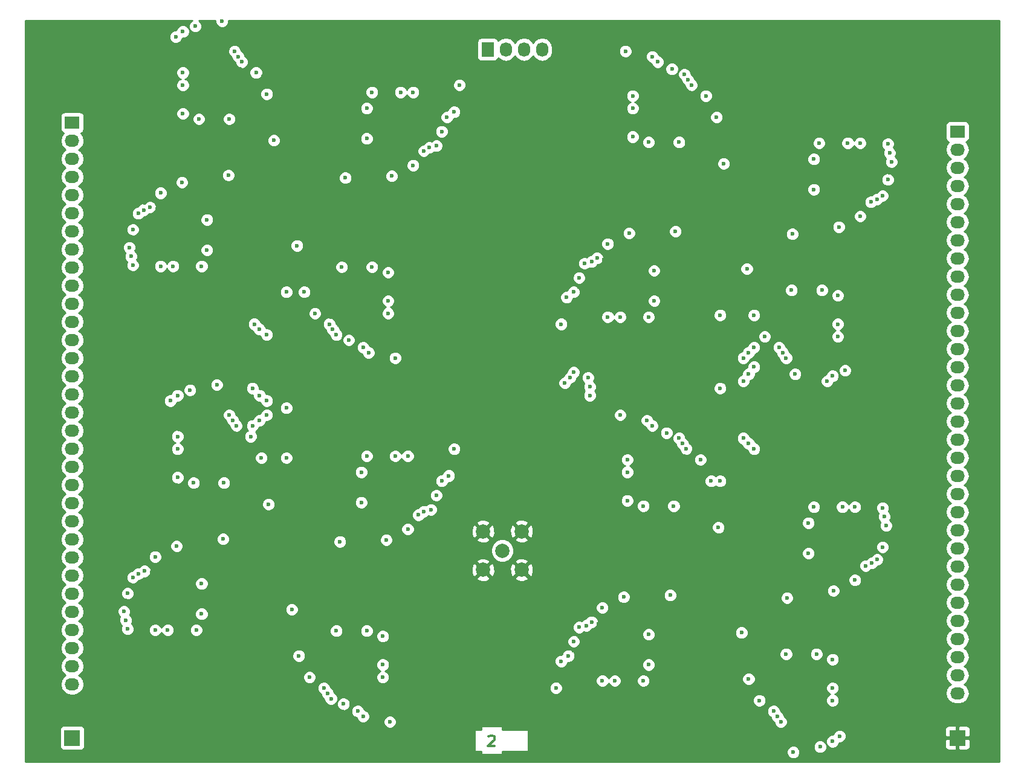
<source format=gbr>
G04 #@! TF.FileFunction,Copper,L2,Inr,Plane*
%FSLAX46Y46*%
G04 Gerber Fmt 4.6, Leading zero omitted, Abs format (unit mm)*
G04 Created by KiCad (PCBNEW 4.0.2+dfsg1-stable) date Wed 06 Jul 2016 03:59:11 PM CEST*
%MOMM*%
G01*
G04 APERTURE LIST*
%ADD10C,0.100000*%
%ADD11C,0.300000*%
%ADD12C,0.600000*%
%ADD13C,1.998980*%
%ADD14R,2.032000X1.727200*%
%ADD15O,2.032000X1.727200*%
%ADD16R,1.727200X2.032000*%
%ADD17O,1.727200X2.032000*%
%ADD18R,2.235200X2.235200*%
%ADD19C,0.254000*%
G04 APERTURE END LIST*
D10*
D11*
X137821429Y-114821429D02*
X137892858Y-114750000D01*
X138035715Y-114678571D01*
X138392858Y-114678571D01*
X138535715Y-114750000D01*
X138607144Y-114821429D01*
X138678572Y-114964286D01*
X138678572Y-115107143D01*
X138607144Y-115321429D01*
X137750001Y-116178571D01*
X138678572Y-116178571D01*
D12*
X179000000Y-49150000D03*
X117775000Y-117225000D03*
X120775000Y-117225000D03*
X124775000Y-117225000D03*
X114525000Y-117225000D03*
X111525000Y-117225000D03*
X104025000Y-117225000D03*
X108275000Y-117225000D03*
X168525000Y-116475000D03*
X171525000Y-116475000D03*
X175525000Y-116475000D03*
X165275000Y-116475000D03*
X162275000Y-116475000D03*
X154775000Y-116475000D03*
X159025000Y-116475000D03*
X147000000Y-111250000D03*
X134750000Y-110500000D03*
X145250000Y-108500000D03*
X134750000Y-108250000D03*
X133000000Y-112250000D03*
X148500000Y-113000000D03*
X130500000Y-114250000D03*
X150250000Y-115250000D03*
X145250000Y-105000000D03*
X135000000Y-105000000D03*
X145250000Y-101750000D03*
X135000000Y-101750000D03*
X135000000Y-95250000D03*
X145250000Y-95250000D03*
X135000000Y-98500000D03*
X145250000Y-98500000D03*
X74900000Y-26900000D03*
X74900000Y-22650000D03*
X74900000Y-30150000D03*
X74900000Y-33150000D03*
X74900000Y-43400000D03*
X74900000Y-39400000D03*
X74900000Y-36400000D03*
X74900000Y-60900000D03*
X74900000Y-63900000D03*
X74900000Y-67900000D03*
X74900000Y-57650000D03*
X74900000Y-54650000D03*
X74900000Y-47150000D03*
X74900000Y-51400000D03*
X74900000Y-86900000D03*
X74900000Y-82650000D03*
X74900000Y-90150000D03*
X74900000Y-93150000D03*
X74900000Y-103400000D03*
X74900000Y-99400000D03*
X74900000Y-96400000D03*
X74900000Y-71900000D03*
X74900000Y-74900000D03*
X74900000Y-78900000D03*
X207650000Y-78900000D03*
X207650000Y-74900000D03*
X207650000Y-71900000D03*
X207650000Y-96400000D03*
X207650000Y-99400000D03*
X207650000Y-103400000D03*
X207650000Y-93150000D03*
X207650000Y-90150000D03*
X207650000Y-82650000D03*
X207650000Y-86900000D03*
X207650000Y-51400000D03*
X207650000Y-47150000D03*
X207650000Y-54650000D03*
X207650000Y-57650000D03*
X207650000Y-67900000D03*
X207650000Y-63900000D03*
X207650000Y-60900000D03*
X207650000Y-36400000D03*
X207650000Y-39400000D03*
X207650000Y-43400000D03*
X207650000Y-33150000D03*
X207650000Y-30150000D03*
X207650000Y-22650000D03*
X207650000Y-26900000D03*
X108850000Y-40550000D03*
X108850000Y-39300000D03*
X110600000Y-40550000D03*
X110600000Y-39300000D03*
X110600000Y-36800000D03*
X108850000Y-36800000D03*
X108850000Y-38050000D03*
X110600000Y-38050000D03*
X141925000Y-64525000D03*
X140675000Y-64525000D03*
X142000000Y-63000000D03*
X140750000Y-63000000D03*
X138250000Y-63000000D03*
X138175000Y-64525000D03*
X139425000Y-64525000D03*
X139500000Y-63000000D03*
X173600000Y-40800000D03*
X171850000Y-40800000D03*
X171850000Y-39550000D03*
X173600000Y-39550000D03*
X173600000Y-42050000D03*
X173600000Y-43300000D03*
X171850000Y-42050000D03*
X171850000Y-43300000D03*
X170350000Y-94550000D03*
X170350000Y-93300000D03*
X172100000Y-94550000D03*
X172100000Y-93300000D03*
X172100000Y-90800000D03*
X170350000Y-90800000D03*
X170350000Y-92050000D03*
X172100000Y-92050000D03*
X181900000Y-48000000D03*
X167800000Y-42700000D03*
X166150000Y-49650000D03*
X167100000Y-49000000D03*
X156400000Y-42400000D03*
X156700000Y-39500000D03*
X143500000Y-53650000D03*
X143500000Y-50400000D03*
X144000000Y-49000000D03*
X143500000Y-51900000D03*
X143500000Y-58150000D03*
X143500000Y-56650000D03*
X143500000Y-55150000D03*
X143900000Y-44750000D03*
X142900000Y-46000000D03*
X117750000Y-32500000D03*
X146050000Y-82400000D03*
X159000000Y-90850000D03*
X155100000Y-90700000D03*
X157750000Y-90850000D03*
X162750000Y-90850000D03*
X161500000Y-90850000D03*
X160250000Y-90850000D03*
X116250000Y-80750000D03*
X113800000Y-87400000D03*
X103450000Y-94350000D03*
X161750000Y-28000000D03*
X163250000Y-28000000D03*
X98500000Y-24750000D03*
X100000000Y-24750000D03*
X120250000Y-52500000D03*
X118750000Y-52500000D03*
X185500000Y-87500000D03*
X187000000Y-87500000D03*
X95500000Y-44000000D03*
X94000000Y-44000000D03*
X156750000Y-51750000D03*
X158250000Y-51750000D03*
X125000000Y-28750000D03*
X123500000Y-28750000D03*
X181750000Y-55750000D03*
X183250000Y-55750000D03*
X99250000Y-75750000D03*
X97750000Y-75750000D03*
X122750000Y-79750000D03*
X124250000Y-79750000D03*
X187750000Y-36250000D03*
X186250000Y-36250000D03*
X160750000Y-79250000D03*
X162250000Y-79250000D03*
X157500000Y-102750000D03*
X156250000Y-102750000D03*
X181000000Y-106750000D03*
X182500000Y-106750000D03*
X119500000Y-103500000D03*
X118000000Y-103500000D03*
X93250000Y-95000000D03*
X94750000Y-95000000D03*
X102400000Y-87300000D03*
X103600000Y-88200000D03*
X99700000Y-84200000D03*
X100500000Y-85300000D03*
X98800000Y-83200000D03*
X102600000Y-83000000D03*
X104100000Y-84200000D03*
X101500000Y-86000000D03*
X114800000Y-86500000D03*
X115600000Y-85700000D03*
X116000000Y-84500000D03*
X104700000Y-85600000D03*
X113900000Y-82200000D03*
X115000000Y-81500000D03*
X112600000Y-83000000D03*
X111600000Y-84200000D03*
X110800000Y-85700000D03*
X101200000Y-95700000D03*
X100500000Y-92750000D03*
X101300000Y-91700000D03*
X104400000Y-90500000D03*
X103400000Y-90800000D03*
X102300000Y-91300000D03*
X104400000Y-93800000D03*
X102400000Y-95200000D03*
X114300000Y-95800000D03*
X113400000Y-94800000D03*
X111300000Y-93400000D03*
X105300000Y-93000000D03*
X112500000Y-93900000D03*
X120750000Y-92000000D03*
X117750000Y-95750000D03*
X117000000Y-94750000D03*
X116300000Y-94000000D03*
X127000000Y-89250000D03*
X124500000Y-89250000D03*
X125750000Y-89250000D03*
X125750000Y-92000000D03*
X124500000Y-92000000D03*
X127000000Y-92000000D03*
X115400000Y-93100000D03*
X118000000Y-89250000D03*
X119500000Y-89250000D03*
X114300000Y-91600000D03*
X115500000Y-92000000D03*
X116750000Y-92000000D03*
X119500000Y-92000000D03*
X118000000Y-92000000D03*
X122500000Y-89250000D03*
X121000000Y-89250000D03*
X116750000Y-89250000D03*
X115500000Y-89250000D03*
X114250000Y-89250000D03*
X160250000Y-93250000D03*
X161500000Y-93250000D03*
X162750000Y-93250000D03*
X164250000Y-93250000D03*
X165750000Y-93250000D03*
X164200000Y-88900000D03*
X165100000Y-90000000D03*
X168500000Y-89100000D03*
X165750000Y-90750000D03*
X169250000Y-97250000D03*
X140850000Y-82400000D03*
X138200000Y-82500000D03*
X140600000Y-80900000D03*
X140600000Y-77900000D03*
X140600000Y-79400000D03*
X178000000Y-48400000D03*
X138200000Y-79500000D03*
X138200000Y-78000000D03*
X138200000Y-81000000D03*
X180000000Y-46100000D03*
X180900000Y-47000000D03*
X177900000Y-43200000D03*
X179300000Y-45200000D03*
X178800000Y-44100000D03*
X109600000Y-89050000D03*
X107850000Y-89050000D03*
X107850000Y-87800000D03*
X109600000Y-87800000D03*
X109600000Y-90300000D03*
X109600000Y-91550000D03*
X107850000Y-90300000D03*
X140000000Y-55150000D03*
X140000000Y-56650000D03*
X140000000Y-58150000D03*
X140000000Y-51900000D03*
X140000000Y-48900000D03*
X140000000Y-50400000D03*
X138200000Y-47200000D03*
X107850000Y-91550000D03*
X145750000Y-86000000D03*
X143000000Y-83200000D03*
X145000000Y-80750000D03*
X144500000Y-84750000D03*
X136600000Y-83800000D03*
X135000000Y-85100000D03*
X167500000Y-36600000D03*
X165500000Y-34750000D03*
X161000000Y-39500000D03*
X168200000Y-37700000D03*
X166700000Y-35400000D03*
X164500000Y-42250000D03*
X154000000Y-39500000D03*
X163000000Y-36400000D03*
X127750000Y-42250000D03*
X164500000Y-37750000D03*
X155500000Y-39500000D03*
X154000000Y-42500000D03*
X165500000Y-38700000D03*
X141700000Y-47400000D03*
X167600000Y-44300000D03*
X161500000Y-42250000D03*
X166250000Y-42250000D03*
X164500000Y-39500000D03*
X163000000Y-42250000D03*
X136000000Y-44750000D03*
X136750000Y-46000000D03*
X170200000Y-45800000D03*
X162750000Y-39500000D03*
X160000000Y-42250000D03*
X155200000Y-42400000D03*
X159250000Y-39500000D03*
X158500000Y-42250000D03*
X179600000Y-35900000D03*
X166500000Y-39500000D03*
X175900000Y-37700000D03*
X177200000Y-37100000D03*
X178300000Y-36500000D03*
X143900000Y-71650000D03*
X143900000Y-70150000D03*
X143900000Y-73150000D03*
X143900000Y-74650000D03*
X143900000Y-79400000D03*
X143900000Y-77900000D03*
X143900000Y-76400000D03*
X140600000Y-71650000D03*
X140600000Y-70150000D03*
X140600000Y-73150000D03*
X140600000Y-74650000D03*
X146250000Y-87000000D03*
X134000000Y-82250000D03*
X140600000Y-76400000D03*
X138200000Y-76500000D03*
X135500000Y-80750000D03*
X134750000Y-81500000D03*
X138200000Y-74750000D03*
X138200000Y-73250000D03*
X138200000Y-70250000D03*
X138200000Y-71750000D03*
X168100000Y-48000000D03*
X169100000Y-46900000D03*
X165200000Y-50400000D03*
X177400000Y-41500000D03*
X175500000Y-45500000D03*
X176400000Y-46300000D03*
X177300000Y-47300000D03*
X165800000Y-46200000D03*
X165000000Y-47000000D03*
X166800000Y-45300000D03*
X178200000Y-40600000D03*
X140000000Y-53650000D03*
X180400000Y-38800000D03*
X179250000Y-39750000D03*
X136500000Y-51750000D03*
X136500000Y-53250000D03*
X136500000Y-58000000D03*
X136500000Y-56500000D03*
X136500000Y-55000000D03*
X135500000Y-76500000D03*
X135500000Y-78000000D03*
X135500000Y-79500000D03*
X135500000Y-74750000D03*
X135500000Y-73250000D03*
X115800000Y-40500000D03*
X117300000Y-40500000D03*
X118700000Y-40500000D03*
X120100000Y-40500000D03*
X121500000Y-40750000D03*
X121250000Y-38250000D03*
X119750000Y-38250000D03*
X118250000Y-38250000D03*
X117000000Y-38250000D03*
X115750000Y-38250000D03*
X113800000Y-32900000D03*
X114800000Y-31700000D03*
X116000000Y-30750000D03*
X114200000Y-35600000D03*
X115200000Y-34800000D03*
X103400000Y-36200000D03*
X102600000Y-35300000D03*
X101000000Y-42000000D03*
X101700000Y-44600000D03*
X106100000Y-42000000D03*
X112800000Y-34000000D03*
X117000000Y-29750000D03*
X111700000Y-34800000D03*
X101400000Y-34500000D03*
X99600000Y-32500000D03*
X106300000Y-35100000D03*
X102800000Y-40500000D03*
X102800000Y-44000000D03*
X105000000Y-42800000D03*
X114500000Y-44300000D03*
X116400000Y-34100000D03*
X100500000Y-33400000D03*
X102300000Y-31400000D03*
X104400000Y-33300000D03*
X105100000Y-39600000D03*
X101750000Y-41250000D03*
X103900000Y-43600000D03*
X112900000Y-42500000D03*
X114700000Y-40700000D03*
X125250000Y-40750000D03*
X104200000Y-37100000D03*
X103250000Y-32250000D03*
X103800000Y-40000000D03*
X105300000Y-34300000D03*
X107600000Y-35400000D03*
X113700000Y-43400000D03*
X118800000Y-44800000D03*
X122750000Y-38250000D03*
X125500000Y-38250000D03*
X127250000Y-41000000D03*
X115300000Y-45100000D03*
X116000000Y-41800000D03*
X117000000Y-42900000D03*
X117800000Y-43900000D03*
X113300000Y-45000000D03*
X122750000Y-40750000D03*
X127250000Y-38250000D03*
X136200000Y-49000000D03*
X135500000Y-70250000D03*
X136500000Y-50250000D03*
X177500000Y-91900000D03*
X167200000Y-88200000D03*
X157750000Y-93250000D03*
X163500000Y-87900000D03*
X135500000Y-71750000D03*
X174100000Y-96400000D03*
X166500000Y-87200000D03*
X179300000Y-86900000D03*
X177700000Y-87600000D03*
X176700000Y-94100000D03*
X176700000Y-88700000D03*
X164500000Y-85600000D03*
X162500000Y-86900000D03*
X177400000Y-98900000D03*
X176300000Y-98000000D03*
X165000000Y-97250000D03*
X166000000Y-96250000D03*
X181200000Y-98900000D03*
X180300000Y-98000000D03*
X176300000Y-92500000D03*
X178500000Y-91100000D03*
X175300000Y-89300000D03*
X166500000Y-100500000D03*
X167250000Y-99500000D03*
X168250000Y-98250000D03*
X164000000Y-98000000D03*
X175500000Y-97000000D03*
X177700000Y-95100000D03*
X178500000Y-96100000D03*
X179500000Y-97000000D03*
X179250000Y-90000000D03*
X165600000Y-86300000D03*
X164200000Y-90900000D03*
X155100000Y-93100000D03*
X159000000Y-93250000D03*
X164100000Y-101700000D03*
X165250000Y-101000000D03*
D13*
X139750000Y-88750000D03*
X142450020Y-86049980D03*
X137049980Y-86049980D03*
X137049980Y-91450020D03*
X142450020Y-91450020D03*
D14*
X203500000Y-30000000D03*
D15*
X203500000Y-32540000D03*
X203500000Y-35080000D03*
X203500000Y-37620000D03*
X203500000Y-40160000D03*
X203500000Y-42700000D03*
X203500000Y-45240000D03*
X203500000Y-47780000D03*
X203500000Y-50320000D03*
X203500000Y-52860000D03*
X203500000Y-55400000D03*
X203500000Y-57940000D03*
X203500000Y-60480000D03*
X203500000Y-63020000D03*
X203500000Y-65560000D03*
X203500000Y-68100000D03*
X203500000Y-70640000D03*
X203500000Y-73180000D03*
X203500000Y-75720000D03*
X203500000Y-78260000D03*
X203500000Y-80800000D03*
X203500000Y-83340000D03*
X203500000Y-85880000D03*
X203500000Y-88420000D03*
X203500000Y-90960000D03*
X203500000Y-93500000D03*
X203500000Y-96040000D03*
X203500000Y-98580000D03*
X203500000Y-101120000D03*
X203500000Y-103660000D03*
X203500000Y-106200000D03*
X203500000Y-108740000D03*
D14*
X79500000Y-28750000D03*
D15*
X79500000Y-31290000D03*
X79500000Y-33830000D03*
X79500000Y-36370000D03*
X79500000Y-38910000D03*
X79500000Y-41450000D03*
X79500000Y-43990000D03*
X79500000Y-46530000D03*
X79500000Y-49070000D03*
X79500000Y-51610000D03*
X79500000Y-54150000D03*
X79500000Y-56690000D03*
X79500000Y-59230000D03*
X79500000Y-61770000D03*
X79500000Y-64310000D03*
X79500000Y-66850000D03*
X79500000Y-69390000D03*
X79500000Y-71930000D03*
X79500000Y-74470000D03*
X79500000Y-77010000D03*
X79500000Y-79550000D03*
X79500000Y-82090000D03*
X79500000Y-84630000D03*
X79500000Y-87170000D03*
X79500000Y-89710000D03*
X79500000Y-92250000D03*
X79500000Y-94790000D03*
X79500000Y-97330000D03*
X79500000Y-99870000D03*
X79500000Y-102410000D03*
X79500000Y-104950000D03*
X79500000Y-107490000D03*
D16*
X137700000Y-18500000D03*
D17*
X140240000Y-18500000D03*
X142780000Y-18500000D03*
X145320000Y-18500000D03*
D18*
X79500000Y-115000000D03*
X203500000Y-115000000D03*
D12*
X87000000Y-95750000D03*
X165250000Y-75500000D03*
X167500000Y-81250000D03*
X156500000Y-86000000D03*
X166750000Y-85500000D03*
X161500000Y-72250000D03*
X149750000Y-102750000D03*
X163250000Y-97500000D03*
X163750000Y-107750000D03*
X159000000Y-96750000D03*
X153250000Y-99000000D03*
X178000000Y-110250000D03*
X175750000Y-104500000D03*
X186750000Y-99750000D03*
X176500000Y-100250000D03*
X181750000Y-115000000D03*
X179625000Y-92125000D03*
X179125000Y-81875000D03*
X192750000Y-81000000D03*
X183875000Y-92875000D03*
X189625000Y-90625000D03*
X188000000Y-114000000D03*
X149000000Y-109250000D03*
X155250000Y-71500000D03*
X193250000Y-86750000D03*
X194000000Y-35750000D03*
X156000000Y-20500000D03*
X149750000Y-58250000D03*
X189250000Y-62750000D03*
X190375000Y-39625000D03*
X184625000Y-41875000D03*
X193500000Y-30000000D03*
X179875000Y-30875000D03*
X180375000Y-41125000D03*
X182500000Y-64000000D03*
X177250000Y-49250000D03*
X187500000Y-48750000D03*
X176500000Y-53500000D03*
X178750000Y-59250000D03*
X154000000Y-48000000D03*
X159750000Y-45750000D03*
X164500000Y-56750000D03*
X164000000Y-46500000D03*
X150500000Y-51750000D03*
X162250000Y-21250000D03*
X167500000Y-34500000D03*
X157250000Y-35000000D03*
X168250000Y-30250000D03*
X166000000Y-24500000D03*
X115000000Y-107000000D03*
X112750000Y-101250000D03*
X123750000Y-96500000D03*
X113500000Y-97000000D03*
X118750000Y-110250000D03*
X130500000Y-79750000D03*
X117000000Y-85000000D03*
X116500000Y-74750000D03*
X121250000Y-85750000D03*
X127000000Y-83500000D03*
X102250000Y-72250000D03*
X104500000Y-78000000D03*
X93500000Y-82750000D03*
X103750000Y-82250000D03*
X98500000Y-67500000D03*
X100625000Y-90375000D03*
X101125000Y-100625000D03*
X87500000Y-101500000D03*
X96375000Y-89625000D03*
X90625000Y-91875000D03*
X92250000Y-68500000D03*
X131250000Y-73250000D03*
X125000000Y-111000000D03*
X87750000Y-44750000D03*
X125750000Y-60000000D03*
X132000000Y-22250000D03*
X93000000Y-17500000D03*
X91375000Y-40875000D03*
X97125000Y-38625000D03*
X88250000Y-50500000D03*
X101875000Y-49625000D03*
X101375000Y-39375000D03*
X99250000Y-16500000D03*
X104500000Y-31250000D03*
X94250000Y-31750000D03*
X105250000Y-27000000D03*
X103000000Y-21250000D03*
X127750000Y-32500000D03*
X122000000Y-34750000D03*
X117250000Y-23750000D03*
X117750000Y-34000000D03*
X131250000Y-28750000D03*
X119500000Y-59250000D03*
X114250000Y-46000000D03*
X124500000Y-45500000D03*
X113500000Y-50250000D03*
X115750000Y-56000000D03*
X163750000Y-82500000D03*
X159500000Y-82500000D03*
X157250000Y-77750000D03*
X157250000Y-81750000D03*
X157250000Y-76000000D03*
X167500000Y-76000000D03*
X153750000Y-96750000D03*
X153750000Y-107000000D03*
X159500000Y-107000000D03*
X155500000Y-107000000D03*
X160250000Y-104750000D03*
X160250000Y-100500000D03*
X179500000Y-103250000D03*
X183750000Y-103250000D03*
X186000000Y-108000000D03*
X186000000Y-104000000D03*
X186000000Y-109750000D03*
X175750000Y-109750000D03*
X189125000Y-92875000D03*
X189125000Y-82625000D03*
X183375000Y-82625000D03*
X187375000Y-82625000D03*
X182625000Y-84875000D03*
X182625000Y-89125000D03*
X183375000Y-38125000D03*
X183375000Y-33875000D03*
X188125000Y-31625000D03*
X184125000Y-31625000D03*
X189875000Y-31625000D03*
X189875000Y-41875000D03*
X176500000Y-58750000D03*
X186750000Y-58750000D03*
X186750000Y-53000000D03*
X186750000Y-57000000D03*
X184500000Y-52250000D03*
X180250000Y-52250000D03*
X161000000Y-49500000D03*
X161000000Y-53750000D03*
X156250000Y-56000000D03*
X160250000Y-56000000D03*
X154500000Y-56000000D03*
X154500000Y-45750000D03*
X168250000Y-25000000D03*
X158000000Y-25000000D03*
X158000000Y-30750000D03*
X158000000Y-26750000D03*
X160250000Y-31500000D03*
X164500000Y-31500000D03*
X116500000Y-100000000D03*
X120750000Y-100000000D03*
X123000000Y-104750000D03*
X123000000Y-100750000D03*
X123000000Y-106500000D03*
X112750000Y-106500000D03*
X126500000Y-85750000D03*
X126500000Y-75500000D03*
X120750000Y-75500000D03*
X124750000Y-75500000D03*
X120000000Y-77750000D03*
X120000000Y-82000000D03*
X100750000Y-79250000D03*
X96500000Y-79250000D03*
X94250000Y-74500000D03*
X94250000Y-78500000D03*
X94250000Y-72750000D03*
X104500000Y-72750000D03*
X91125000Y-89625000D03*
X91125000Y-99875000D03*
X96875000Y-99875000D03*
X92875000Y-99875000D03*
X97625000Y-97625000D03*
X97625000Y-93375000D03*
X98375000Y-42375000D03*
X98375000Y-46625000D03*
X93625000Y-48875000D03*
X97625000Y-48875000D03*
X91875000Y-48875000D03*
X91875000Y-38625000D03*
X105250000Y-21750000D03*
X95000000Y-21750000D03*
X95000000Y-27500000D03*
X95000000Y-23500000D03*
X97250000Y-28250000D03*
X101500000Y-28250000D03*
X120750000Y-31000000D03*
X120750000Y-26750000D03*
X125500000Y-24500000D03*
X121500000Y-24500000D03*
X127250000Y-24500000D03*
X127250000Y-34750000D03*
X113500000Y-55500000D03*
X123750000Y-55500000D03*
X123750000Y-49750000D03*
X123750000Y-53750000D03*
X121500000Y-49000000D03*
X117250000Y-49000000D03*
X163250000Y-95000000D03*
X170000000Y-85500000D03*
X173250000Y-100250000D03*
X179625000Y-95375000D03*
X180375000Y-44375000D03*
X174000000Y-49250000D03*
X170750000Y-34500000D03*
X164000000Y-44000000D03*
X117000000Y-87500000D03*
X110250000Y-97000000D03*
X107000000Y-82250000D03*
X100625000Y-87125000D03*
X101375000Y-36125000D03*
X107750000Y-31250000D03*
X111000000Y-46000000D03*
X117750000Y-36500000D03*
X149000000Y-103500000D03*
X148000000Y-104250000D03*
X147250000Y-108000000D03*
X160750000Y-71250000D03*
X160000000Y-70500000D03*
X156250000Y-69750000D03*
X193500000Y-85250000D03*
X193250000Y-84000000D03*
X193000000Y-82750000D03*
X184250000Y-116250000D03*
X186000000Y-115500000D03*
X187000000Y-114750000D03*
X131250000Y-79000000D03*
X132250000Y-78250000D03*
X133000000Y-74500000D03*
X119500000Y-111250000D03*
X120250000Y-112000000D03*
X124000000Y-112750000D03*
X86750000Y-97250000D03*
X87000000Y-98500000D03*
X87250000Y-99750000D03*
X96000000Y-66250000D03*
X94250000Y-67000000D03*
X93250000Y-67750000D03*
X187750000Y-63500000D03*
X186000000Y-64250000D03*
X185250000Y-65000000D03*
X193750000Y-31750000D03*
X194000000Y-33000000D03*
X194250000Y-34250000D03*
X157000000Y-18750000D03*
X160750000Y-19500000D03*
X161500000Y-20250000D03*
X148000000Y-57000000D03*
X148750000Y-53250000D03*
X149750000Y-52500000D03*
X94000000Y-16750000D03*
X95000000Y-16000000D03*
X96750000Y-15250000D03*
X88000000Y-48750000D03*
X87500000Y-46250000D03*
X124750000Y-61750000D03*
X121000000Y-61000000D03*
X120250000Y-60250000D03*
X133750000Y-23500000D03*
X133000000Y-27250000D03*
X132000000Y-28000000D03*
X104750000Y-66000000D03*
X175000000Y-63000000D03*
X105000000Y-57000000D03*
X104750000Y-71250000D03*
X175000000Y-60250000D03*
X175000000Y-74500000D03*
X177750000Y-111250000D03*
X152250000Y-98750000D03*
X165500000Y-74500000D03*
X190625000Y-90875000D03*
X191375000Y-39875000D03*
X166250000Y-23500000D03*
X153000000Y-47750000D03*
X178500000Y-60250000D03*
X102500000Y-71250000D03*
X128000000Y-83750000D03*
X114750000Y-108000000D03*
X89625000Y-91625000D03*
X90375000Y-40625000D03*
X115500000Y-57000000D03*
X128750000Y-32750000D03*
X103250000Y-20250000D03*
X152000000Y-67000000D03*
X148500000Y-65250000D03*
X109500000Y-68750000D03*
X170250000Y-66000000D03*
X109500000Y-52500000D03*
X109500000Y-75750000D03*
X170250000Y-55750000D03*
X170250000Y-79000000D03*
X186125000Y-94375000D03*
X174250000Y-106750000D03*
X156750000Y-95250000D03*
X169000000Y-79000000D03*
X169750000Y-28000000D03*
X157500000Y-44250000D03*
X175000000Y-55750000D03*
X186875000Y-43375000D03*
X94125000Y-88125000D03*
X106000000Y-75750000D03*
X123500000Y-87250000D03*
X111250000Y-103500000D03*
X112000000Y-52500000D03*
X124250000Y-36250000D03*
X106750000Y-24750000D03*
X94875000Y-37125000D03*
X151750000Y-64500000D03*
X149750000Y-63750000D03*
X105750000Y-67000000D03*
X174250000Y-64000000D03*
X105750000Y-57750000D03*
X105750000Y-70500000D03*
X174250000Y-61000000D03*
X174250000Y-73750000D03*
X178250000Y-112000000D03*
X151500000Y-99250000D03*
X165000000Y-73750000D03*
X191500000Y-90500000D03*
X192250000Y-39500000D03*
X165750000Y-22750000D03*
X152250000Y-48250000D03*
X179000000Y-61000000D03*
X102000000Y-70500000D03*
X128750000Y-83250000D03*
X115250000Y-108750000D03*
X88750000Y-92000000D03*
X89500000Y-41000000D03*
X116000000Y-57750000D03*
X129500000Y-32250000D03*
X102750000Y-19500000D03*
X152000000Y-65750000D03*
X149250000Y-64500000D03*
X173500000Y-65000000D03*
X106750000Y-67750000D03*
X106750000Y-58500000D03*
X106750000Y-69750000D03*
X173500000Y-61750000D03*
X173500000Y-73000000D03*
X178750000Y-112750000D03*
X150500000Y-99500000D03*
X164500000Y-73000000D03*
X192250000Y-90000000D03*
X193000000Y-39000000D03*
X165250000Y-22000000D03*
X151250000Y-48500000D03*
X179500000Y-61750000D03*
X101500000Y-69750000D03*
X129750000Y-83000000D03*
X115750000Y-109500000D03*
X88000000Y-92500000D03*
X88750000Y-41500000D03*
X116500000Y-58500000D03*
X130500000Y-32000000D03*
X102250000Y-18750000D03*
X100500000Y-14500000D03*
X88000000Y-43750000D03*
X87750000Y-47500000D03*
X118250000Y-59250000D03*
X131250000Y-30000000D03*
X99750000Y-65500000D03*
X87250000Y-94750000D03*
X117500000Y-110250000D03*
X130500000Y-81000000D03*
X180500000Y-117000000D03*
X193000000Y-88250000D03*
X162750000Y-72250000D03*
X149750000Y-101500000D03*
X180750000Y-64000000D03*
X193750000Y-36750000D03*
X163500000Y-21250000D03*
X150500000Y-50500000D03*
D19*
G36*
X96221057Y-14456883D02*
X95957808Y-14719673D01*
X95815162Y-15063201D01*
X95814838Y-15435167D01*
X95956883Y-15778943D01*
X96219673Y-16042192D01*
X96563201Y-16184838D01*
X96935167Y-16185162D01*
X97278943Y-16043117D01*
X97542192Y-15780327D01*
X97684838Y-15436799D01*
X97685162Y-15064833D01*
X97543117Y-14721057D01*
X97280327Y-14457808D01*
X97225400Y-14435000D01*
X99565056Y-14435000D01*
X99564838Y-14685167D01*
X99706883Y-15028943D01*
X99969673Y-15292192D01*
X100313201Y-15434838D01*
X100685167Y-15435162D01*
X101028943Y-15293117D01*
X101292192Y-15030327D01*
X101434838Y-14686799D01*
X101435057Y-14435000D01*
X209315000Y-14435000D01*
X209315000Y-118315000D01*
X72935000Y-118315000D01*
X72935000Y-113882400D01*
X77734960Y-113882400D01*
X77734960Y-116117600D01*
X77779238Y-116352917D01*
X77918310Y-116569041D01*
X78130510Y-116714031D01*
X78382400Y-116765040D01*
X80617600Y-116765040D01*
X80852917Y-116720762D01*
X81069041Y-116581690D01*
X81214031Y-116369490D01*
X81265040Y-116117600D01*
X81265040Y-114000000D01*
X135873000Y-114000000D01*
X135873000Y-116750000D01*
X135881685Y-116796159D01*
X135908965Y-116838553D01*
X135950590Y-116866994D01*
X136000000Y-116877000D01*
X136750715Y-116877000D01*
X136750715Y-117335000D01*
X139749286Y-117335000D01*
X139749286Y-117185167D01*
X179564838Y-117185167D01*
X179706883Y-117528943D01*
X179969673Y-117792192D01*
X180313201Y-117934838D01*
X180685167Y-117935162D01*
X181028943Y-117793117D01*
X181292192Y-117530327D01*
X181434838Y-117186799D01*
X181435162Y-116814833D01*
X181293117Y-116471057D01*
X181257290Y-116435167D01*
X183314838Y-116435167D01*
X183456883Y-116778943D01*
X183719673Y-117042192D01*
X184063201Y-117184838D01*
X184435167Y-117185162D01*
X184778943Y-117043117D01*
X185042192Y-116780327D01*
X185184838Y-116436799D01*
X185185162Y-116064833D01*
X185043117Y-115721057D01*
X185007290Y-115685167D01*
X185064838Y-115685167D01*
X185206883Y-116028943D01*
X185469673Y-116292192D01*
X185813201Y-116434838D01*
X186185167Y-116435162D01*
X186528943Y-116293117D01*
X186792192Y-116030327D01*
X186934838Y-115686799D01*
X186934840Y-115684944D01*
X187185167Y-115685162D01*
X187528943Y-115543117D01*
X187786759Y-115285750D01*
X201747400Y-115285750D01*
X201747400Y-116243910D01*
X201844073Y-116477299D01*
X202022702Y-116655927D01*
X202256091Y-116752600D01*
X203214250Y-116752600D01*
X203373000Y-116593850D01*
X203373000Y-115127000D01*
X203627000Y-115127000D01*
X203627000Y-116593850D01*
X203785750Y-116752600D01*
X204743909Y-116752600D01*
X204977298Y-116655927D01*
X205155927Y-116477299D01*
X205252600Y-116243910D01*
X205252600Y-115285750D01*
X205093850Y-115127000D01*
X203627000Y-115127000D01*
X203373000Y-115127000D01*
X201906150Y-115127000D01*
X201747400Y-115285750D01*
X187786759Y-115285750D01*
X187792192Y-115280327D01*
X187934838Y-114936799D01*
X187935162Y-114564833D01*
X187793117Y-114221057D01*
X187530327Y-113957808D01*
X187186799Y-113815162D01*
X186814833Y-113814838D01*
X186471057Y-113956883D01*
X186207808Y-114219673D01*
X186065162Y-114563201D01*
X186065160Y-114565056D01*
X185814833Y-114564838D01*
X185471057Y-114706883D01*
X185207808Y-114969673D01*
X185065162Y-115313201D01*
X185064838Y-115685167D01*
X185007290Y-115685167D01*
X184780327Y-115457808D01*
X184436799Y-115315162D01*
X184064833Y-115314838D01*
X183721057Y-115456883D01*
X183457808Y-115719673D01*
X183315162Y-116063201D01*
X183314838Y-116435167D01*
X181257290Y-116435167D01*
X181030327Y-116207808D01*
X180686799Y-116065162D01*
X180314833Y-116064838D01*
X179971057Y-116206883D01*
X179707808Y-116469673D01*
X179565162Y-116813201D01*
X179564838Y-117185167D01*
X139749286Y-117185167D01*
X139749286Y-116877000D01*
X143250000Y-116877000D01*
X143296159Y-116868315D01*
X143338553Y-116841035D01*
X143366994Y-116799410D01*
X143377000Y-116750000D01*
X143377000Y-114000000D01*
X143368315Y-113953841D01*
X143341035Y-113911447D01*
X143299410Y-113883006D01*
X143250000Y-113873000D01*
X139749286Y-113873000D01*
X139749286Y-113756090D01*
X201747400Y-113756090D01*
X201747400Y-114714250D01*
X201906150Y-114873000D01*
X203373000Y-114873000D01*
X203373000Y-113406150D01*
X203627000Y-113406150D01*
X203627000Y-114873000D01*
X205093850Y-114873000D01*
X205252600Y-114714250D01*
X205252600Y-113756090D01*
X205155927Y-113522701D01*
X204977298Y-113344073D01*
X204743909Y-113247400D01*
X203785750Y-113247400D01*
X203627000Y-113406150D01*
X203373000Y-113406150D01*
X203214250Y-113247400D01*
X202256091Y-113247400D01*
X202022702Y-113344073D01*
X201844073Y-113522701D01*
X201747400Y-113756090D01*
X139749286Y-113756090D01*
X139749286Y-113365000D01*
X136750715Y-113365000D01*
X136750715Y-113873000D01*
X136000000Y-113873000D01*
X135953841Y-113881685D01*
X135911447Y-113908965D01*
X135883006Y-113950590D01*
X135873000Y-114000000D01*
X81265040Y-114000000D01*
X81265040Y-113882400D01*
X81220762Y-113647083D01*
X81081690Y-113430959D01*
X80869490Y-113285969D01*
X80617600Y-113234960D01*
X78382400Y-113234960D01*
X78147083Y-113279238D01*
X77930959Y-113418310D01*
X77785969Y-113630510D01*
X77734960Y-113882400D01*
X72935000Y-113882400D01*
X72935000Y-112935167D01*
X123064838Y-112935167D01*
X123206883Y-113278943D01*
X123469673Y-113542192D01*
X123813201Y-113684838D01*
X124185167Y-113685162D01*
X124528943Y-113543117D01*
X124792192Y-113280327D01*
X124934838Y-112936799D01*
X124935162Y-112564833D01*
X124793117Y-112221057D01*
X124530327Y-111957808D01*
X124186799Y-111815162D01*
X123814833Y-111814838D01*
X123471057Y-111956883D01*
X123207808Y-112219673D01*
X123065162Y-112563201D01*
X123064838Y-112935167D01*
X72935000Y-112935167D01*
X72935000Y-111435167D01*
X118564838Y-111435167D01*
X118706883Y-111778943D01*
X118969673Y-112042192D01*
X119313201Y-112184838D01*
X119314838Y-112184839D01*
X119314838Y-112185167D01*
X119456883Y-112528943D01*
X119719673Y-112792192D01*
X120063201Y-112934838D01*
X120435167Y-112935162D01*
X120778943Y-112793117D01*
X121042192Y-112530327D01*
X121184838Y-112186799D01*
X121185162Y-111814833D01*
X121043117Y-111471057D01*
X121007290Y-111435167D01*
X176814838Y-111435167D01*
X176956883Y-111778943D01*
X177219673Y-112042192D01*
X177314928Y-112081746D01*
X177314838Y-112185167D01*
X177456883Y-112528943D01*
X177719673Y-112792192D01*
X177814928Y-112831746D01*
X177814838Y-112935167D01*
X177956883Y-113278943D01*
X178219673Y-113542192D01*
X178563201Y-113684838D01*
X178935167Y-113685162D01*
X179278943Y-113543117D01*
X179542192Y-113280327D01*
X179684838Y-112936799D01*
X179685162Y-112564833D01*
X179543117Y-112221057D01*
X179280327Y-111957808D01*
X179185072Y-111918254D01*
X179185162Y-111814833D01*
X179043117Y-111471057D01*
X178780327Y-111207808D01*
X178685072Y-111168254D01*
X178685162Y-111064833D01*
X178543117Y-110721057D01*
X178280327Y-110457808D01*
X177936799Y-110315162D01*
X177564833Y-110314838D01*
X177221057Y-110456883D01*
X176957808Y-110719673D01*
X176815162Y-111063201D01*
X176814838Y-111435167D01*
X121007290Y-111435167D01*
X120780327Y-111207808D01*
X120436799Y-111065162D01*
X120435162Y-111065161D01*
X120435162Y-111064833D01*
X120293117Y-110721057D01*
X120030327Y-110457808D01*
X119686799Y-110315162D01*
X119314833Y-110314838D01*
X118971057Y-110456883D01*
X118707808Y-110719673D01*
X118565162Y-111063201D01*
X118564838Y-111435167D01*
X72935000Y-111435167D01*
X72935000Y-110435167D01*
X116564838Y-110435167D01*
X116706883Y-110778943D01*
X116969673Y-111042192D01*
X117313201Y-111184838D01*
X117685167Y-111185162D01*
X118028943Y-111043117D01*
X118292192Y-110780327D01*
X118434838Y-110436799D01*
X118435162Y-110064833D01*
X118381586Y-109935167D01*
X174814838Y-109935167D01*
X174956883Y-110278943D01*
X175219673Y-110542192D01*
X175563201Y-110684838D01*
X175935167Y-110685162D01*
X176278943Y-110543117D01*
X176542192Y-110280327D01*
X176684838Y-109936799D01*
X176685162Y-109564833D01*
X176543117Y-109221057D01*
X176280327Y-108957808D01*
X175936799Y-108815162D01*
X175564833Y-108814838D01*
X175221057Y-108956883D01*
X174957808Y-109219673D01*
X174815162Y-109563201D01*
X174814838Y-109935167D01*
X118381586Y-109935167D01*
X118293117Y-109721057D01*
X118030327Y-109457808D01*
X117686799Y-109315162D01*
X117314833Y-109314838D01*
X116971057Y-109456883D01*
X116707808Y-109719673D01*
X116565162Y-110063201D01*
X116564838Y-110435167D01*
X72935000Y-110435167D01*
X72935000Y-31290000D01*
X77816655Y-31290000D01*
X77930729Y-31863489D01*
X78255585Y-32349670D01*
X78570366Y-32560000D01*
X78255585Y-32770330D01*
X77930729Y-33256511D01*
X77816655Y-33830000D01*
X77930729Y-34403489D01*
X78255585Y-34889670D01*
X78570366Y-35100000D01*
X78255585Y-35310330D01*
X77930729Y-35796511D01*
X77816655Y-36370000D01*
X77930729Y-36943489D01*
X78255585Y-37429670D01*
X78570366Y-37640000D01*
X78255585Y-37850330D01*
X77930729Y-38336511D01*
X77816655Y-38910000D01*
X77930729Y-39483489D01*
X78255585Y-39969670D01*
X78570366Y-40180000D01*
X78255585Y-40390330D01*
X77930729Y-40876511D01*
X77816655Y-41450000D01*
X77930729Y-42023489D01*
X78255585Y-42509670D01*
X78570366Y-42720000D01*
X78255585Y-42930330D01*
X77930729Y-43416511D01*
X77816655Y-43990000D01*
X77930729Y-44563489D01*
X78255585Y-45049670D01*
X78570366Y-45260000D01*
X78255585Y-45470330D01*
X77930729Y-45956511D01*
X77816655Y-46530000D01*
X77930729Y-47103489D01*
X78255585Y-47589670D01*
X78570366Y-47800000D01*
X78255585Y-48010330D01*
X77930729Y-48496511D01*
X77816655Y-49070000D01*
X77930729Y-49643489D01*
X78255585Y-50129670D01*
X78570366Y-50340000D01*
X78255585Y-50550330D01*
X77930729Y-51036511D01*
X77816655Y-51610000D01*
X77930729Y-52183489D01*
X78255585Y-52669670D01*
X78570366Y-52880000D01*
X78255585Y-53090330D01*
X77930729Y-53576511D01*
X77816655Y-54150000D01*
X77930729Y-54723489D01*
X78255585Y-55209670D01*
X78570366Y-55420000D01*
X78255585Y-55630330D01*
X77930729Y-56116511D01*
X77816655Y-56690000D01*
X77930729Y-57263489D01*
X78255585Y-57749670D01*
X78570366Y-57960000D01*
X78255585Y-58170330D01*
X77930729Y-58656511D01*
X77816655Y-59230000D01*
X77930729Y-59803489D01*
X78255585Y-60289670D01*
X78570366Y-60500000D01*
X78255585Y-60710330D01*
X77930729Y-61196511D01*
X77816655Y-61770000D01*
X77930729Y-62343489D01*
X78255585Y-62829670D01*
X78570366Y-63040000D01*
X78255585Y-63250330D01*
X77930729Y-63736511D01*
X77816655Y-64310000D01*
X77930729Y-64883489D01*
X78255585Y-65369670D01*
X78570366Y-65580000D01*
X78255585Y-65790330D01*
X77930729Y-66276511D01*
X77816655Y-66850000D01*
X77930729Y-67423489D01*
X78255585Y-67909670D01*
X78570366Y-68120000D01*
X78255585Y-68330330D01*
X77930729Y-68816511D01*
X77816655Y-69390000D01*
X77930729Y-69963489D01*
X78255585Y-70449670D01*
X78570366Y-70660000D01*
X78255585Y-70870330D01*
X77930729Y-71356511D01*
X77816655Y-71930000D01*
X77930729Y-72503489D01*
X78255585Y-72989670D01*
X78570366Y-73200000D01*
X78255585Y-73410330D01*
X77930729Y-73896511D01*
X77816655Y-74470000D01*
X77930729Y-75043489D01*
X78255585Y-75529670D01*
X78570366Y-75740000D01*
X78255585Y-75950330D01*
X77930729Y-76436511D01*
X77816655Y-77010000D01*
X77930729Y-77583489D01*
X78255585Y-78069670D01*
X78570366Y-78280000D01*
X78255585Y-78490330D01*
X77930729Y-78976511D01*
X77816655Y-79550000D01*
X77930729Y-80123489D01*
X78255585Y-80609670D01*
X78570366Y-80820000D01*
X78255585Y-81030330D01*
X77930729Y-81516511D01*
X77816655Y-82090000D01*
X77930729Y-82663489D01*
X78255585Y-83149670D01*
X78570366Y-83360000D01*
X78255585Y-83570330D01*
X77930729Y-84056511D01*
X77816655Y-84630000D01*
X77930729Y-85203489D01*
X78255585Y-85689670D01*
X78570366Y-85900000D01*
X78255585Y-86110330D01*
X77930729Y-86596511D01*
X77816655Y-87170000D01*
X77930729Y-87743489D01*
X78255585Y-88229670D01*
X78570366Y-88440000D01*
X78255585Y-88650330D01*
X77930729Y-89136511D01*
X77816655Y-89710000D01*
X77930729Y-90283489D01*
X78255585Y-90769670D01*
X78570366Y-90980000D01*
X78255585Y-91190330D01*
X77930729Y-91676511D01*
X77816655Y-92250000D01*
X77930729Y-92823489D01*
X78255585Y-93309670D01*
X78570366Y-93520000D01*
X78255585Y-93730330D01*
X77930729Y-94216511D01*
X77816655Y-94790000D01*
X77930729Y-95363489D01*
X78255585Y-95849670D01*
X78570366Y-96060000D01*
X78255585Y-96270330D01*
X77930729Y-96756511D01*
X77816655Y-97330000D01*
X77930729Y-97903489D01*
X78255585Y-98389670D01*
X78570366Y-98600000D01*
X78255585Y-98810330D01*
X77930729Y-99296511D01*
X77816655Y-99870000D01*
X77930729Y-100443489D01*
X78255585Y-100929670D01*
X78570366Y-101140000D01*
X78255585Y-101350330D01*
X77930729Y-101836511D01*
X77816655Y-102410000D01*
X77930729Y-102983489D01*
X78255585Y-103469670D01*
X78570366Y-103680000D01*
X78255585Y-103890330D01*
X77930729Y-104376511D01*
X77816655Y-104950000D01*
X77930729Y-105523489D01*
X78255585Y-106009670D01*
X78570366Y-106220000D01*
X78255585Y-106430330D01*
X77930729Y-106916511D01*
X77816655Y-107490000D01*
X77930729Y-108063489D01*
X78255585Y-108549670D01*
X78741766Y-108874526D01*
X79315255Y-108988600D01*
X79684745Y-108988600D01*
X80258234Y-108874526D01*
X80744415Y-108549670D01*
X80987968Y-108185167D01*
X113814838Y-108185167D01*
X113956883Y-108528943D01*
X114219673Y-108792192D01*
X114314928Y-108831746D01*
X114314838Y-108935167D01*
X114456883Y-109278943D01*
X114719673Y-109542192D01*
X114814928Y-109581746D01*
X114814838Y-109685167D01*
X114956883Y-110028943D01*
X115219673Y-110292192D01*
X115563201Y-110434838D01*
X115935167Y-110435162D01*
X116278943Y-110293117D01*
X116542192Y-110030327D01*
X116684838Y-109686799D01*
X116685162Y-109314833D01*
X116543117Y-108971057D01*
X116280327Y-108707808D01*
X116185072Y-108668254D01*
X116185162Y-108564833D01*
X116043117Y-108221057D01*
X116007290Y-108185167D01*
X146314838Y-108185167D01*
X146456883Y-108528943D01*
X146719673Y-108792192D01*
X147063201Y-108934838D01*
X147435167Y-108935162D01*
X147778943Y-108793117D01*
X148042192Y-108530327D01*
X148184838Y-108186799D01*
X148184839Y-108185167D01*
X185064838Y-108185167D01*
X185206883Y-108528943D01*
X185469673Y-108792192D01*
X185669162Y-108875028D01*
X185471057Y-108956883D01*
X185207808Y-109219673D01*
X185065162Y-109563201D01*
X185064838Y-109935167D01*
X185206883Y-110278943D01*
X185469673Y-110542192D01*
X185813201Y-110684838D01*
X186185167Y-110685162D01*
X186528943Y-110543117D01*
X186792192Y-110280327D01*
X186934838Y-109936799D01*
X186935162Y-109564833D01*
X186793117Y-109221057D01*
X186530327Y-108957808D01*
X186330838Y-108874972D01*
X186528943Y-108793117D01*
X186792192Y-108530327D01*
X186934838Y-108186799D01*
X186935162Y-107814833D01*
X186793117Y-107471057D01*
X186530327Y-107207808D01*
X186186799Y-107065162D01*
X185814833Y-107064838D01*
X185471057Y-107206883D01*
X185207808Y-107469673D01*
X185065162Y-107813201D01*
X185064838Y-108185167D01*
X148184839Y-108185167D01*
X148185162Y-107814833D01*
X148043117Y-107471057D01*
X147780327Y-107207808D01*
X147725802Y-107185167D01*
X152814838Y-107185167D01*
X152956883Y-107528943D01*
X153219673Y-107792192D01*
X153563201Y-107934838D01*
X153935167Y-107935162D01*
X154278943Y-107793117D01*
X154542192Y-107530327D01*
X154625028Y-107330838D01*
X154706883Y-107528943D01*
X154969673Y-107792192D01*
X155313201Y-107934838D01*
X155685167Y-107935162D01*
X156028943Y-107793117D01*
X156292192Y-107530327D01*
X156434838Y-107186799D01*
X156434839Y-107185167D01*
X158564838Y-107185167D01*
X158706883Y-107528943D01*
X158969673Y-107792192D01*
X159313201Y-107934838D01*
X159685167Y-107935162D01*
X160028943Y-107793117D01*
X160292192Y-107530327D01*
X160434838Y-107186799D01*
X160435057Y-106935167D01*
X173314838Y-106935167D01*
X173456883Y-107278943D01*
X173719673Y-107542192D01*
X174063201Y-107684838D01*
X174435167Y-107685162D01*
X174778943Y-107543117D01*
X175042192Y-107280327D01*
X175184838Y-106936799D01*
X175185162Y-106564833D01*
X175043117Y-106221057D01*
X174780327Y-105957808D01*
X174436799Y-105815162D01*
X174064833Y-105814838D01*
X173721057Y-105956883D01*
X173457808Y-106219673D01*
X173315162Y-106563201D01*
X173314838Y-106935167D01*
X160435057Y-106935167D01*
X160435162Y-106814833D01*
X160293117Y-106471057D01*
X160030327Y-106207808D01*
X159686799Y-106065162D01*
X159314833Y-106064838D01*
X158971057Y-106206883D01*
X158707808Y-106469673D01*
X158565162Y-106813201D01*
X158564838Y-107185167D01*
X156434839Y-107185167D01*
X156435162Y-106814833D01*
X156293117Y-106471057D01*
X156030327Y-106207808D01*
X155686799Y-106065162D01*
X155314833Y-106064838D01*
X154971057Y-106206883D01*
X154707808Y-106469673D01*
X154624972Y-106669162D01*
X154543117Y-106471057D01*
X154280327Y-106207808D01*
X153936799Y-106065162D01*
X153564833Y-106064838D01*
X153221057Y-106206883D01*
X152957808Y-106469673D01*
X152815162Y-106813201D01*
X152814838Y-107185167D01*
X147725802Y-107185167D01*
X147436799Y-107065162D01*
X147064833Y-107064838D01*
X146721057Y-107206883D01*
X146457808Y-107469673D01*
X146315162Y-107813201D01*
X146314838Y-108185167D01*
X116007290Y-108185167D01*
X115780327Y-107957808D01*
X115685072Y-107918254D01*
X115685162Y-107814833D01*
X115543117Y-107471057D01*
X115280327Y-107207808D01*
X114936799Y-107065162D01*
X114564833Y-107064838D01*
X114221057Y-107206883D01*
X113957808Y-107469673D01*
X113815162Y-107813201D01*
X113814838Y-108185167D01*
X80987968Y-108185167D01*
X81069271Y-108063489D01*
X81183345Y-107490000D01*
X81069271Y-106916511D01*
X80914692Y-106685167D01*
X111814838Y-106685167D01*
X111956883Y-107028943D01*
X112219673Y-107292192D01*
X112563201Y-107434838D01*
X112935167Y-107435162D01*
X113278943Y-107293117D01*
X113542192Y-107030327D01*
X113684838Y-106686799D01*
X113685162Y-106314833D01*
X113543117Y-105971057D01*
X113280327Y-105707808D01*
X112936799Y-105565162D01*
X112564833Y-105564838D01*
X112221057Y-105706883D01*
X111957808Y-105969673D01*
X111815162Y-106313201D01*
X111814838Y-106685167D01*
X80914692Y-106685167D01*
X80744415Y-106430330D01*
X80429634Y-106220000D01*
X80744415Y-106009670D01*
X81069271Y-105523489D01*
X81183345Y-104950000D01*
X81180395Y-104935167D01*
X122064838Y-104935167D01*
X122206883Y-105278943D01*
X122469673Y-105542192D01*
X122669162Y-105625028D01*
X122471057Y-105706883D01*
X122207808Y-105969673D01*
X122065162Y-106313201D01*
X122064838Y-106685167D01*
X122206883Y-107028943D01*
X122469673Y-107292192D01*
X122813201Y-107434838D01*
X123185167Y-107435162D01*
X123528943Y-107293117D01*
X123792192Y-107030327D01*
X123934838Y-106686799D01*
X123935162Y-106314833D01*
X123793117Y-105971057D01*
X123530327Y-105707808D01*
X123330838Y-105624972D01*
X123528943Y-105543117D01*
X123792192Y-105280327D01*
X123934838Y-104936799D01*
X123935162Y-104564833D01*
X123881586Y-104435167D01*
X147064838Y-104435167D01*
X147206883Y-104778943D01*
X147469673Y-105042192D01*
X147813201Y-105184838D01*
X148185167Y-105185162D01*
X148528943Y-105043117D01*
X148637081Y-104935167D01*
X159314838Y-104935167D01*
X159456883Y-105278943D01*
X159719673Y-105542192D01*
X160063201Y-105684838D01*
X160435167Y-105685162D01*
X160778943Y-105543117D01*
X161042192Y-105280327D01*
X161184838Y-104936799D01*
X161185162Y-104564833D01*
X161043117Y-104221057D01*
X161007290Y-104185167D01*
X185064838Y-104185167D01*
X185206883Y-104528943D01*
X185469673Y-104792192D01*
X185813201Y-104934838D01*
X186185167Y-104935162D01*
X186528943Y-104793117D01*
X186792192Y-104530327D01*
X186934838Y-104186799D01*
X186935162Y-103814833D01*
X186793117Y-103471057D01*
X186530327Y-103207808D01*
X186186799Y-103065162D01*
X185814833Y-103064838D01*
X185471057Y-103206883D01*
X185207808Y-103469673D01*
X185065162Y-103813201D01*
X185064838Y-104185167D01*
X161007290Y-104185167D01*
X160780327Y-103957808D01*
X160436799Y-103815162D01*
X160064833Y-103814838D01*
X159721057Y-103956883D01*
X159457808Y-104219673D01*
X159315162Y-104563201D01*
X159314838Y-104935167D01*
X148637081Y-104935167D01*
X148792192Y-104780327D01*
X148934838Y-104436799D01*
X148934840Y-104434944D01*
X149185167Y-104435162D01*
X149528943Y-104293117D01*
X149792192Y-104030327D01*
X149934838Y-103686799D01*
X149935057Y-103435167D01*
X178564838Y-103435167D01*
X178706883Y-103778943D01*
X178969673Y-104042192D01*
X179313201Y-104184838D01*
X179685167Y-104185162D01*
X180028943Y-104043117D01*
X180292192Y-103780327D01*
X180434838Y-103436799D01*
X180434839Y-103435167D01*
X182814838Y-103435167D01*
X182956883Y-103778943D01*
X183219673Y-104042192D01*
X183563201Y-104184838D01*
X183935167Y-104185162D01*
X184278943Y-104043117D01*
X184542192Y-103780327D01*
X184684838Y-103436799D01*
X184685162Y-103064833D01*
X184543117Y-102721057D01*
X184280327Y-102457808D01*
X183936799Y-102315162D01*
X183564833Y-102314838D01*
X183221057Y-102456883D01*
X182957808Y-102719673D01*
X182815162Y-103063201D01*
X182814838Y-103435167D01*
X180434839Y-103435167D01*
X180435162Y-103064833D01*
X180293117Y-102721057D01*
X180030327Y-102457808D01*
X179686799Y-102315162D01*
X179314833Y-102314838D01*
X178971057Y-102456883D01*
X178707808Y-102719673D01*
X178565162Y-103063201D01*
X178564838Y-103435167D01*
X149935057Y-103435167D01*
X149935162Y-103314833D01*
X149793117Y-102971057D01*
X149530327Y-102707808D01*
X149186799Y-102565162D01*
X148814833Y-102564838D01*
X148471057Y-102706883D01*
X148207808Y-102969673D01*
X148065162Y-103313201D01*
X148065160Y-103315056D01*
X147814833Y-103314838D01*
X147471057Y-103456883D01*
X147207808Y-103719673D01*
X147065162Y-104063201D01*
X147064838Y-104435167D01*
X123881586Y-104435167D01*
X123793117Y-104221057D01*
X123530327Y-103957808D01*
X123186799Y-103815162D01*
X122814833Y-103814838D01*
X122471057Y-103956883D01*
X122207808Y-104219673D01*
X122065162Y-104563201D01*
X122064838Y-104935167D01*
X81180395Y-104935167D01*
X81069271Y-104376511D01*
X80744415Y-103890330D01*
X80437367Y-103685167D01*
X110314838Y-103685167D01*
X110456883Y-104028943D01*
X110719673Y-104292192D01*
X111063201Y-104434838D01*
X111435167Y-104435162D01*
X111778943Y-104293117D01*
X112042192Y-104030327D01*
X112184838Y-103686799D01*
X112185162Y-103314833D01*
X112043117Y-102971057D01*
X111780327Y-102707808D01*
X111436799Y-102565162D01*
X111064833Y-102564838D01*
X110721057Y-102706883D01*
X110457808Y-102969673D01*
X110315162Y-103313201D01*
X110314838Y-103685167D01*
X80437367Y-103685167D01*
X80429634Y-103680000D01*
X80744415Y-103469670D01*
X81069271Y-102983489D01*
X81183345Y-102410000D01*
X81069271Y-101836511D01*
X80968147Y-101685167D01*
X148814838Y-101685167D01*
X148956883Y-102028943D01*
X149219673Y-102292192D01*
X149563201Y-102434838D01*
X149935167Y-102435162D01*
X150278943Y-102293117D01*
X150542192Y-102030327D01*
X150684838Y-101686799D01*
X150685162Y-101314833D01*
X150543117Y-100971057D01*
X150280327Y-100707808D01*
X150225802Y-100685167D01*
X159314838Y-100685167D01*
X159456883Y-101028943D01*
X159719673Y-101292192D01*
X160063201Y-101434838D01*
X160435167Y-101435162D01*
X160778943Y-101293117D01*
X161042192Y-101030327D01*
X161184838Y-100686799D01*
X161185057Y-100435167D01*
X172314838Y-100435167D01*
X172456883Y-100778943D01*
X172719673Y-101042192D01*
X173063201Y-101184838D01*
X173435167Y-101185162D01*
X173778943Y-101043117D01*
X174042192Y-100780327D01*
X174184838Y-100436799D01*
X174185162Y-100064833D01*
X174043117Y-99721057D01*
X173780327Y-99457808D01*
X173436799Y-99315162D01*
X173064833Y-99314838D01*
X172721057Y-99456883D01*
X172457808Y-99719673D01*
X172315162Y-100063201D01*
X172314838Y-100435167D01*
X161185057Y-100435167D01*
X161185162Y-100314833D01*
X161043117Y-99971057D01*
X160780327Y-99707808D01*
X160436799Y-99565162D01*
X160064833Y-99564838D01*
X159721057Y-99706883D01*
X159457808Y-99969673D01*
X159315162Y-100313201D01*
X159314838Y-100685167D01*
X150225802Y-100685167D01*
X149936799Y-100565162D01*
X149564833Y-100564838D01*
X149221057Y-100706883D01*
X148957808Y-100969673D01*
X148815162Y-101313201D01*
X148814838Y-101685167D01*
X80968147Y-101685167D01*
X80744415Y-101350330D01*
X80429634Y-101140000D01*
X80736188Y-100935167D01*
X122064838Y-100935167D01*
X122206883Y-101278943D01*
X122469673Y-101542192D01*
X122813201Y-101684838D01*
X123185167Y-101685162D01*
X123528943Y-101543117D01*
X123792192Y-101280327D01*
X123934838Y-100936799D01*
X123935162Y-100564833D01*
X123793117Y-100221057D01*
X123530327Y-99957808D01*
X123186799Y-99815162D01*
X122814833Y-99814838D01*
X122471057Y-99956883D01*
X122207808Y-100219673D01*
X122065162Y-100563201D01*
X122064838Y-100935167D01*
X80736188Y-100935167D01*
X80744415Y-100929670D01*
X81069271Y-100443489D01*
X81183345Y-99870000D01*
X81069271Y-99296511D01*
X80744415Y-98810330D01*
X80429634Y-98600000D01*
X80744415Y-98389670D01*
X81069271Y-97903489D01*
X81162425Y-97435167D01*
X85814838Y-97435167D01*
X85956883Y-97778943D01*
X86190027Y-98012494D01*
X86065162Y-98313201D01*
X86064838Y-98685167D01*
X86206883Y-99028943D01*
X86440027Y-99262494D01*
X86315162Y-99563201D01*
X86314838Y-99935167D01*
X86456883Y-100278943D01*
X86719673Y-100542192D01*
X87063201Y-100684838D01*
X87435167Y-100685162D01*
X87778943Y-100543117D01*
X88042192Y-100280327D01*
X88133610Y-100060167D01*
X90189838Y-100060167D01*
X90331883Y-100403943D01*
X90594673Y-100667192D01*
X90938201Y-100809838D01*
X91310167Y-100810162D01*
X91653943Y-100668117D01*
X91917192Y-100405327D01*
X92000028Y-100205838D01*
X92081883Y-100403943D01*
X92344673Y-100667192D01*
X92688201Y-100809838D01*
X93060167Y-100810162D01*
X93403943Y-100668117D01*
X93667192Y-100405327D01*
X93809838Y-100061799D01*
X93809839Y-100060167D01*
X95939838Y-100060167D01*
X96081883Y-100403943D01*
X96344673Y-100667192D01*
X96688201Y-100809838D01*
X97060167Y-100810162D01*
X97403943Y-100668117D01*
X97667192Y-100405327D01*
X97758610Y-100185167D01*
X115564838Y-100185167D01*
X115706883Y-100528943D01*
X115969673Y-100792192D01*
X116313201Y-100934838D01*
X116685167Y-100935162D01*
X117028943Y-100793117D01*
X117292192Y-100530327D01*
X117434838Y-100186799D01*
X117434839Y-100185167D01*
X119814838Y-100185167D01*
X119956883Y-100528943D01*
X120219673Y-100792192D01*
X120563201Y-100934838D01*
X120935167Y-100935162D01*
X121278943Y-100793117D01*
X121542192Y-100530327D01*
X121684838Y-100186799D01*
X121685162Y-99814833D01*
X121631586Y-99685167D01*
X149564838Y-99685167D01*
X149706883Y-100028943D01*
X149969673Y-100292192D01*
X150313201Y-100434838D01*
X150685167Y-100435162D01*
X151028943Y-100293117D01*
X151189052Y-100133287D01*
X151313201Y-100184838D01*
X151685167Y-100185162D01*
X152028943Y-100043117D01*
X152292192Y-99780327D01*
X152331746Y-99685072D01*
X152435167Y-99685162D01*
X152778943Y-99543117D01*
X153042192Y-99280327D01*
X153184838Y-98936799D01*
X153185162Y-98564833D01*
X153043117Y-98221057D01*
X152780327Y-97957808D01*
X152436799Y-97815162D01*
X152064833Y-97814838D01*
X151721057Y-97956883D01*
X151457808Y-98219673D01*
X151418254Y-98314928D01*
X151314833Y-98314838D01*
X150971057Y-98456883D01*
X150810948Y-98616713D01*
X150686799Y-98565162D01*
X150314833Y-98564838D01*
X149971057Y-98706883D01*
X149707808Y-98969673D01*
X149565162Y-99313201D01*
X149564838Y-99685167D01*
X121631586Y-99685167D01*
X121543117Y-99471057D01*
X121280327Y-99207808D01*
X120936799Y-99065162D01*
X120564833Y-99064838D01*
X120221057Y-99206883D01*
X119957808Y-99469673D01*
X119815162Y-99813201D01*
X119814838Y-100185167D01*
X117434839Y-100185167D01*
X117435162Y-99814833D01*
X117293117Y-99471057D01*
X117030327Y-99207808D01*
X116686799Y-99065162D01*
X116314833Y-99064838D01*
X115971057Y-99206883D01*
X115707808Y-99469673D01*
X115565162Y-99813201D01*
X115564838Y-100185167D01*
X97758610Y-100185167D01*
X97809838Y-100061799D01*
X97810162Y-99689833D01*
X97668117Y-99346057D01*
X97405327Y-99082808D01*
X97061799Y-98940162D01*
X96689833Y-98939838D01*
X96346057Y-99081883D01*
X96082808Y-99344673D01*
X95940162Y-99688201D01*
X95939838Y-100060167D01*
X93809839Y-100060167D01*
X93810162Y-99689833D01*
X93668117Y-99346057D01*
X93405327Y-99082808D01*
X93061799Y-98940162D01*
X92689833Y-98939838D01*
X92346057Y-99081883D01*
X92082808Y-99344673D01*
X91999972Y-99544162D01*
X91918117Y-99346057D01*
X91655327Y-99082808D01*
X91311799Y-98940162D01*
X90939833Y-98939838D01*
X90596057Y-99081883D01*
X90332808Y-99344673D01*
X90190162Y-99688201D01*
X90189838Y-100060167D01*
X88133610Y-100060167D01*
X88184838Y-99936799D01*
X88185162Y-99564833D01*
X88043117Y-99221057D01*
X87809973Y-98987506D01*
X87934838Y-98686799D01*
X87935162Y-98314833D01*
X87793117Y-97971057D01*
X87632508Y-97810167D01*
X96689838Y-97810167D01*
X96831883Y-98153943D01*
X97094673Y-98417192D01*
X97438201Y-98559838D01*
X97810167Y-98560162D01*
X98153943Y-98418117D01*
X98417192Y-98155327D01*
X98559838Y-97811799D01*
X98560162Y-97439833D01*
X98454937Y-97185167D01*
X109314838Y-97185167D01*
X109456883Y-97528943D01*
X109719673Y-97792192D01*
X110063201Y-97934838D01*
X110435167Y-97935162D01*
X110778943Y-97793117D01*
X111042192Y-97530327D01*
X111184838Y-97186799D01*
X111185057Y-96935167D01*
X152814838Y-96935167D01*
X152956883Y-97278943D01*
X153219673Y-97542192D01*
X153563201Y-97684838D01*
X153935167Y-97685162D01*
X154278943Y-97543117D01*
X154542192Y-97280327D01*
X154684838Y-96936799D01*
X154685162Y-96564833D01*
X154543117Y-96221057D01*
X154280327Y-95957808D01*
X153936799Y-95815162D01*
X153564833Y-95814838D01*
X153221057Y-95956883D01*
X152957808Y-96219673D01*
X152815162Y-96563201D01*
X152814838Y-96935167D01*
X111185057Y-96935167D01*
X111185162Y-96814833D01*
X111043117Y-96471057D01*
X110780327Y-96207808D01*
X110436799Y-96065162D01*
X110064833Y-96064838D01*
X109721057Y-96206883D01*
X109457808Y-96469673D01*
X109315162Y-96813201D01*
X109314838Y-97185167D01*
X98454937Y-97185167D01*
X98418117Y-97096057D01*
X98155327Y-96832808D01*
X97811799Y-96690162D01*
X97439833Y-96689838D01*
X97096057Y-96831883D01*
X96832808Y-97094673D01*
X96690162Y-97438201D01*
X96689838Y-97810167D01*
X87632508Y-97810167D01*
X87559973Y-97737506D01*
X87684838Y-97436799D01*
X87685162Y-97064833D01*
X87543117Y-96721057D01*
X87280327Y-96457808D01*
X86936799Y-96315162D01*
X86564833Y-96314838D01*
X86221057Y-96456883D01*
X85957808Y-96719673D01*
X85815162Y-97063201D01*
X85814838Y-97435167D01*
X81162425Y-97435167D01*
X81183345Y-97330000D01*
X81069271Y-96756511D01*
X80744415Y-96270330D01*
X80429634Y-96060000D01*
X80744415Y-95849670D01*
X81069271Y-95363489D01*
X81154469Y-94935167D01*
X86314838Y-94935167D01*
X86456883Y-95278943D01*
X86719673Y-95542192D01*
X87063201Y-95684838D01*
X87435167Y-95685162D01*
X87778943Y-95543117D01*
X87887081Y-95435167D01*
X155814838Y-95435167D01*
X155956883Y-95778943D01*
X156219673Y-96042192D01*
X156563201Y-96184838D01*
X156935167Y-96185162D01*
X157278943Y-96043117D01*
X157542192Y-95780327D01*
X157684838Y-95436799D01*
X157685057Y-95185167D01*
X162314838Y-95185167D01*
X162456883Y-95528943D01*
X162719673Y-95792192D01*
X163063201Y-95934838D01*
X163435167Y-95935162D01*
X163778943Y-95793117D01*
X164012299Y-95560167D01*
X178689838Y-95560167D01*
X178831883Y-95903943D01*
X179094673Y-96167192D01*
X179438201Y-96309838D01*
X179810167Y-96310162D01*
X180153943Y-96168117D01*
X180417192Y-95905327D01*
X180559838Y-95561799D01*
X180560162Y-95189833D01*
X180418117Y-94846057D01*
X180155327Y-94582808D01*
X180100802Y-94560167D01*
X185189838Y-94560167D01*
X185331883Y-94903943D01*
X185594673Y-95167192D01*
X185938201Y-95309838D01*
X186310167Y-95310162D01*
X186653943Y-95168117D01*
X186917192Y-94905327D01*
X187059838Y-94561799D01*
X187060162Y-94189833D01*
X186918117Y-93846057D01*
X186655327Y-93582808D01*
X186311799Y-93440162D01*
X185939833Y-93439838D01*
X185596057Y-93581883D01*
X185332808Y-93844673D01*
X185190162Y-94188201D01*
X185189838Y-94560167D01*
X180100802Y-94560167D01*
X179811799Y-94440162D01*
X179439833Y-94439838D01*
X179096057Y-94581883D01*
X178832808Y-94844673D01*
X178690162Y-95188201D01*
X178689838Y-95560167D01*
X164012299Y-95560167D01*
X164042192Y-95530327D01*
X164184838Y-95186799D01*
X164185162Y-94814833D01*
X164043117Y-94471057D01*
X163780327Y-94207808D01*
X163436799Y-94065162D01*
X163064833Y-94064838D01*
X162721057Y-94206883D01*
X162457808Y-94469673D01*
X162315162Y-94813201D01*
X162314838Y-95185167D01*
X157685057Y-95185167D01*
X157685162Y-95064833D01*
X157543117Y-94721057D01*
X157280327Y-94457808D01*
X156936799Y-94315162D01*
X156564833Y-94314838D01*
X156221057Y-94456883D01*
X155957808Y-94719673D01*
X155815162Y-95063201D01*
X155814838Y-95435167D01*
X87887081Y-95435167D01*
X88042192Y-95280327D01*
X88184838Y-94936799D01*
X88185162Y-94564833D01*
X88043117Y-94221057D01*
X87780327Y-93957808D01*
X87436799Y-93815162D01*
X87064833Y-93814838D01*
X86721057Y-93956883D01*
X86457808Y-94219673D01*
X86315162Y-94563201D01*
X86314838Y-94935167D01*
X81154469Y-94935167D01*
X81183345Y-94790000D01*
X81069271Y-94216511D01*
X80744415Y-93730330D01*
X80489749Y-93560167D01*
X96689838Y-93560167D01*
X96831883Y-93903943D01*
X97094673Y-94167192D01*
X97438201Y-94309838D01*
X97810167Y-94310162D01*
X98153943Y-94168117D01*
X98417192Y-93905327D01*
X98559838Y-93561799D01*
X98560162Y-93189833D01*
X98418117Y-92846057D01*
X98174669Y-92602183D01*
X136077423Y-92602183D01*
X136176022Y-92868985D01*
X136785562Y-93095421D01*
X137435357Y-93071361D01*
X137923938Y-92868985D01*
X138022537Y-92602183D01*
X141477463Y-92602183D01*
X141576062Y-92868985D01*
X142185602Y-93095421D01*
X142835397Y-93071361D01*
X142862421Y-93060167D01*
X188189838Y-93060167D01*
X188331883Y-93403943D01*
X188594673Y-93667192D01*
X188938201Y-93809838D01*
X189310167Y-93810162D01*
X189653943Y-93668117D01*
X189917192Y-93405327D01*
X190059838Y-93061799D01*
X190060162Y-92689833D01*
X189918117Y-92346057D01*
X189655327Y-92082808D01*
X189311799Y-91940162D01*
X188939833Y-91939838D01*
X188596057Y-92081883D01*
X188332808Y-92344673D01*
X188190162Y-92688201D01*
X188189838Y-93060167D01*
X142862421Y-93060167D01*
X143323978Y-92868985D01*
X143422577Y-92602183D01*
X142450020Y-91629625D01*
X141477463Y-92602183D01*
X138022537Y-92602183D01*
X137049980Y-91629625D01*
X136077423Y-92602183D01*
X98174669Y-92602183D01*
X98155327Y-92582808D01*
X97811799Y-92440162D01*
X97439833Y-92439838D01*
X97096057Y-92581883D01*
X96832808Y-92844673D01*
X96690162Y-93188201D01*
X96689838Y-93560167D01*
X80489749Y-93560167D01*
X80429634Y-93520000D01*
X80744415Y-93309670D01*
X81069271Y-92823489D01*
X81096784Y-92685167D01*
X87064838Y-92685167D01*
X87206883Y-93028943D01*
X87469673Y-93292192D01*
X87813201Y-93434838D01*
X88185167Y-93435162D01*
X88528943Y-93293117D01*
X88792192Y-93030327D01*
X88831746Y-92935072D01*
X88935167Y-92935162D01*
X89278943Y-92793117D01*
X89512565Y-92559903D01*
X89810167Y-92560162D01*
X90153943Y-92418117D01*
X90417192Y-92155327D01*
X90559838Y-91811799D01*
X90560162Y-91439833D01*
X90455117Y-91185602D01*
X135404579Y-91185602D01*
X135428639Y-91835397D01*
X135631015Y-92323978D01*
X135897817Y-92422577D01*
X136870375Y-91450020D01*
X137229585Y-91450020D01*
X138202143Y-92422577D01*
X138468945Y-92323978D01*
X138695381Y-91714438D01*
X138675800Y-91185602D01*
X140804619Y-91185602D01*
X140828679Y-91835397D01*
X141031055Y-92323978D01*
X141297857Y-92422577D01*
X142270415Y-91450020D01*
X142629625Y-91450020D01*
X143602183Y-92422577D01*
X143868985Y-92323978D01*
X144095421Y-91714438D01*
X144071361Y-91064643D01*
X144069507Y-91060167D01*
X189689838Y-91060167D01*
X189831883Y-91403943D01*
X190094673Y-91667192D01*
X190438201Y-91809838D01*
X190810167Y-91810162D01*
X191153943Y-91668117D01*
X191387565Y-91434903D01*
X191685167Y-91435162D01*
X192028943Y-91293117D01*
X192292192Y-91030327D01*
X192331746Y-90935072D01*
X192435167Y-90935162D01*
X192778943Y-90793117D01*
X193042192Y-90530327D01*
X193184838Y-90186799D01*
X193185162Y-89814833D01*
X193043117Y-89471057D01*
X192780327Y-89207808D01*
X192436799Y-89065162D01*
X192064833Y-89064838D01*
X191721057Y-89206883D01*
X191457808Y-89469673D01*
X191418254Y-89564928D01*
X191314833Y-89564838D01*
X190971057Y-89706883D01*
X190737435Y-89940097D01*
X190439833Y-89939838D01*
X190096057Y-90081883D01*
X189832808Y-90344673D01*
X189690162Y-90688201D01*
X189689838Y-91060167D01*
X144069507Y-91060167D01*
X143868985Y-90576062D01*
X143602183Y-90477463D01*
X142629625Y-91450020D01*
X142270415Y-91450020D01*
X141297857Y-90477463D01*
X141031055Y-90576062D01*
X140804619Y-91185602D01*
X138675800Y-91185602D01*
X138671321Y-91064643D01*
X138468945Y-90576062D01*
X138202143Y-90477463D01*
X137229585Y-91450020D01*
X136870375Y-91450020D01*
X135897817Y-90477463D01*
X135631015Y-90576062D01*
X135404579Y-91185602D01*
X90455117Y-91185602D01*
X90418117Y-91096057D01*
X90155327Y-90832808D01*
X89811799Y-90690162D01*
X89439833Y-90689838D01*
X89096057Y-90831883D01*
X88862435Y-91065097D01*
X88564833Y-91064838D01*
X88221057Y-91206883D01*
X87957808Y-91469673D01*
X87918254Y-91564928D01*
X87814833Y-91564838D01*
X87471057Y-91706883D01*
X87207808Y-91969673D01*
X87065162Y-92313201D01*
X87064838Y-92685167D01*
X81096784Y-92685167D01*
X81183345Y-92250000D01*
X81069271Y-91676511D01*
X80744415Y-91190330D01*
X80429634Y-90980000D01*
X80744415Y-90769670D01*
X81069271Y-90283489D01*
X81163420Y-89810167D01*
X90189838Y-89810167D01*
X90331883Y-90153943D01*
X90594673Y-90417192D01*
X90938201Y-90559838D01*
X91310167Y-90560162D01*
X91653943Y-90418117D01*
X91774413Y-90297857D01*
X136077423Y-90297857D01*
X137049980Y-91270415D01*
X138022537Y-90297857D01*
X137923938Y-90031055D01*
X137314398Y-89804619D01*
X136664603Y-89828679D01*
X136176022Y-90031055D01*
X136077423Y-90297857D01*
X91774413Y-90297857D01*
X91917192Y-90155327D01*
X92059838Y-89811799D01*
X92060162Y-89439833D01*
X91918117Y-89096057D01*
X91895793Y-89073694D01*
X138115226Y-89073694D01*
X138363538Y-89674655D01*
X138822927Y-90134846D01*
X139423453Y-90384206D01*
X140073694Y-90384774D01*
X140284049Y-90297857D01*
X141477463Y-90297857D01*
X142450020Y-91270415D01*
X143422577Y-90297857D01*
X143323978Y-90031055D01*
X142714438Y-89804619D01*
X142064643Y-89828679D01*
X141576062Y-90031055D01*
X141477463Y-90297857D01*
X140284049Y-90297857D01*
X140674655Y-90136462D01*
X141134846Y-89677073D01*
X141287198Y-89310167D01*
X181689838Y-89310167D01*
X181831883Y-89653943D01*
X182094673Y-89917192D01*
X182438201Y-90059838D01*
X182810167Y-90060162D01*
X183153943Y-89918117D01*
X183417192Y-89655327D01*
X183559838Y-89311799D01*
X183560162Y-88939833D01*
X183418117Y-88596057D01*
X183257508Y-88435167D01*
X192064838Y-88435167D01*
X192206883Y-88778943D01*
X192469673Y-89042192D01*
X192813201Y-89184838D01*
X193185167Y-89185162D01*
X193528943Y-89043117D01*
X193792192Y-88780327D01*
X193934838Y-88436799D01*
X193935162Y-88064833D01*
X193793117Y-87721057D01*
X193530327Y-87457808D01*
X193186799Y-87315162D01*
X192814833Y-87314838D01*
X192471057Y-87456883D01*
X192207808Y-87719673D01*
X192065162Y-88063201D01*
X192064838Y-88435167D01*
X183257508Y-88435167D01*
X183155327Y-88332808D01*
X182811799Y-88190162D01*
X182439833Y-88189838D01*
X182096057Y-88331883D01*
X181832808Y-88594673D01*
X181690162Y-88938201D01*
X181689838Y-89310167D01*
X141287198Y-89310167D01*
X141384206Y-89076547D01*
X141384774Y-88426306D01*
X141136462Y-87825345D01*
X140677073Y-87365154D01*
X140284499Y-87202143D01*
X141477463Y-87202143D01*
X141576062Y-87468945D01*
X142185602Y-87695381D01*
X142835397Y-87671321D01*
X143323978Y-87468945D01*
X143422577Y-87202143D01*
X142450020Y-86229585D01*
X141477463Y-87202143D01*
X140284499Y-87202143D01*
X140076547Y-87115794D01*
X139426306Y-87115226D01*
X138825345Y-87363538D01*
X138365154Y-87822927D01*
X138115794Y-88423453D01*
X138115226Y-89073694D01*
X91895793Y-89073694D01*
X91655327Y-88832808D01*
X91311799Y-88690162D01*
X90939833Y-88689838D01*
X90596057Y-88831883D01*
X90332808Y-89094673D01*
X90190162Y-89438201D01*
X90189838Y-89810167D01*
X81163420Y-89810167D01*
X81183345Y-89710000D01*
X81069271Y-89136511D01*
X80744415Y-88650330D01*
X80429634Y-88440000D01*
X80623942Y-88310167D01*
X93189838Y-88310167D01*
X93331883Y-88653943D01*
X93594673Y-88917192D01*
X93938201Y-89059838D01*
X94310167Y-89060162D01*
X94653943Y-88918117D01*
X94917192Y-88655327D01*
X95059838Y-88311799D01*
X95060162Y-87939833D01*
X94918117Y-87596057D01*
X94655327Y-87332808D01*
X94600802Y-87310167D01*
X99689838Y-87310167D01*
X99831883Y-87653943D01*
X100094673Y-87917192D01*
X100438201Y-88059838D01*
X100810167Y-88060162D01*
X101153943Y-87918117D01*
X101387299Y-87685167D01*
X116064838Y-87685167D01*
X116206883Y-88028943D01*
X116469673Y-88292192D01*
X116813201Y-88434838D01*
X117185167Y-88435162D01*
X117528943Y-88293117D01*
X117792192Y-88030327D01*
X117934838Y-87686799D01*
X117935057Y-87435167D01*
X122564838Y-87435167D01*
X122706883Y-87778943D01*
X122969673Y-88042192D01*
X123313201Y-88184838D01*
X123685167Y-88185162D01*
X124028943Y-88043117D01*
X124292192Y-87780327D01*
X124434838Y-87436799D01*
X124435042Y-87202143D01*
X136077423Y-87202143D01*
X136176022Y-87468945D01*
X136785562Y-87695381D01*
X137435357Y-87671321D01*
X137923938Y-87468945D01*
X138022537Y-87202143D01*
X137049980Y-86229585D01*
X136077423Y-87202143D01*
X124435042Y-87202143D01*
X124435162Y-87064833D01*
X124293117Y-86721057D01*
X124030327Y-86457808D01*
X123686799Y-86315162D01*
X123314833Y-86314838D01*
X122971057Y-86456883D01*
X122707808Y-86719673D01*
X122565162Y-87063201D01*
X122564838Y-87435167D01*
X117935057Y-87435167D01*
X117935162Y-87314833D01*
X117793117Y-86971057D01*
X117530327Y-86707808D01*
X117186799Y-86565162D01*
X116814833Y-86564838D01*
X116471057Y-86706883D01*
X116207808Y-86969673D01*
X116065162Y-87313201D01*
X116064838Y-87685167D01*
X101387299Y-87685167D01*
X101417192Y-87655327D01*
X101559838Y-87311799D01*
X101560162Y-86939833D01*
X101418117Y-86596057D01*
X101155327Y-86332808D01*
X100811799Y-86190162D01*
X100439833Y-86189838D01*
X100096057Y-86331883D01*
X99832808Y-86594673D01*
X99690162Y-86938201D01*
X99689838Y-87310167D01*
X94600802Y-87310167D01*
X94311799Y-87190162D01*
X93939833Y-87189838D01*
X93596057Y-87331883D01*
X93332808Y-87594673D01*
X93190162Y-87938201D01*
X93189838Y-88310167D01*
X80623942Y-88310167D01*
X80744415Y-88229670D01*
X81069271Y-87743489D01*
X81183345Y-87170000D01*
X81069271Y-86596511D01*
X80744415Y-86110330D01*
X80482266Y-85935167D01*
X125564838Y-85935167D01*
X125706883Y-86278943D01*
X125969673Y-86542192D01*
X126313201Y-86684838D01*
X126685167Y-86685162D01*
X127028943Y-86543117D01*
X127292192Y-86280327D01*
X127434838Y-85936799D01*
X127434969Y-85785562D01*
X135404579Y-85785562D01*
X135428639Y-86435357D01*
X135631015Y-86923938D01*
X135897817Y-87022537D01*
X136870375Y-86049980D01*
X137229585Y-86049980D01*
X138202143Y-87022537D01*
X138468945Y-86923938D01*
X138695381Y-86314398D01*
X138675800Y-85785562D01*
X140804619Y-85785562D01*
X140828679Y-86435357D01*
X141031055Y-86923938D01*
X141297857Y-87022537D01*
X142270415Y-86049980D01*
X142629625Y-86049980D01*
X143602183Y-87022537D01*
X143868985Y-86923938D01*
X144095421Y-86314398D01*
X144072123Y-85685167D01*
X169064838Y-85685167D01*
X169206883Y-86028943D01*
X169469673Y-86292192D01*
X169813201Y-86434838D01*
X170185167Y-86435162D01*
X170528943Y-86293117D01*
X170792192Y-86030327D01*
X170934838Y-85686799D01*
X170935162Y-85314833D01*
X170829937Y-85060167D01*
X181689838Y-85060167D01*
X181831883Y-85403943D01*
X182094673Y-85667192D01*
X182438201Y-85809838D01*
X182810167Y-85810162D01*
X183153943Y-85668117D01*
X183417192Y-85405327D01*
X183559838Y-85061799D01*
X183560162Y-84689833D01*
X183418117Y-84346057D01*
X183155327Y-84082808D01*
X182811799Y-83940162D01*
X182439833Y-83939838D01*
X182096057Y-84081883D01*
X181832808Y-84344673D01*
X181690162Y-84688201D01*
X181689838Y-85060167D01*
X170829937Y-85060167D01*
X170793117Y-84971057D01*
X170530327Y-84707808D01*
X170186799Y-84565162D01*
X169814833Y-84564838D01*
X169471057Y-84706883D01*
X169207808Y-84969673D01*
X169065162Y-85313201D01*
X169064838Y-85685167D01*
X144072123Y-85685167D01*
X144071361Y-85664603D01*
X143868985Y-85176022D01*
X143602183Y-85077423D01*
X142629625Y-86049980D01*
X142270415Y-86049980D01*
X141297857Y-85077423D01*
X141031055Y-85176022D01*
X140804619Y-85785562D01*
X138675800Y-85785562D01*
X138671321Y-85664603D01*
X138468945Y-85176022D01*
X138202143Y-85077423D01*
X137229585Y-86049980D01*
X136870375Y-86049980D01*
X135897817Y-85077423D01*
X135631015Y-85176022D01*
X135404579Y-85785562D01*
X127434969Y-85785562D01*
X127435162Y-85564833D01*
X127293117Y-85221057D01*
X127030327Y-84957808D01*
X126885854Y-84897817D01*
X136077423Y-84897817D01*
X137049980Y-85870375D01*
X138022537Y-84897817D01*
X141477463Y-84897817D01*
X142450020Y-85870375D01*
X143422577Y-84897817D01*
X143323978Y-84631015D01*
X142714438Y-84404579D01*
X142064643Y-84428639D01*
X141576062Y-84631015D01*
X141477463Y-84897817D01*
X138022537Y-84897817D01*
X137923938Y-84631015D01*
X137314398Y-84404579D01*
X136664603Y-84428639D01*
X136176022Y-84631015D01*
X136077423Y-84897817D01*
X126885854Y-84897817D01*
X126686799Y-84815162D01*
X126314833Y-84814838D01*
X125971057Y-84956883D01*
X125707808Y-85219673D01*
X125565162Y-85563201D01*
X125564838Y-85935167D01*
X80482266Y-85935167D01*
X80429634Y-85900000D01*
X80744415Y-85689670D01*
X81069271Y-85203489D01*
X81183345Y-84630000D01*
X81069271Y-84056511D01*
X80988192Y-83935167D01*
X127064838Y-83935167D01*
X127206883Y-84278943D01*
X127469673Y-84542192D01*
X127813201Y-84684838D01*
X128185167Y-84685162D01*
X128528943Y-84543117D01*
X128792192Y-84280327D01*
X128831746Y-84185072D01*
X128935167Y-84185162D01*
X129278943Y-84043117D01*
X129439052Y-83883287D01*
X129563201Y-83934838D01*
X129935167Y-83935162D01*
X130278943Y-83793117D01*
X130542192Y-83530327D01*
X130684838Y-83186799D01*
X130685162Y-82814833D01*
X130631586Y-82685167D01*
X158564838Y-82685167D01*
X158706883Y-83028943D01*
X158969673Y-83292192D01*
X159313201Y-83434838D01*
X159685167Y-83435162D01*
X160028943Y-83293117D01*
X160292192Y-83030327D01*
X160434838Y-82686799D01*
X160434839Y-82685167D01*
X162814838Y-82685167D01*
X162956883Y-83028943D01*
X163219673Y-83292192D01*
X163563201Y-83434838D01*
X163935167Y-83435162D01*
X164278943Y-83293117D01*
X164542192Y-83030327D01*
X164633610Y-82810167D01*
X182439838Y-82810167D01*
X182581883Y-83153943D01*
X182844673Y-83417192D01*
X183188201Y-83559838D01*
X183560167Y-83560162D01*
X183903943Y-83418117D01*
X184167192Y-83155327D01*
X184309838Y-82811799D01*
X184309839Y-82810167D01*
X186439838Y-82810167D01*
X186581883Y-83153943D01*
X186844673Y-83417192D01*
X187188201Y-83559838D01*
X187560167Y-83560162D01*
X187903943Y-83418117D01*
X188167192Y-83155327D01*
X188250028Y-82955838D01*
X188331883Y-83153943D01*
X188594673Y-83417192D01*
X188938201Y-83559838D01*
X189310167Y-83560162D01*
X189653943Y-83418117D01*
X189917192Y-83155327D01*
X190008610Y-82935167D01*
X192064838Y-82935167D01*
X192206883Y-83278943D01*
X192440027Y-83512494D01*
X192315162Y-83813201D01*
X192314838Y-84185167D01*
X192456883Y-84528943D01*
X192690027Y-84762494D01*
X192565162Y-85063201D01*
X192564838Y-85435167D01*
X192706883Y-85778943D01*
X192969673Y-86042192D01*
X193313201Y-86184838D01*
X193685167Y-86185162D01*
X194028943Y-86043117D01*
X194292192Y-85780327D01*
X194434838Y-85436799D01*
X194435162Y-85064833D01*
X194293117Y-84721057D01*
X194059973Y-84487506D01*
X194184838Y-84186799D01*
X194185162Y-83814833D01*
X194043117Y-83471057D01*
X193809973Y-83237506D01*
X193934838Y-82936799D01*
X193935162Y-82564833D01*
X193793117Y-82221057D01*
X193530327Y-81957808D01*
X193186799Y-81815162D01*
X192814833Y-81814838D01*
X192471057Y-81956883D01*
X192207808Y-82219673D01*
X192065162Y-82563201D01*
X192064838Y-82935167D01*
X190008610Y-82935167D01*
X190059838Y-82811799D01*
X190060162Y-82439833D01*
X189918117Y-82096057D01*
X189655327Y-81832808D01*
X189311799Y-81690162D01*
X188939833Y-81689838D01*
X188596057Y-81831883D01*
X188332808Y-82094673D01*
X188249972Y-82294162D01*
X188168117Y-82096057D01*
X187905327Y-81832808D01*
X187561799Y-81690162D01*
X187189833Y-81689838D01*
X186846057Y-81831883D01*
X186582808Y-82094673D01*
X186440162Y-82438201D01*
X186439838Y-82810167D01*
X184309839Y-82810167D01*
X184310162Y-82439833D01*
X184168117Y-82096057D01*
X183905327Y-81832808D01*
X183561799Y-81690162D01*
X183189833Y-81689838D01*
X182846057Y-81831883D01*
X182582808Y-82094673D01*
X182440162Y-82438201D01*
X182439838Y-82810167D01*
X164633610Y-82810167D01*
X164684838Y-82686799D01*
X164685162Y-82314833D01*
X164543117Y-81971057D01*
X164280327Y-81707808D01*
X163936799Y-81565162D01*
X163564833Y-81564838D01*
X163221057Y-81706883D01*
X162957808Y-81969673D01*
X162815162Y-82313201D01*
X162814838Y-82685167D01*
X160434839Y-82685167D01*
X160435162Y-82314833D01*
X160293117Y-81971057D01*
X160030327Y-81707808D01*
X159686799Y-81565162D01*
X159314833Y-81564838D01*
X158971057Y-81706883D01*
X158707808Y-81969673D01*
X158565162Y-82313201D01*
X158564838Y-82685167D01*
X130631586Y-82685167D01*
X130543117Y-82471057D01*
X130280327Y-82207808D01*
X129936799Y-82065162D01*
X129564833Y-82064838D01*
X129221057Y-82206883D01*
X129060948Y-82366713D01*
X128936799Y-82315162D01*
X128564833Y-82314838D01*
X128221057Y-82456883D01*
X127957808Y-82719673D01*
X127918254Y-82814928D01*
X127814833Y-82814838D01*
X127471057Y-82956883D01*
X127207808Y-83219673D01*
X127065162Y-83563201D01*
X127064838Y-83935167D01*
X80988192Y-83935167D01*
X80744415Y-83570330D01*
X80429634Y-83360000D01*
X80744415Y-83149670D01*
X81069271Y-82663489D01*
X81114687Y-82435167D01*
X106064838Y-82435167D01*
X106206883Y-82778943D01*
X106469673Y-83042192D01*
X106813201Y-83184838D01*
X107185167Y-83185162D01*
X107528943Y-83043117D01*
X107792192Y-82780327D01*
X107934838Y-82436799D01*
X107935057Y-82185167D01*
X119064838Y-82185167D01*
X119206883Y-82528943D01*
X119469673Y-82792192D01*
X119813201Y-82934838D01*
X120185167Y-82935162D01*
X120528943Y-82793117D01*
X120792192Y-82530327D01*
X120934838Y-82186799D01*
X120935057Y-81935167D01*
X156314838Y-81935167D01*
X156456883Y-82278943D01*
X156719673Y-82542192D01*
X157063201Y-82684838D01*
X157435167Y-82685162D01*
X157778943Y-82543117D01*
X158042192Y-82280327D01*
X158184838Y-81936799D01*
X158185162Y-81564833D01*
X158043117Y-81221057D01*
X157780327Y-80957808D01*
X157436799Y-80815162D01*
X157064833Y-80814838D01*
X156721057Y-80956883D01*
X156457808Y-81219673D01*
X156315162Y-81563201D01*
X156314838Y-81935167D01*
X120935057Y-81935167D01*
X120935162Y-81814833D01*
X120793117Y-81471057D01*
X120530327Y-81207808D01*
X120475802Y-81185167D01*
X129564838Y-81185167D01*
X129706883Y-81528943D01*
X129969673Y-81792192D01*
X130313201Y-81934838D01*
X130685167Y-81935162D01*
X131028943Y-81793117D01*
X131292192Y-81530327D01*
X131434838Y-81186799D01*
X131435162Y-80814833D01*
X131293117Y-80471057D01*
X131030327Y-80207808D01*
X130686799Y-80065162D01*
X130314833Y-80064838D01*
X129971057Y-80206883D01*
X129707808Y-80469673D01*
X129565162Y-80813201D01*
X129564838Y-81185167D01*
X120475802Y-81185167D01*
X120186799Y-81065162D01*
X119814833Y-81064838D01*
X119471057Y-81206883D01*
X119207808Y-81469673D01*
X119065162Y-81813201D01*
X119064838Y-82185167D01*
X107935057Y-82185167D01*
X107935162Y-82064833D01*
X107793117Y-81721057D01*
X107530327Y-81457808D01*
X107186799Y-81315162D01*
X106814833Y-81314838D01*
X106471057Y-81456883D01*
X106207808Y-81719673D01*
X106065162Y-82063201D01*
X106064838Y-82435167D01*
X81114687Y-82435167D01*
X81183345Y-82090000D01*
X81069271Y-81516511D01*
X80744415Y-81030330D01*
X80429634Y-80820000D01*
X80744415Y-80609670D01*
X81069271Y-80123489D01*
X81183345Y-79550000D01*
X81160504Y-79435167D01*
X95564838Y-79435167D01*
X95706883Y-79778943D01*
X95969673Y-80042192D01*
X96313201Y-80184838D01*
X96685167Y-80185162D01*
X97028943Y-80043117D01*
X97292192Y-79780327D01*
X97434838Y-79436799D01*
X97434839Y-79435167D01*
X99814838Y-79435167D01*
X99956883Y-79778943D01*
X100219673Y-80042192D01*
X100563201Y-80184838D01*
X100935167Y-80185162D01*
X101278943Y-80043117D01*
X101542192Y-79780327D01*
X101684838Y-79436799D01*
X101685057Y-79185167D01*
X130314838Y-79185167D01*
X130456883Y-79528943D01*
X130719673Y-79792192D01*
X131063201Y-79934838D01*
X131435167Y-79935162D01*
X131778943Y-79793117D01*
X132042192Y-79530327D01*
X132184838Y-79186799D01*
X132184839Y-79185167D01*
X168064838Y-79185167D01*
X168206883Y-79528943D01*
X168469673Y-79792192D01*
X168813201Y-79934838D01*
X169185167Y-79935162D01*
X169528943Y-79793117D01*
X169624937Y-79697290D01*
X169719673Y-79792192D01*
X170063201Y-79934838D01*
X170435167Y-79935162D01*
X170778943Y-79793117D01*
X171042192Y-79530327D01*
X171184838Y-79186799D01*
X171185162Y-78814833D01*
X171043117Y-78471057D01*
X170780327Y-78207808D01*
X170436799Y-78065162D01*
X170064833Y-78064838D01*
X169721057Y-78206883D01*
X169625063Y-78302710D01*
X169530327Y-78207808D01*
X169186799Y-78065162D01*
X168814833Y-78064838D01*
X168471057Y-78206883D01*
X168207808Y-78469673D01*
X168065162Y-78813201D01*
X168064838Y-79185167D01*
X132184839Y-79185167D01*
X132184840Y-79184944D01*
X132435167Y-79185162D01*
X132778943Y-79043117D01*
X133042192Y-78780327D01*
X133184838Y-78436799D01*
X133185162Y-78064833D01*
X133043117Y-77721057D01*
X132780327Y-77457808D01*
X132436799Y-77315162D01*
X132064833Y-77314838D01*
X131721057Y-77456883D01*
X131457808Y-77719673D01*
X131315162Y-78063201D01*
X131315160Y-78065056D01*
X131064833Y-78064838D01*
X130721057Y-78206883D01*
X130457808Y-78469673D01*
X130315162Y-78813201D01*
X130314838Y-79185167D01*
X101685057Y-79185167D01*
X101685162Y-79064833D01*
X101543117Y-78721057D01*
X101280327Y-78457808D01*
X100936799Y-78315162D01*
X100564833Y-78314838D01*
X100221057Y-78456883D01*
X99957808Y-78719673D01*
X99815162Y-79063201D01*
X99814838Y-79435167D01*
X97434839Y-79435167D01*
X97435162Y-79064833D01*
X97293117Y-78721057D01*
X97030327Y-78457808D01*
X96686799Y-78315162D01*
X96314833Y-78314838D01*
X95971057Y-78456883D01*
X95707808Y-78719673D01*
X95565162Y-79063201D01*
X95564838Y-79435167D01*
X81160504Y-79435167D01*
X81069271Y-78976511D01*
X80874602Y-78685167D01*
X93314838Y-78685167D01*
X93456883Y-79028943D01*
X93719673Y-79292192D01*
X94063201Y-79434838D01*
X94435167Y-79435162D01*
X94778943Y-79293117D01*
X95042192Y-79030327D01*
X95184838Y-78686799D01*
X95185162Y-78314833D01*
X95043117Y-77971057D01*
X95007290Y-77935167D01*
X119064838Y-77935167D01*
X119206883Y-78278943D01*
X119469673Y-78542192D01*
X119813201Y-78684838D01*
X120185167Y-78685162D01*
X120528943Y-78543117D01*
X120792192Y-78280327D01*
X120934838Y-77936799D01*
X120935162Y-77564833D01*
X120793117Y-77221057D01*
X120530327Y-76957808D01*
X120186799Y-76815162D01*
X119814833Y-76814838D01*
X119471057Y-76956883D01*
X119207808Y-77219673D01*
X119065162Y-77563201D01*
X119064838Y-77935167D01*
X95007290Y-77935167D01*
X94780327Y-77707808D01*
X94436799Y-77565162D01*
X94064833Y-77564838D01*
X93721057Y-77706883D01*
X93457808Y-77969673D01*
X93315162Y-78313201D01*
X93314838Y-78685167D01*
X80874602Y-78685167D01*
X80744415Y-78490330D01*
X80429634Y-78280000D01*
X80744415Y-78069670D01*
X81069271Y-77583489D01*
X81183345Y-77010000D01*
X81069271Y-76436511D01*
X80744415Y-75950330D01*
X80721722Y-75935167D01*
X105064838Y-75935167D01*
X105206883Y-76278943D01*
X105469673Y-76542192D01*
X105813201Y-76684838D01*
X106185167Y-76685162D01*
X106528943Y-76543117D01*
X106792192Y-76280327D01*
X106934838Y-75936799D01*
X106934839Y-75935167D01*
X108564838Y-75935167D01*
X108706883Y-76278943D01*
X108969673Y-76542192D01*
X109313201Y-76684838D01*
X109685167Y-76685162D01*
X110028943Y-76543117D01*
X110292192Y-76280327D01*
X110434838Y-75936799D01*
X110435057Y-75685167D01*
X119814838Y-75685167D01*
X119956883Y-76028943D01*
X120219673Y-76292192D01*
X120563201Y-76434838D01*
X120935167Y-76435162D01*
X121278943Y-76293117D01*
X121542192Y-76030327D01*
X121684838Y-75686799D01*
X121684839Y-75685167D01*
X123814838Y-75685167D01*
X123956883Y-76028943D01*
X124219673Y-76292192D01*
X124563201Y-76434838D01*
X124935167Y-76435162D01*
X125278943Y-76293117D01*
X125542192Y-76030327D01*
X125625028Y-75830838D01*
X125706883Y-76028943D01*
X125969673Y-76292192D01*
X126313201Y-76434838D01*
X126685167Y-76435162D01*
X127028943Y-76293117D01*
X127137081Y-76185167D01*
X156314838Y-76185167D01*
X156456883Y-76528943D01*
X156719673Y-76792192D01*
X156919162Y-76875028D01*
X156721057Y-76956883D01*
X156457808Y-77219673D01*
X156315162Y-77563201D01*
X156314838Y-77935167D01*
X156456883Y-78278943D01*
X156719673Y-78542192D01*
X157063201Y-78684838D01*
X157435167Y-78685162D01*
X157778943Y-78543117D01*
X158042192Y-78280327D01*
X158184838Y-77936799D01*
X158185162Y-77564833D01*
X158043117Y-77221057D01*
X157780327Y-76957808D01*
X157580838Y-76874972D01*
X157778943Y-76793117D01*
X158042192Y-76530327D01*
X158184838Y-76186799D01*
X158184839Y-76185167D01*
X166564838Y-76185167D01*
X166706883Y-76528943D01*
X166969673Y-76792192D01*
X167313201Y-76934838D01*
X167685167Y-76935162D01*
X168028943Y-76793117D01*
X168292192Y-76530327D01*
X168434838Y-76186799D01*
X168435162Y-75814833D01*
X168293117Y-75471057D01*
X168030327Y-75207808D01*
X167686799Y-75065162D01*
X167314833Y-75064838D01*
X166971057Y-75206883D01*
X166707808Y-75469673D01*
X166565162Y-75813201D01*
X166564838Y-76185167D01*
X158184839Y-76185167D01*
X158185162Y-75814833D01*
X158043117Y-75471057D01*
X157780327Y-75207808D01*
X157436799Y-75065162D01*
X157064833Y-75064838D01*
X156721057Y-75206883D01*
X156457808Y-75469673D01*
X156315162Y-75813201D01*
X156314838Y-76185167D01*
X127137081Y-76185167D01*
X127292192Y-76030327D01*
X127434838Y-75686799D01*
X127435162Y-75314833D01*
X127293117Y-74971057D01*
X127030327Y-74707808D01*
X126975802Y-74685167D01*
X132064838Y-74685167D01*
X132206883Y-75028943D01*
X132469673Y-75292192D01*
X132813201Y-75434838D01*
X133185167Y-75435162D01*
X133528943Y-75293117D01*
X133792192Y-75030327D01*
X133934838Y-74686799D01*
X133935162Y-74314833D01*
X133793117Y-73971057D01*
X133530327Y-73707808D01*
X133186799Y-73565162D01*
X132814833Y-73564838D01*
X132471057Y-73706883D01*
X132207808Y-73969673D01*
X132065162Y-74313201D01*
X132064838Y-74685167D01*
X126975802Y-74685167D01*
X126686799Y-74565162D01*
X126314833Y-74564838D01*
X125971057Y-74706883D01*
X125707808Y-74969673D01*
X125624972Y-75169162D01*
X125543117Y-74971057D01*
X125280327Y-74707808D01*
X124936799Y-74565162D01*
X124564833Y-74564838D01*
X124221057Y-74706883D01*
X123957808Y-74969673D01*
X123815162Y-75313201D01*
X123814838Y-75685167D01*
X121684839Y-75685167D01*
X121685162Y-75314833D01*
X121543117Y-74971057D01*
X121280327Y-74707808D01*
X120936799Y-74565162D01*
X120564833Y-74564838D01*
X120221057Y-74706883D01*
X119957808Y-74969673D01*
X119815162Y-75313201D01*
X119814838Y-75685167D01*
X110435057Y-75685167D01*
X110435162Y-75564833D01*
X110293117Y-75221057D01*
X110030327Y-74957808D01*
X109686799Y-74815162D01*
X109314833Y-74814838D01*
X108971057Y-74956883D01*
X108707808Y-75219673D01*
X108565162Y-75563201D01*
X108564838Y-75935167D01*
X106934839Y-75935167D01*
X106935162Y-75564833D01*
X106793117Y-75221057D01*
X106530327Y-74957808D01*
X106186799Y-74815162D01*
X105814833Y-74814838D01*
X105471057Y-74956883D01*
X105207808Y-75219673D01*
X105065162Y-75563201D01*
X105064838Y-75935167D01*
X80721722Y-75935167D01*
X80429634Y-75740000D01*
X80744415Y-75529670D01*
X81069271Y-75043489D01*
X81183345Y-74470000D01*
X81069271Y-73896511D01*
X80744415Y-73410330D01*
X80429634Y-73200000D01*
X80744415Y-72989670D01*
X80780832Y-72935167D01*
X93314838Y-72935167D01*
X93456883Y-73278943D01*
X93719673Y-73542192D01*
X93919162Y-73625028D01*
X93721057Y-73706883D01*
X93457808Y-73969673D01*
X93315162Y-74313201D01*
X93314838Y-74685167D01*
X93456883Y-75028943D01*
X93719673Y-75292192D01*
X94063201Y-75434838D01*
X94435167Y-75435162D01*
X94778943Y-75293117D01*
X95042192Y-75030327D01*
X95184838Y-74686799D01*
X95185162Y-74314833D01*
X95043117Y-73971057D01*
X94780327Y-73707808D01*
X94580838Y-73624972D01*
X94778943Y-73543117D01*
X95042192Y-73280327D01*
X95184838Y-72936799D01*
X95184839Y-72935167D01*
X103564838Y-72935167D01*
X103706883Y-73278943D01*
X103969673Y-73542192D01*
X104313201Y-73684838D01*
X104685167Y-73685162D01*
X105028943Y-73543117D01*
X105292192Y-73280327D01*
X105331706Y-73185167D01*
X163564838Y-73185167D01*
X163706883Y-73528943D01*
X163969673Y-73792192D01*
X164064928Y-73831746D01*
X164064838Y-73935167D01*
X164206883Y-74278943D01*
X164469673Y-74542192D01*
X164564928Y-74581746D01*
X164564838Y-74685167D01*
X164706883Y-75028943D01*
X164969673Y-75292192D01*
X165313201Y-75434838D01*
X165685167Y-75435162D01*
X166028943Y-75293117D01*
X166292192Y-75030327D01*
X166434838Y-74686799D01*
X166435162Y-74314833D01*
X166293117Y-73971057D01*
X166030327Y-73707808D01*
X165935072Y-73668254D01*
X165935162Y-73564833D01*
X165793117Y-73221057D01*
X165757290Y-73185167D01*
X172564838Y-73185167D01*
X172706883Y-73528943D01*
X172969673Y-73792192D01*
X173313201Y-73934838D01*
X173314838Y-73934839D01*
X173314838Y-73935167D01*
X173456883Y-74278943D01*
X173719673Y-74542192D01*
X174063201Y-74684838D01*
X174064838Y-74684839D01*
X174064838Y-74685167D01*
X174206883Y-75028943D01*
X174469673Y-75292192D01*
X174813201Y-75434838D01*
X175185167Y-75435162D01*
X175528943Y-75293117D01*
X175792192Y-75030327D01*
X175934838Y-74686799D01*
X175935162Y-74314833D01*
X175793117Y-73971057D01*
X175530327Y-73707808D01*
X175186799Y-73565162D01*
X175185162Y-73565161D01*
X175185162Y-73564833D01*
X175043117Y-73221057D01*
X174780327Y-72957808D01*
X174436799Y-72815162D01*
X174435162Y-72815161D01*
X174435162Y-72814833D01*
X174293117Y-72471057D01*
X174030327Y-72207808D01*
X173686799Y-72065162D01*
X173314833Y-72064838D01*
X172971057Y-72206883D01*
X172707808Y-72469673D01*
X172565162Y-72813201D01*
X172564838Y-73185167D01*
X165757290Y-73185167D01*
X165530327Y-72957808D01*
X165435072Y-72918254D01*
X165435162Y-72814833D01*
X165293117Y-72471057D01*
X165030327Y-72207808D01*
X164686799Y-72065162D01*
X164314833Y-72064838D01*
X163971057Y-72206883D01*
X163707808Y-72469673D01*
X163565162Y-72813201D01*
X163564838Y-73185167D01*
X105331706Y-73185167D01*
X105434838Y-72936799D01*
X105435162Y-72564833D01*
X105381586Y-72435167D01*
X161814838Y-72435167D01*
X161956883Y-72778943D01*
X162219673Y-73042192D01*
X162563201Y-73184838D01*
X162935167Y-73185162D01*
X163278943Y-73043117D01*
X163542192Y-72780327D01*
X163684838Y-72436799D01*
X163685162Y-72064833D01*
X163543117Y-71721057D01*
X163280327Y-71457808D01*
X162936799Y-71315162D01*
X162564833Y-71314838D01*
X162221057Y-71456883D01*
X161957808Y-71719673D01*
X161815162Y-72063201D01*
X161814838Y-72435167D01*
X105381586Y-72435167D01*
X105293117Y-72221057D01*
X105163220Y-72090933D01*
X105278943Y-72043117D01*
X105542192Y-71780327D01*
X105684838Y-71436799D01*
X105684840Y-71434944D01*
X105935167Y-71435162D01*
X106278943Y-71293117D01*
X106542192Y-71030327D01*
X106684838Y-70686799D01*
X106684839Y-70685167D01*
X159064838Y-70685167D01*
X159206883Y-71028943D01*
X159469673Y-71292192D01*
X159813201Y-71434838D01*
X159814838Y-71434839D01*
X159814838Y-71435167D01*
X159956883Y-71778943D01*
X160219673Y-72042192D01*
X160563201Y-72184838D01*
X160935167Y-72185162D01*
X161278943Y-72043117D01*
X161542192Y-71780327D01*
X161684838Y-71436799D01*
X161685162Y-71064833D01*
X161543117Y-70721057D01*
X161280327Y-70457808D01*
X160936799Y-70315162D01*
X160935162Y-70315161D01*
X160935162Y-70314833D01*
X160793117Y-69971057D01*
X160530327Y-69707808D01*
X160186799Y-69565162D01*
X159814833Y-69564838D01*
X159471057Y-69706883D01*
X159207808Y-69969673D01*
X159065162Y-70313201D01*
X159064838Y-70685167D01*
X106684839Y-70685167D01*
X106684840Y-70684944D01*
X106935167Y-70685162D01*
X107278943Y-70543117D01*
X107542192Y-70280327D01*
X107684838Y-69936799D01*
X107684839Y-69935167D01*
X155314838Y-69935167D01*
X155456883Y-70278943D01*
X155719673Y-70542192D01*
X156063201Y-70684838D01*
X156435167Y-70685162D01*
X156778943Y-70543117D01*
X157042192Y-70280327D01*
X157184838Y-69936799D01*
X157185162Y-69564833D01*
X157043117Y-69221057D01*
X156780327Y-68957808D01*
X156436799Y-68815162D01*
X156064833Y-68814838D01*
X155721057Y-68956883D01*
X155457808Y-69219673D01*
X155315162Y-69563201D01*
X155314838Y-69935167D01*
X107684839Y-69935167D01*
X107685162Y-69564833D01*
X107543117Y-69221057D01*
X107280327Y-68957808D01*
X107225802Y-68935167D01*
X108564838Y-68935167D01*
X108706883Y-69278943D01*
X108969673Y-69542192D01*
X109313201Y-69684838D01*
X109685167Y-69685162D01*
X110028943Y-69543117D01*
X110292192Y-69280327D01*
X110434838Y-68936799D01*
X110435162Y-68564833D01*
X110293117Y-68221057D01*
X110030327Y-67957808D01*
X109686799Y-67815162D01*
X109314833Y-67814838D01*
X108971057Y-67956883D01*
X108707808Y-68219673D01*
X108565162Y-68563201D01*
X108564838Y-68935167D01*
X107225802Y-68935167D01*
X106936799Y-68815162D01*
X106564833Y-68814838D01*
X106221057Y-68956883D01*
X105957808Y-69219673D01*
X105815162Y-69563201D01*
X105815160Y-69565056D01*
X105564833Y-69564838D01*
X105221057Y-69706883D01*
X104957808Y-69969673D01*
X104815162Y-70313201D01*
X104815160Y-70315056D01*
X104564833Y-70314838D01*
X104221057Y-70456883D01*
X103957808Y-70719673D01*
X103815162Y-71063201D01*
X103814838Y-71435167D01*
X103956883Y-71778943D01*
X104086780Y-71909067D01*
X103971057Y-71956883D01*
X103707808Y-72219673D01*
X103565162Y-72563201D01*
X103564838Y-72935167D01*
X95184839Y-72935167D01*
X95185162Y-72564833D01*
X95043117Y-72221057D01*
X94780327Y-71957808D01*
X94436799Y-71815162D01*
X94064833Y-71814838D01*
X93721057Y-71956883D01*
X93457808Y-72219673D01*
X93315162Y-72563201D01*
X93314838Y-72935167D01*
X80780832Y-72935167D01*
X81069271Y-72503489D01*
X81183345Y-71930000D01*
X81069271Y-71356511D01*
X80744415Y-70870330D01*
X80429634Y-70660000D01*
X80744415Y-70449670D01*
X81069271Y-69963489D01*
X81074904Y-69935167D01*
X100564838Y-69935167D01*
X100706883Y-70278943D01*
X100969673Y-70542192D01*
X101064928Y-70581746D01*
X101064838Y-70685167D01*
X101206883Y-71028943D01*
X101469673Y-71292192D01*
X101564928Y-71331746D01*
X101564838Y-71435167D01*
X101706883Y-71778943D01*
X101969673Y-72042192D01*
X102313201Y-72184838D01*
X102685167Y-72185162D01*
X103028943Y-72043117D01*
X103292192Y-71780327D01*
X103434838Y-71436799D01*
X103435162Y-71064833D01*
X103293117Y-70721057D01*
X103030327Y-70457808D01*
X102935072Y-70418254D01*
X102935162Y-70314833D01*
X102793117Y-69971057D01*
X102530327Y-69707808D01*
X102435072Y-69668254D01*
X102435162Y-69564833D01*
X102293117Y-69221057D01*
X102030327Y-68957808D01*
X101686799Y-68815162D01*
X101314833Y-68814838D01*
X100971057Y-68956883D01*
X100707808Y-69219673D01*
X100565162Y-69563201D01*
X100564838Y-69935167D01*
X81074904Y-69935167D01*
X81183345Y-69390000D01*
X81069271Y-68816511D01*
X80744415Y-68330330D01*
X80429634Y-68120000D01*
X80706256Y-67935167D01*
X92314838Y-67935167D01*
X92456883Y-68278943D01*
X92719673Y-68542192D01*
X93063201Y-68684838D01*
X93435167Y-68685162D01*
X93778943Y-68543117D01*
X94042192Y-68280327D01*
X94184838Y-67936799D01*
X94184840Y-67934944D01*
X94435167Y-67935162D01*
X94778943Y-67793117D01*
X95042192Y-67530327D01*
X95184838Y-67186799D01*
X95185162Y-66814833D01*
X95043117Y-66471057D01*
X95007290Y-66435167D01*
X95064838Y-66435167D01*
X95206883Y-66778943D01*
X95469673Y-67042192D01*
X95813201Y-67184838D01*
X96185167Y-67185162D01*
X96528943Y-67043117D01*
X96792192Y-66780327D01*
X96934838Y-66436799D01*
X96935162Y-66064833D01*
X96793117Y-65721057D01*
X96757290Y-65685167D01*
X98814838Y-65685167D01*
X98956883Y-66028943D01*
X99219673Y-66292192D01*
X99563201Y-66434838D01*
X99935167Y-66435162D01*
X100278943Y-66293117D01*
X100387081Y-66185167D01*
X103814838Y-66185167D01*
X103956883Y-66528943D01*
X104219673Y-66792192D01*
X104563201Y-66934838D01*
X104815056Y-66935057D01*
X104814838Y-67185167D01*
X104956883Y-67528943D01*
X105219673Y-67792192D01*
X105563201Y-67934838D01*
X105814838Y-67935057D01*
X105814838Y-67935167D01*
X105956883Y-68278943D01*
X106219673Y-68542192D01*
X106563201Y-68684838D01*
X106935167Y-68685162D01*
X107278943Y-68543117D01*
X107542192Y-68280327D01*
X107684838Y-67936799D01*
X107685162Y-67564833D01*
X107543117Y-67221057D01*
X107280327Y-66957808D01*
X106936799Y-66815162D01*
X106685162Y-66814943D01*
X106685162Y-66814833D01*
X106543117Y-66471057D01*
X106280327Y-66207808D01*
X105936799Y-66065162D01*
X105684944Y-66064943D01*
X105685162Y-65814833D01*
X105543117Y-65471057D01*
X105507290Y-65435167D01*
X147564838Y-65435167D01*
X147706883Y-65778943D01*
X147969673Y-66042192D01*
X148313201Y-66184838D01*
X148685167Y-66185162D01*
X149028943Y-66043117D01*
X149292192Y-65780327D01*
X149434838Y-65436799D01*
X149434839Y-65435162D01*
X149435167Y-65435162D01*
X149778943Y-65293117D01*
X150042192Y-65030327D01*
X150184838Y-64686799D01*
X150184839Y-64685167D01*
X150814838Y-64685167D01*
X150956883Y-65028943D01*
X151190027Y-65262494D01*
X151065162Y-65563201D01*
X151064838Y-65935167D01*
X151206883Y-66278943D01*
X151302710Y-66374937D01*
X151207808Y-66469673D01*
X151065162Y-66813201D01*
X151064838Y-67185167D01*
X151206883Y-67528943D01*
X151469673Y-67792192D01*
X151813201Y-67934838D01*
X152185167Y-67935162D01*
X152528943Y-67793117D01*
X152792192Y-67530327D01*
X152934838Y-67186799D01*
X152935162Y-66814833D01*
X152793117Y-66471057D01*
X152697290Y-66375063D01*
X152792192Y-66280327D01*
X152831706Y-66185167D01*
X169314838Y-66185167D01*
X169456883Y-66528943D01*
X169719673Y-66792192D01*
X170063201Y-66934838D01*
X170435167Y-66935162D01*
X170778943Y-66793117D01*
X171042192Y-66530327D01*
X171184838Y-66186799D01*
X171185162Y-65814833D01*
X171043117Y-65471057D01*
X170780327Y-65207808D01*
X170725802Y-65185167D01*
X172564838Y-65185167D01*
X172706883Y-65528943D01*
X172969673Y-65792192D01*
X173313201Y-65934838D01*
X173685167Y-65935162D01*
X174028943Y-65793117D01*
X174292192Y-65530327D01*
X174434838Y-65186799D01*
X174434839Y-65185167D01*
X184314838Y-65185167D01*
X184456883Y-65528943D01*
X184719673Y-65792192D01*
X185063201Y-65934838D01*
X185435167Y-65935162D01*
X185778943Y-65793117D01*
X186042192Y-65530327D01*
X186184838Y-65186799D01*
X186184839Y-65185162D01*
X186185167Y-65185162D01*
X186528943Y-65043117D01*
X186792192Y-64780327D01*
X186934838Y-64436799D01*
X186935162Y-64064833D01*
X186793117Y-63721057D01*
X186757290Y-63685167D01*
X186814838Y-63685167D01*
X186956883Y-64028943D01*
X187219673Y-64292192D01*
X187563201Y-64434838D01*
X187935167Y-64435162D01*
X188278943Y-64293117D01*
X188542192Y-64030327D01*
X188684838Y-63686799D01*
X188685162Y-63314833D01*
X188543117Y-62971057D01*
X188280327Y-62707808D01*
X187936799Y-62565162D01*
X187564833Y-62564838D01*
X187221057Y-62706883D01*
X186957808Y-62969673D01*
X186815162Y-63313201D01*
X186814838Y-63685167D01*
X186757290Y-63685167D01*
X186530327Y-63457808D01*
X186186799Y-63315162D01*
X185814833Y-63314838D01*
X185471057Y-63456883D01*
X185207808Y-63719673D01*
X185065162Y-64063201D01*
X185065161Y-64064838D01*
X184721057Y-64206883D01*
X184457808Y-64469673D01*
X184315162Y-64813201D01*
X184314838Y-65185167D01*
X174434839Y-65185167D01*
X174435057Y-64935162D01*
X174435167Y-64935162D01*
X174778943Y-64793117D01*
X175042192Y-64530327D01*
X175184838Y-64186799D01*
X175184839Y-64185167D01*
X179814838Y-64185167D01*
X179956883Y-64528943D01*
X180219673Y-64792192D01*
X180563201Y-64934838D01*
X180935167Y-64935162D01*
X181278943Y-64793117D01*
X181542192Y-64530327D01*
X181684838Y-64186799D01*
X181685162Y-63814833D01*
X181543117Y-63471057D01*
X181280327Y-63207808D01*
X180936799Y-63065162D01*
X180564833Y-63064838D01*
X180221057Y-63206883D01*
X179957808Y-63469673D01*
X179815162Y-63813201D01*
X179814838Y-64185167D01*
X175184839Y-64185167D01*
X175185057Y-63935162D01*
X175185167Y-63935162D01*
X175528943Y-63793117D01*
X175792192Y-63530327D01*
X175934838Y-63186799D01*
X175935162Y-62814833D01*
X175793117Y-62471057D01*
X175530327Y-62207808D01*
X175186799Y-62065162D01*
X174814833Y-62064838D01*
X174471057Y-62206883D01*
X174207808Y-62469673D01*
X174065162Y-62813201D01*
X174064943Y-63064838D01*
X173721057Y-63206883D01*
X173457808Y-63469673D01*
X173315162Y-63813201D01*
X173314943Y-64064838D01*
X172971057Y-64206883D01*
X172707808Y-64469673D01*
X172565162Y-64813201D01*
X172564838Y-65185167D01*
X170725802Y-65185167D01*
X170436799Y-65065162D01*
X170064833Y-65064838D01*
X169721057Y-65206883D01*
X169457808Y-65469673D01*
X169315162Y-65813201D01*
X169314838Y-66185167D01*
X152831706Y-66185167D01*
X152934838Y-65936799D01*
X152935162Y-65564833D01*
X152793117Y-65221057D01*
X152559973Y-64987506D01*
X152684838Y-64686799D01*
X152685162Y-64314833D01*
X152543117Y-63971057D01*
X152280327Y-63707808D01*
X151936799Y-63565162D01*
X151564833Y-63564838D01*
X151221057Y-63706883D01*
X150957808Y-63969673D01*
X150815162Y-64313201D01*
X150814838Y-64685167D01*
X150184839Y-64685167D01*
X150184929Y-64581963D01*
X150278943Y-64543117D01*
X150542192Y-64280327D01*
X150684838Y-63936799D01*
X150685162Y-63564833D01*
X150543117Y-63221057D01*
X150280327Y-62957808D01*
X149936799Y-62815162D01*
X149564833Y-62814838D01*
X149221057Y-62956883D01*
X148957808Y-63219673D01*
X148815162Y-63563201D01*
X148815071Y-63668037D01*
X148721057Y-63706883D01*
X148457808Y-63969673D01*
X148315162Y-64313201D01*
X148315161Y-64314838D01*
X147971057Y-64456883D01*
X147707808Y-64719673D01*
X147565162Y-65063201D01*
X147564838Y-65435167D01*
X105507290Y-65435167D01*
X105280327Y-65207808D01*
X104936799Y-65065162D01*
X104564833Y-65064838D01*
X104221057Y-65206883D01*
X103957808Y-65469673D01*
X103815162Y-65813201D01*
X103814838Y-66185167D01*
X100387081Y-66185167D01*
X100542192Y-66030327D01*
X100684838Y-65686799D01*
X100685162Y-65314833D01*
X100543117Y-64971057D01*
X100280327Y-64707808D01*
X99936799Y-64565162D01*
X99564833Y-64564838D01*
X99221057Y-64706883D01*
X98957808Y-64969673D01*
X98815162Y-65313201D01*
X98814838Y-65685167D01*
X96757290Y-65685167D01*
X96530327Y-65457808D01*
X96186799Y-65315162D01*
X95814833Y-65314838D01*
X95471057Y-65456883D01*
X95207808Y-65719673D01*
X95065162Y-66063201D01*
X95064838Y-66435167D01*
X95007290Y-66435167D01*
X94780327Y-66207808D01*
X94436799Y-66065162D01*
X94064833Y-66064838D01*
X93721057Y-66206883D01*
X93457808Y-66469673D01*
X93315162Y-66813201D01*
X93315160Y-66815056D01*
X93064833Y-66814838D01*
X92721057Y-66956883D01*
X92457808Y-67219673D01*
X92315162Y-67563201D01*
X92314838Y-67935167D01*
X80706256Y-67935167D01*
X80744415Y-67909670D01*
X81069271Y-67423489D01*
X81183345Y-66850000D01*
X81069271Y-66276511D01*
X80744415Y-65790330D01*
X80429634Y-65580000D01*
X80744415Y-65369670D01*
X81069271Y-64883489D01*
X81183345Y-64310000D01*
X81069271Y-63736511D01*
X80744415Y-63250330D01*
X80429634Y-63040000D01*
X80744415Y-62829670D01*
X81069271Y-62343489D01*
X81150491Y-61935167D01*
X123814838Y-61935167D01*
X123956883Y-62278943D01*
X124219673Y-62542192D01*
X124563201Y-62684838D01*
X124935167Y-62685162D01*
X125278943Y-62543117D01*
X125542192Y-62280327D01*
X125684838Y-61936799D01*
X125684839Y-61935167D01*
X172564838Y-61935167D01*
X172706883Y-62278943D01*
X172969673Y-62542192D01*
X173313201Y-62684838D01*
X173685167Y-62685162D01*
X174028943Y-62543117D01*
X174292192Y-62280327D01*
X174434838Y-61936799D01*
X174434839Y-61935162D01*
X174435167Y-61935162D01*
X174778943Y-61793117D01*
X175042192Y-61530327D01*
X175184838Y-61186799D01*
X175184839Y-61185162D01*
X175185167Y-61185162D01*
X175528943Y-61043117D01*
X175792192Y-60780327D01*
X175934838Y-60436799D01*
X175934839Y-60435167D01*
X177564838Y-60435167D01*
X177706883Y-60778943D01*
X177969673Y-61042192D01*
X178064928Y-61081746D01*
X178064838Y-61185167D01*
X178206883Y-61528943D01*
X178469673Y-61792192D01*
X178564928Y-61831746D01*
X178564838Y-61935167D01*
X178706883Y-62278943D01*
X178969673Y-62542192D01*
X179313201Y-62684838D01*
X179685167Y-62685162D01*
X180028943Y-62543117D01*
X180292192Y-62280327D01*
X180434838Y-61936799D01*
X180435162Y-61564833D01*
X180293117Y-61221057D01*
X180030327Y-60957808D01*
X179935072Y-60918254D01*
X179935162Y-60814833D01*
X179793117Y-60471057D01*
X179530327Y-60207808D01*
X179435072Y-60168254D01*
X179435162Y-60064833D01*
X179293117Y-59721057D01*
X179030327Y-59457808D01*
X178686799Y-59315162D01*
X178314833Y-59314838D01*
X177971057Y-59456883D01*
X177707808Y-59719673D01*
X177565162Y-60063201D01*
X177564838Y-60435167D01*
X175934839Y-60435167D01*
X175935162Y-60064833D01*
X175793117Y-59721057D01*
X175530327Y-59457808D01*
X175186799Y-59315162D01*
X174814833Y-59314838D01*
X174471057Y-59456883D01*
X174207808Y-59719673D01*
X174065162Y-60063201D01*
X174065161Y-60064838D01*
X173721057Y-60206883D01*
X173457808Y-60469673D01*
X173315162Y-60813201D01*
X173315161Y-60814838D01*
X172971057Y-60956883D01*
X172707808Y-61219673D01*
X172565162Y-61563201D01*
X172564838Y-61935167D01*
X125684839Y-61935167D01*
X125685162Y-61564833D01*
X125543117Y-61221057D01*
X125280327Y-60957808D01*
X124936799Y-60815162D01*
X124564833Y-60814838D01*
X124221057Y-60956883D01*
X123957808Y-61219673D01*
X123815162Y-61563201D01*
X123814838Y-61935167D01*
X81150491Y-61935167D01*
X81183345Y-61770000D01*
X81069271Y-61196511D01*
X80744415Y-60710330D01*
X80429634Y-60500000D01*
X80526663Y-60435167D01*
X119314838Y-60435167D01*
X119456883Y-60778943D01*
X119719673Y-61042192D01*
X120063201Y-61184838D01*
X120064838Y-61184839D01*
X120064838Y-61185167D01*
X120206883Y-61528943D01*
X120469673Y-61792192D01*
X120813201Y-61934838D01*
X121185167Y-61935162D01*
X121528943Y-61793117D01*
X121792192Y-61530327D01*
X121934838Y-61186799D01*
X121935162Y-60814833D01*
X121793117Y-60471057D01*
X121530327Y-60207808D01*
X121186799Y-60065162D01*
X121185162Y-60065161D01*
X121185162Y-60064833D01*
X121043117Y-59721057D01*
X120780327Y-59457808D01*
X120436799Y-59315162D01*
X120064833Y-59314838D01*
X119721057Y-59456883D01*
X119457808Y-59719673D01*
X119315162Y-60063201D01*
X119314838Y-60435167D01*
X80526663Y-60435167D01*
X80744415Y-60289670D01*
X81069271Y-59803489D01*
X81142534Y-59435167D01*
X117314838Y-59435167D01*
X117456883Y-59778943D01*
X117719673Y-60042192D01*
X118063201Y-60184838D01*
X118435167Y-60185162D01*
X118778943Y-60043117D01*
X119042192Y-59780327D01*
X119184838Y-59436799D01*
X119185162Y-59064833D01*
X119131586Y-58935167D01*
X175564838Y-58935167D01*
X175706883Y-59278943D01*
X175969673Y-59542192D01*
X176313201Y-59684838D01*
X176685167Y-59685162D01*
X177028943Y-59543117D01*
X177292192Y-59280327D01*
X177434838Y-58936799D01*
X177435162Y-58564833D01*
X177293117Y-58221057D01*
X177030327Y-57957808D01*
X176686799Y-57815162D01*
X176314833Y-57814838D01*
X175971057Y-57956883D01*
X175707808Y-58219673D01*
X175565162Y-58563201D01*
X175564838Y-58935167D01*
X119131586Y-58935167D01*
X119043117Y-58721057D01*
X118780327Y-58457808D01*
X118436799Y-58315162D01*
X118064833Y-58314838D01*
X117721057Y-58456883D01*
X117457808Y-58719673D01*
X117315162Y-59063201D01*
X117314838Y-59435167D01*
X81142534Y-59435167D01*
X81183345Y-59230000D01*
X81069271Y-58656511D01*
X80744415Y-58170330D01*
X80429634Y-57960000D01*
X80744415Y-57749670D01*
X81069271Y-57263489D01*
X81084850Y-57185167D01*
X104064838Y-57185167D01*
X104206883Y-57528943D01*
X104469673Y-57792192D01*
X104813201Y-57934838D01*
X104814838Y-57934839D01*
X104814838Y-57935167D01*
X104956883Y-58278943D01*
X105219673Y-58542192D01*
X105563201Y-58684838D01*
X105814838Y-58685057D01*
X105814838Y-58685167D01*
X105956883Y-59028943D01*
X106219673Y-59292192D01*
X106563201Y-59434838D01*
X106935167Y-59435162D01*
X107278943Y-59293117D01*
X107542192Y-59030327D01*
X107684838Y-58686799D01*
X107685162Y-58314833D01*
X107543117Y-57971057D01*
X107280327Y-57707808D01*
X106936799Y-57565162D01*
X106685162Y-57564943D01*
X106685162Y-57564833D01*
X106543117Y-57221057D01*
X106507290Y-57185167D01*
X114564838Y-57185167D01*
X114706883Y-57528943D01*
X114969673Y-57792192D01*
X115064928Y-57831746D01*
X115064838Y-57935167D01*
X115206883Y-58278943D01*
X115469673Y-58542192D01*
X115564928Y-58581746D01*
X115564838Y-58685167D01*
X115706883Y-59028943D01*
X115969673Y-59292192D01*
X116313201Y-59434838D01*
X116685167Y-59435162D01*
X117028943Y-59293117D01*
X117292192Y-59030327D01*
X117434838Y-58686799D01*
X117435162Y-58314833D01*
X117293117Y-57971057D01*
X117030327Y-57707808D01*
X116935072Y-57668254D01*
X116935162Y-57564833D01*
X116793117Y-57221057D01*
X116757290Y-57185167D01*
X147064838Y-57185167D01*
X147206883Y-57528943D01*
X147469673Y-57792192D01*
X147813201Y-57934838D01*
X148185167Y-57935162D01*
X148528943Y-57793117D01*
X148792192Y-57530327D01*
X148934838Y-57186799D01*
X148934839Y-57185167D01*
X185814838Y-57185167D01*
X185956883Y-57528943D01*
X186219673Y-57792192D01*
X186419162Y-57875028D01*
X186221057Y-57956883D01*
X185957808Y-58219673D01*
X185815162Y-58563201D01*
X185814838Y-58935167D01*
X185956883Y-59278943D01*
X186219673Y-59542192D01*
X186563201Y-59684838D01*
X186935167Y-59685162D01*
X187278943Y-59543117D01*
X187542192Y-59280327D01*
X187684838Y-58936799D01*
X187685162Y-58564833D01*
X187543117Y-58221057D01*
X187280327Y-57957808D01*
X187080838Y-57874972D01*
X187278943Y-57793117D01*
X187542192Y-57530327D01*
X187684838Y-57186799D01*
X187685162Y-56814833D01*
X187543117Y-56471057D01*
X187280327Y-56207808D01*
X186936799Y-56065162D01*
X186564833Y-56064838D01*
X186221057Y-56206883D01*
X185957808Y-56469673D01*
X185815162Y-56813201D01*
X185814838Y-57185167D01*
X148934839Y-57185167D01*
X148935162Y-56814833D01*
X148793117Y-56471057D01*
X148530327Y-56207808D01*
X148475802Y-56185167D01*
X153564838Y-56185167D01*
X153706883Y-56528943D01*
X153969673Y-56792192D01*
X154313201Y-56934838D01*
X154685167Y-56935162D01*
X155028943Y-56793117D01*
X155292192Y-56530327D01*
X155375028Y-56330838D01*
X155456883Y-56528943D01*
X155719673Y-56792192D01*
X156063201Y-56934838D01*
X156435167Y-56935162D01*
X156778943Y-56793117D01*
X157042192Y-56530327D01*
X157184838Y-56186799D01*
X157184839Y-56185167D01*
X159314838Y-56185167D01*
X159456883Y-56528943D01*
X159719673Y-56792192D01*
X160063201Y-56934838D01*
X160435167Y-56935162D01*
X160778943Y-56793117D01*
X161042192Y-56530327D01*
X161184838Y-56186799D01*
X161185057Y-55935167D01*
X169314838Y-55935167D01*
X169456883Y-56278943D01*
X169719673Y-56542192D01*
X170063201Y-56684838D01*
X170435167Y-56685162D01*
X170778943Y-56543117D01*
X171042192Y-56280327D01*
X171184838Y-55936799D01*
X171184839Y-55935167D01*
X174064838Y-55935167D01*
X174206883Y-56278943D01*
X174469673Y-56542192D01*
X174813201Y-56684838D01*
X175185167Y-56685162D01*
X175528943Y-56543117D01*
X175792192Y-56280327D01*
X175934838Y-55936799D01*
X175935162Y-55564833D01*
X175793117Y-55221057D01*
X175530327Y-54957808D01*
X175186799Y-54815162D01*
X174814833Y-54814838D01*
X174471057Y-54956883D01*
X174207808Y-55219673D01*
X174065162Y-55563201D01*
X174064838Y-55935167D01*
X171184839Y-55935167D01*
X171185162Y-55564833D01*
X171043117Y-55221057D01*
X170780327Y-54957808D01*
X170436799Y-54815162D01*
X170064833Y-54814838D01*
X169721057Y-54956883D01*
X169457808Y-55219673D01*
X169315162Y-55563201D01*
X169314838Y-55935167D01*
X161185057Y-55935167D01*
X161185162Y-55814833D01*
X161043117Y-55471057D01*
X160780327Y-55207808D01*
X160436799Y-55065162D01*
X160064833Y-55064838D01*
X159721057Y-55206883D01*
X159457808Y-55469673D01*
X159315162Y-55813201D01*
X159314838Y-56185167D01*
X157184839Y-56185167D01*
X157185162Y-55814833D01*
X157043117Y-55471057D01*
X156780327Y-55207808D01*
X156436799Y-55065162D01*
X156064833Y-55064838D01*
X155721057Y-55206883D01*
X155457808Y-55469673D01*
X155374972Y-55669162D01*
X155293117Y-55471057D01*
X155030327Y-55207808D01*
X154686799Y-55065162D01*
X154314833Y-55064838D01*
X153971057Y-55206883D01*
X153707808Y-55469673D01*
X153565162Y-55813201D01*
X153564838Y-56185167D01*
X148475802Y-56185167D01*
X148186799Y-56065162D01*
X147814833Y-56064838D01*
X147471057Y-56206883D01*
X147207808Y-56469673D01*
X147065162Y-56813201D01*
X147064838Y-57185167D01*
X116757290Y-57185167D01*
X116530327Y-56957808D01*
X116435072Y-56918254D01*
X116435162Y-56814833D01*
X116293117Y-56471057D01*
X116030327Y-56207808D01*
X115686799Y-56065162D01*
X115314833Y-56064838D01*
X114971057Y-56206883D01*
X114707808Y-56469673D01*
X114565162Y-56813201D01*
X114564838Y-57185167D01*
X106507290Y-57185167D01*
X106280327Y-56957808D01*
X105936799Y-56815162D01*
X105935162Y-56815161D01*
X105935162Y-56814833D01*
X105793117Y-56471057D01*
X105530327Y-56207808D01*
X105186799Y-56065162D01*
X104814833Y-56064838D01*
X104471057Y-56206883D01*
X104207808Y-56469673D01*
X104065162Y-56813201D01*
X104064838Y-57185167D01*
X81084850Y-57185167D01*
X81183345Y-56690000D01*
X81069271Y-56116511D01*
X80781056Y-55685167D01*
X112564838Y-55685167D01*
X112706883Y-56028943D01*
X112969673Y-56292192D01*
X113313201Y-56434838D01*
X113685167Y-56435162D01*
X114028943Y-56293117D01*
X114292192Y-56030327D01*
X114434838Y-55686799D01*
X114435162Y-55314833D01*
X114293117Y-54971057D01*
X114030327Y-54707808D01*
X113686799Y-54565162D01*
X113314833Y-54564838D01*
X112971057Y-54706883D01*
X112707808Y-54969673D01*
X112565162Y-55313201D01*
X112564838Y-55685167D01*
X80781056Y-55685167D01*
X80744415Y-55630330D01*
X80429634Y-55420000D01*
X80744415Y-55209670D01*
X81069271Y-54723489D01*
X81183345Y-54150000D01*
X81140613Y-53935167D01*
X122814838Y-53935167D01*
X122956883Y-54278943D01*
X123219673Y-54542192D01*
X123419162Y-54625028D01*
X123221057Y-54706883D01*
X122957808Y-54969673D01*
X122815162Y-55313201D01*
X122814838Y-55685167D01*
X122956883Y-56028943D01*
X123219673Y-56292192D01*
X123563201Y-56434838D01*
X123935167Y-56435162D01*
X124278943Y-56293117D01*
X124542192Y-56030327D01*
X124684838Y-55686799D01*
X124685162Y-55314833D01*
X124543117Y-54971057D01*
X124280327Y-54707808D01*
X124080838Y-54624972D01*
X124278943Y-54543117D01*
X124542192Y-54280327D01*
X124684838Y-53936799D01*
X124685162Y-53564833D01*
X124631586Y-53435167D01*
X147814838Y-53435167D01*
X147956883Y-53778943D01*
X148219673Y-54042192D01*
X148563201Y-54184838D01*
X148935167Y-54185162D01*
X149278943Y-54043117D01*
X149387081Y-53935167D01*
X160064838Y-53935167D01*
X160206883Y-54278943D01*
X160469673Y-54542192D01*
X160813201Y-54684838D01*
X161185167Y-54685162D01*
X161528943Y-54543117D01*
X161792192Y-54280327D01*
X161934838Y-53936799D01*
X161935162Y-53564833D01*
X161793117Y-53221057D01*
X161757290Y-53185167D01*
X185814838Y-53185167D01*
X185956883Y-53528943D01*
X186219673Y-53792192D01*
X186563201Y-53934838D01*
X186935167Y-53935162D01*
X187278943Y-53793117D01*
X187542192Y-53530327D01*
X187684838Y-53186799D01*
X187685162Y-52814833D01*
X187543117Y-52471057D01*
X187280327Y-52207808D01*
X186936799Y-52065162D01*
X186564833Y-52064838D01*
X186221057Y-52206883D01*
X185957808Y-52469673D01*
X185815162Y-52813201D01*
X185814838Y-53185167D01*
X161757290Y-53185167D01*
X161530327Y-52957808D01*
X161186799Y-52815162D01*
X160814833Y-52814838D01*
X160471057Y-52956883D01*
X160207808Y-53219673D01*
X160065162Y-53563201D01*
X160064838Y-53935167D01*
X149387081Y-53935167D01*
X149542192Y-53780327D01*
X149684838Y-53436799D01*
X149684840Y-53434944D01*
X149935167Y-53435162D01*
X150278943Y-53293117D01*
X150542192Y-53030327D01*
X150684838Y-52686799D01*
X150685057Y-52435167D01*
X179314838Y-52435167D01*
X179456883Y-52778943D01*
X179719673Y-53042192D01*
X180063201Y-53184838D01*
X180435167Y-53185162D01*
X180778943Y-53043117D01*
X181042192Y-52780327D01*
X181184838Y-52436799D01*
X181184839Y-52435167D01*
X183564838Y-52435167D01*
X183706883Y-52778943D01*
X183969673Y-53042192D01*
X184313201Y-53184838D01*
X184685167Y-53185162D01*
X185028943Y-53043117D01*
X185292192Y-52780327D01*
X185434838Y-52436799D01*
X185435162Y-52064833D01*
X185293117Y-51721057D01*
X185030327Y-51457808D01*
X184686799Y-51315162D01*
X184314833Y-51314838D01*
X183971057Y-51456883D01*
X183707808Y-51719673D01*
X183565162Y-52063201D01*
X183564838Y-52435167D01*
X181184839Y-52435167D01*
X181185162Y-52064833D01*
X181043117Y-51721057D01*
X180780327Y-51457808D01*
X180436799Y-51315162D01*
X180064833Y-51314838D01*
X179721057Y-51456883D01*
X179457808Y-51719673D01*
X179315162Y-52063201D01*
X179314838Y-52435167D01*
X150685057Y-52435167D01*
X150685162Y-52314833D01*
X150543117Y-51971057D01*
X150280327Y-51707808D01*
X149936799Y-51565162D01*
X149564833Y-51564838D01*
X149221057Y-51706883D01*
X148957808Y-51969673D01*
X148815162Y-52313201D01*
X148815160Y-52315056D01*
X148564833Y-52314838D01*
X148221057Y-52456883D01*
X147957808Y-52719673D01*
X147815162Y-53063201D01*
X147814838Y-53435167D01*
X124631586Y-53435167D01*
X124543117Y-53221057D01*
X124280327Y-52957808D01*
X123936799Y-52815162D01*
X123564833Y-52814838D01*
X123221057Y-52956883D01*
X122957808Y-53219673D01*
X122815162Y-53563201D01*
X122814838Y-53935167D01*
X81140613Y-53935167D01*
X81069271Y-53576511D01*
X80744415Y-53090330D01*
X80429634Y-52880000D01*
X80721222Y-52685167D01*
X108564838Y-52685167D01*
X108706883Y-53028943D01*
X108969673Y-53292192D01*
X109313201Y-53434838D01*
X109685167Y-53435162D01*
X110028943Y-53293117D01*
X110292192Y-53030327D01*
X110434838Y-52686799D01*
X110434839Y-52685167D01*
X111064838Y-52685167D01*
X111206883Y-53028943D01*
X111469673Y-53292192D01*
X111813201Y-53434838D01*
X112185167Y-53435162D01*
X112528943Y-53293117D01*
X112792192Y-53030327D01*
X112934838Y-52686799D01*
X112935162Y-52314833D01*
X112793117Y-51971057D01*
X112530327Y-51707808D01*
X112186799Y-51565162D01*
X111814833Y-51564838D01*
X111471057Y-51706883D01*
X111207808Y-51969673D01*
X111065162Y-52313201D01*
X111064838Y-52685167D01*
X110434839Y-52685167D01*
X110435162Y-52314833D01*
X110293117Y-51971057D01*
X110030327Y-51707808D01*
X109686799Y-51565162D01*
X109314833Y-51564838D01*
X108971057Y-51706883D01*
X108707808Y-51969673D01*
X108565162Y-52313201D01*
X108564838Y-52685167D01*
X80721222Y-52685167D01*
X80744415Y-52669670D01*
X81069271Y-52183489D01*
X81183345Y-51610000D01*
X81069271Y-51036511D01*
X80834511Y-50685167D01*
X149564838Y-50685167D01*
X149706883Y-51028943D01*
X149969673Y-51292192D01*
X150313201Y-51434838D01*
X150685167Y-51435162D01*
X151028943Y-51293117D01*
X151292192Y-51030327D01*
X151434838Y-50686799D01*
X151435162Y-50314833D01*
X151293117Y-49971057D01*
X151030327Y-49707808D01*
X150975802Y-49685167D01*
X160064838Y-49685167D01*
X160206883Y-50028943D01*
X160469673Y-50292192D01*
X160813201Y-50434838D01*
X161185167Y-50435162D01*
X161528943Y-50293117D01*
X161792192Y-50030327D01*
X161934838Y-49686799D01*
X161935057Y-49435167D01*
X173064838Y-49435167D01*
X173206883Y-49778943D01*
X173469673Y-50042192D01*
X173813201Y-50184838D01*
X174185167Y-50185162D01*
X174528943Y-50043117D01*
X174792192Y-49780327D01*
X174934838Y-49436799D01*
X174935162Y-49064833D01*
X174793117Y-48721057D01*
X174530327Y-48457808D01*
X174186799Y-48315162D01*
X173814833Y-48314838D01*
X173471057Y-48456883D01*
X173207808Y-48719673D01*
X173065162Y-49063201D01*
X173064838Y-49435167D01*
X161935057Y-49435167D01*
X161935162Y-49314833D01*
X161793117Y-48971057D01*
X161530327Y-48707808D01*
X161186799Y-48565162D01*
X160814833Y-48564838D01*
X160471057Y-48706883D01*
X160207808Y-48969673D01*
X160065162Y-49313201D01*
X160064838Y-49685167D01*
X150975802Y-49685167D01*
X150686799Y-49565162D01*
X150314833Y-49564838D01*
X149971057Y-49706883D01*
X149707808Y-49969673D01*
X149565162Y-50313201D01*
X149564838Y-50685167D01*
X80834511Y-50685167D01*
X80744415Y-50550330D01*
X80429634Y-50340000D01*
X80744415Y-50129670D01*
X80874377Y-49935167D01*
X122814838Y-49935167D01*
X122956883Y-50278943D01*
X123219673Y-50542192D01*
X123563201Y-50684838D01*
X123935167Y-50685162D01*
X124278943Y-50543117D01*
X124542192Y-50280327D01*
X124684838Y-49936799D01*
X124685162Y-49564833D01*
X124543117Y-49221057D01*
X124280327Y-48957808D01*
X123936799Y-48815162D01*
X123564833Y-48814838D01*
X123221057Y-48956883D01*
X122957808Y-49219673D01*
X122815162Y-49563201D01*
X122814838Y-49935167D01*
X80874377Y-49935167D01*
X81069271Y-49643489D01*
X81183345Y-49070000D01*
X81069271Y-48496511D01*
X80744415Y-48010330D01*
X80429634Y-47800000D01*
X80744415Y-47589670D01*
X81069271Y-47103489D01*
X81183345Y-46530000D01*
X81164482Y-46435167D01*
X86564838Y-46435167D01*
X86706883Y-46778943D01*
X86940027Y-47012494D01*
X86815162Y-47313201D01*
X86814838Y-47685167D01*
X86956883Y-48028943D01*
X87190027Y-48262494D01*
X87065162Y-48563201D01*
X87064838Y-48935167D01*
X87206883Y-49278943D01*
X87469673Y-49542192D01*
X87813201Y-49684838D01*
X88185167Y-49685162D01*
X88528943Y-49543117D01*
X88792192Y-49280327D01*
X88883610Y-49060167D01*
X90939838Y-49060167D01*
X91081883Y-49403943D01*
X91344673Y-49667192D01*
X91688201Y-49809838D01*
X92060167Y-49810162D01*
X92403943Y-49668117D01*
X92667192Y-49405327D01*
X92750028Y-49205838D01*
X92831883Y-49403943D01*
X93094673Y-49667192D01*
X93438201Y-49809838D01*
X93810167Y-49810162D01*
X94153943Y-49668117D01*
X94417192Y-49405327D01*
X94559838Y-49061799D01*
X94559839Y-49060167D01*
X96689838Y-49060167D01*
X96831883Y-49403943D01*
X97094673Y-49667192D01*
X97438201Y-49809838D01*
X97810167Y-49810162D01*
X98153943Y-49668117D01*
X98417192Y-49405327D01*
X98508610Y-49185167D01*
X116314838Y-49185167D01*
X116456883Y-49528943D01*
X116719673Y-49792192D01*
X117063201Y-49934838D01*
X117435167Y-49935162D01*
X117778943Y-49793117D01*
X118042192Y-49530327D01*
X118184838Y-49186799D01*
X118184839Y-49185167D01*
X120564838Y-49185167D01*
X120706883Y-49528943D01*
X120969673Y-49792192D01*
X121313201Y-49934838D01*
X121685167Y-49935162D01*
X122028943Y-49793117D01*
X122292192Y-49530327D01*
X122434838Y-49186799D01*
X122435162Y-48814833D01*
X122381586Y-48685167D01*
X150314838Y-48685167D01*
X150456883Y-49028943D01*
X150719673Y-49292192D01*
X151063201Y-49434838D01*
X151435167Y-49435162D01*
X151778943Y-49293117D01*
X151939052Y-49133287D01*
X152063201Y-49184838D01*
X152435167Y-49185162D01*
X152778943Y-49043117D01*
X153042192Y-48780327D01*
X153081746Y-48685072D01*
X153185167Y-48685162D01*
X153528943Y-48543117D01*
X153792192Y-48280327D01*
X153934838Y-47936799D01*
X153935162Y-47564833D01*
X153793117Y-47221057D01*
X153530327Y-46957808D01*
X153186799Y-46815162D01*
X152814833Y-46814838D01*
X152471057Y-46956883D01*
X152207808Y-47219673D01*
X152168254Y-47314928D01*
X152064833Y-47314838D01*
X151721057Y-47456883D01*
X151560948Y-47616713D01*
X151436799Y-47565162D01*
X151064833Y-47564838D01*
X150721057Y-47706883D01*
X150457808Y-47969673D01*
X150315162Y-48313201D01*
X150314838Y-48685167D01*
X122381586Y-48685167D01*
X122293117Y-48471057D01*
X122030327Y-48207808D01*
X121686799Y-48065162D01*
X121314833Y-48064838D01*
X120971057Y-48206883D01*
X120707808Y-48469673D01*
X120565162Y-48813201D01*
X120564838Y-49185167D01*
X118184839Y-49185167D01*
X118185162Y-48814833D01*
X118043117Y-48471057D01*
X117780327Y-48207808D01*
X117436799Y-48065162D01*
X117064833Y-48064838D01*
X116721057Y-48206883D01*
X116457808Y-48469673D01*
X116315162Y-48813201D01*
X116314838Y-49185167D01*
X98508610Y-49185167D01*
X98559838Y-49061799D01*
X98560162Y-48689833D01*
X98418117Y-48346057D01*
X98155327Y-48082808D01*
X97811799Y-47940162D01*
X97439833Y-47939838D01*
X97096057Y-48081883D01*
X96832808Y-48344673D01*
X96690162Y-48688201D01*
X96689838Y-49060167D01*
X94559839Y-49060167D01*
X94560162Y-48689833D01*
X94418117Y-48346057D01*
X94155327Y-48082808D01*
X93811799Y-47940162D01*
X93439833Y-47939838D01*
X93096057Y-48081883D01*
X92832808Y-48344673D01*
X92749972Y-48544162D01*
X92668117Y-48346057D01*
X92405327Y-48082808D01*
X92061799Y-47940162D01*
X91689833Y-47939838D01*
X91346057Y-48081883D01*
X91082808Y-48344673D01*
X90940162Y-48688201D01*
X90939838Y-49060167D01*
X88883610Y-49060167D01*
X88934838Y-48936799D01*
X88935162Y-48564833D01*
X88793117Y-48221057D01*
X88559973Y-47987506D01*
X88684838Y-47686799D01*
X88685162Y-47314833D01*
X88543117Y-46971057D01*
X88382508Y-46810167D01*
X97439838Y-46810167D01*
X97581883Y-47153943D01*
X97844673Y-47417192D01*
X98188201Y-47559838D01*
X98560167Y-47560162D01*
X98903943Y-47418117D01*
X99167192Y-47155327D01*
X99309838Y-46811799D01*
X99310162Y-46439833D01*
X99204937Y-46185167D01*
X110064838Y-46185167D01*
X110206883Y-46528943D01*
X110469673Y-46792192D01*
X110813201Y-46934838D01*
X111185167Y-46935162D01*
X111528943Y-46793117D01*
X111792192Y-46530327D01*
X111934838Y-46186799D01*
X111935057Y-45935167D01*
X153564838Y-45935167D01*
X153706883Y-46278943D01*
X153969673Y-46542192D01*
X154313201Y-46684838D01*
X154685167Y-46685162D01*
X155028943Y-46543117D01*
X155292192Y-46280327D01*
X155434838Y-45936799D01*
X155435162Y-45564833D01*
X155293117Y-45221057D01*
X155030327Y-44957808D01*
X154686799Y-44815162D01*
X154314833Y-44814838D01*
X153971057Y-44956883D01*
X153707808Y-45219673D01*
X153565162Y-45563201D01*
X153564838Y-45935167D01*
X111935057Y-45935167D01*
X111935162Y-45814833D01*
X111793117Y-45471057D01*
X111530327Y-45207808D01*
X111186799Y-45065162D01*
X110814833Y-45064838D01*
X110471057Y-45206883D01*
X110207808Y-45469673D01*
X110065162Y-45813201D01*
X110064838Y-46185167D01*
X99204937Y-46185167D01*
X99168117Y-46096057D01*
X98905327Y-45832808D01*
X98561799Y-45690162D01*
X98189833Y-45689838D01*
X97846057Y-45831883D01*
X97582808Y-46094673D01*
X97440162Y-46438201D01*
X97439838Y-46810167D01*
X88382508Y-46810167D01*
X88309973Y-46737506D01*
X88434838Y-46436799D01*
X88435162Y-46064833D01*
X88293117Y-45721057D01*
X88030327Y-45457808D01*
X87686799Y-45315162D01*
X87314833Y-45314838D01*
X86971057Y-45456883D01*
X86707808Y-45719673D01*
X86565162Y-46063201D01*
X86564838Y-46435167D01*
X81164482Y-46435167D01*
X81069271Y-45956511D01*
X80744415Y-45470330D01*
X80429634Y-45260000D01*
X80744415Y-45049670D01*
X81069271Y-44563489D01*
X81183345Y-43990000D01*
X81172439Y-43935167D01*
X87064838Y-43935167D01*
X87206883Y-44278943D01*
X87469673Y-44542192D01*
X87813201Y-44684838D01*
X88185167Y-44685162D01*
X88528943Y-44543117D01*
X88637081Y-44435167D01*
X156564838Y-44435167D01*
X156706883Y-44778943D01*
X156969673Y-45042192D01*
X157313201Y-45184838D01*
X157685167Y-45185162D01*
X158028943Y-45043117D01*
X158292192Y-44780327D01*
X158434838Y-44436799D01*
X158435057Y-44185167D01*
X163064838Y-44185167D01*
X163206883Y-44528943D01*
X163469673Y-44792192D01*
X163813201Y-44934838D01*
X164185167Y-44935162D01*
X164528943Y-44793117D01*
X164762299Y-44560167D01*
X179439838Y-44560167D01*
X179581883Y-44903943D01*
X179844673Y-45167192D01*
X180188201Y-45309838D01*
X180560167Y-45310162D01*
X180903943Y-45168117D01*
X181167192Y-44905327D01*
X181309838Y-44561799D01*
X181310162Y-44189833D01*
X181168117Y-43846057D01*
X180905327Y-43582808D01*
X180850802Y-43560167D01*
X185939838Y-43560167D01*
X186081883Y-43903943D01*
X186344673Y-44167192D01*
X186688201Y-44309838D01*
X187060167Y-44310162D01*
X187403943Y-44168117D01*
X187667192Y-43905327D01*
X187809838Y-43561799D01*
X187810162Y-43189833D01*
X187668117Y-42846057D01*
X187405327Y-42582808D01*
X187061799Y-42440162D01*
X186689833Y-42439838D01*
X186346057Y-42581883D01*
X186082808Y-42844673D01*
X185940162Y-43188201D01*
X185939838Y-43560167D01*
X180850802Y-43560167D01*
X180561799Y-43440162D01*
X180189833Y-43439838D01*
X179846057Y-43581883D01*
X179582808Y-43844673D01*
X179440162Y-44188201D01*
X179439838Y-44560167D01*
X164762299Y-44560167D01*
X164792192Y-44530327D01*
X164934838Y-44186799D01*
X164935162Y-43814833D01*
X164793117Y-43471057D01*
X164530327Y-43207808D01*
X164186799Y-43065162D01*
X163814833Y-43064838D01*
X163471057Y-43206883D01*
X163207808Y-43469673D01*
X163065162Y-43813201D01*
X163064838Y-44185167D01*
X158435057Y-44185167D01*
X158435162Y-44064833D01*
X158293117Y-43721057D01*
X158030327Y-43457808D01*
X157686799Y-43315162D01*
X157314833Y-43314838D01*
X156971057Y-43456883D01*
X156707808Y-43719673D01*
X156565162Y-44063201D01*
X156564838Y-44435167D01*
X88637081Y-44435167D01*
X88792192Y-44280327D01*
X88934838Y-43936799D01*
X88935162Y-43564833D01*
X88793117Y-43221057D01*
X88530327Y-42957808D01*
X88186799Y-42815162D01*
X87814833Y-42814838D01*
X87471057Y-42956883D01*
X87207808Y-43219673D01*
X87065162Y-43563201D01*
X87064838Y-43935167D01*
X81172439Y-43935167D01*
X81069271Y-43416511D01*
X80744415Y-42930330D01*
X80429634Y-42720000D01*
X80668840Y-42560167D01*
X97439838Y-42560167D01*
X97581883Y-42903943D01*
X97844673Y-43167192D01*
X98188201Y-43309838D01*
X98560167Y-43310162D01*
X98903943Y-43168117D01*
X99167192Y-42905327D01*
X99309838Y-42561799D01*
X99310162Y-42189833D01*
X99256586Y-42060167D01*
X188939838Y-42060167D01*
X189081883Y-42403943D01*
X189344673Y-42667192D01*
X189688201Y-42809838D01*
X190060167Y-42810162D01*
X190403943Y-42668117D01*
X190667192Y-42405327D01*
X190809838Y-42061799D01*
X190810162Y-41689833D01*
X190668117Y-41346057D01*
X190405327Y-41082808D01*
X190061799Y-40940162D01*
X189689833Y-40939838D01*
X189346057Y-41081883D01*
X189082808Y-41344673D01*
X188940162Y-41688201D01*
X188939838Y-42060167D01*
X99256586Y-42060167D01*
X99168117Y-41846057D01*
X98905327Y-41582808D01*
X98561799Y-41440162D01*
X98189833Y-41439838D01*
X97846057Y-41581883D01*
X97582808Y-41844673D01*
X97440162Y-42188201D01*
X97439838Y-42560167D01*
X80668840Y-42560167D01*
X80744415Y-42509670D01*
X81069271Y-42023489D01*
X81136567Y-41685167D01*
X87814838Y-41685167D01*
X87956883Y-42028943D01*
X88219673Y-42292192D01*
X88563201Y-42434838D01*
X88935167Y-42435162D01*
X89278943Y-42293117D01*
X89542192Y-42030327D01*
X89581746Y-41935072D01*
X89685167Y-41935162D01*
X90028943Y-41793117D01*
X90262565Y-41559903D01*
X90560167Y-41560162D01*
X90903943Y-41418117D01*
X91167192Y-41155327D01*
X91309838Y-40811799D01*
X91310162Y-40439833D01*
X91168117Y-40096057D01*
X91132290Y-40060167D01*
X190439838Y-40060167D01*
X190581883Y-40403943D01*
X190844673Y-40667192D01*
X191188201Y-40809838D01*
X191560167Y-40810162D01*
X191903943Y-40668117D01*
X192137565Y-40434903D01*
X192435167Y-40435162D01*
X192778943Y-40293117D01*
X193042192Y-40030327D01*
X193081746Y-39935072D01*
X193185167Y-39935162D01*
X193528943Y-39793117D01*
X193792192Y-39530327D01*
X193934838Y-39186799D01*
X193935162Y-38814833D01*
X193793117Y-38471057D01*
X193530327Y-38207808D01*
X193186799Y-38065162D01*
X192814833Y-38064838D01*
X192471057Y-38206883D01*
X192207808Y-38469673D01*
X192168254Y-38564928D01*
X192064833Y-38564838D01*
X191721057Y-38706883D01*
X191487435Y-38940097D01*
X191189833Y-38939838D01*
X190846057Y-39081883D01*
X190582808Y-39344673D01*
X190440162Y-39688201D01*
X190439838Y-40060167D01*
X91132290Y-40060167D01*
X90905327Y-39832808D01*
X90561799Y-39690162D01*
X90189833Y-39689838D01*
X89846057Y-39831883D01*
X89612435Y-40065097D01*
X89314833Y-40064838D01*
X88971057Y-40206883D01*
X88707808Y-40469673D01*
X88668254Y-40564928D01*
X88564833Y-40564838D01*
X88221057Y-40706883D01*
X87957808Y-40969673D01*
X87815162Y-41313201D01*
X87814838Y-41685167D01*
X81136567Y-41685167D01*
X81183345Y-41450000D01*
X81069271Y-40876511D01*
X80744415Y-40390330D01*
X80429634Y-40180000D01*
X80744415Y-39969670D01*
X81069271Y-39483489D01*
X81183345Y-38910000D01*
X81163487Y-38810167D01*
X90939838Y-38810167D01*
X91081883Y-39153943D01*
X91344673Y-39417192D01*
X91688201Y-39559838D01*
X92060167Y-39560162D01*
X92403943Y-39418117D01*
X92667192Y-39155327D01*
X92809838Y-38811799D01*
X92810162Y-38439833D01*
X92756586Y-38310167D01*
X182439838Y-38310167D01*
X182581883Y-38653943D01*
X182844673Y-38917192D01*
X183188201Y-39059838D01*
X183560167Y-39060162D01*
X183903943Y-38918117D01*
X184167192Y-38655327D01*
X184309838Y-38311799D01*
X184310162Y-37939833D01*
X184168117Y-37596057D01*
X183905327Y-37332808D01*
X183561799Y-37190162D01*
X183189833Y-37189838D01*
X182846057Y-37331883D01*
X182582808Y-37594673D01*
X182440162Y-37938201D01*
X182439838Y-38310167D01*
X92756586Y-38310167D01*
X92668117Y-38096057D01*
X92405327Y-37832808D01*
X92061799Y-37690162D01*
X91689833Y-37689838D01*
X91346057Y-37831883D01*
X91082808Y-38094673D01*
X90940162Y-38438201D01*
X90939838Y-38810167D01*
X81163487Y-38810167D01*
X81069271Y-38336511D01*
X80744415Y-37850330D01*
X80429634Y-37640000D01*
X80744415Y-37429670D01*
X80824264Y-37310167D01*
X93939838Y-37310167D01*
X94081883Y-37653943D01*
X94344673Y-37917192D01*
X94688201Y-38059838D01*
X95060167Y-38060162D01*
X95403943Y-37918117D01*
X95667192Y-37655327D01*
X95809838Y-37311799D01*
X95810162Y-36939833D01*
X95668117Y-36596057D01*
X95405327Y-36332808D01*
X95350802Y-36310167D01*
X100439838Y-36310167D01*
X100581883Y-36653943D01*
X100844673Y-36917192D01*
X101188201Y-37059838D01*
X101560167Y-37060162D01*
X101903943Y-36918117D01*
X102137299Y-36685167D01*
X116814838Y-36685167D01*
X116956883Y-37028943D01*
X117219673Y-37292192D01*
X117563201Y-37434838D01*
X117935167Y-37435162D01*
X118278943Y-37293117D01*
X118542192Y-37030327D01*
X118684838Y-36686799D01*
X118685057Y-36435167D01*
X123314838Y-36435167D01*
X123456883Y-36778943D01*
X123719673Y-37042192D01*
X124063201Y-37184838D01*
X124435167Y-37185162D01*
X124778943Y-37043117D01*
X124887081Y-36935167D01*
X192814838Y-36935167D01*
X192956883Y-37278943D01*
X193219673Y-37542192D01*
X193563201Y-37684838D01*
X193935167Y-37685162D01*
X194278943Y-37543117D01*
X194542192Y-37280327D01*
X194684838Y-36936799D01*
X194685162Y-36564833D01*
X194543117Y-36221057D01*
X194280327Y-35957808D01*
X193936799Y-35815162D01*
X193564833Y-35814838D01*
X193221057Y-35956883D01*
X192957808Y-36219673D01*
X192815162Y-36563201D01*
X192814838Y-36935167D01*
X124887081Y-36935167D01*
X125042192Y-36780327D01*
X125184838Y-36436799D01*
X125185162Y-36064833D01*
X125043117Y-35721057D01*
X124780327Y-35457808D01*
X124436799Y-35315162D01*
X124064833Y-35314838D01*
X123721057Y-35456883D01*
X123457808Y-35719673D01*
X123315162Y-36063201D01*
X123314838Y-36435167D01*
X118685057Y-36435167D01*
X118685162Y-36314833D01*
X118543117Y-35971057D01*
X118280327Y-35707808D01*
X117936799Y-35565162D01*
X117564833Y-35564838D01*
X117221057Y-35706883D01*
X116957808Y-35969673D01*
X116815162Y-36313201D01*
X116814838Y-36685167D01*
X102137299Y-36685167D01*
X102167192Y-36655327D01*
X102309838Y-36311799D01*
X102310162Y-35939833D01*
X102168117Y-35596057D01*
X101905327Y-35332808D01*
X101561799Y-35190162D01*
X101189833Y-35189838D01*
X100846057Y-35331883D01*
X100582808Y-35594673D01*
X100440162Y-35938201D01*
X100439838Y-36310167D01*
X95350802Y-36310167D01*
X95061799Y-36190162D01*
X94689833Y-36189838D01*
X94346057Y-36331883D01*
X94082808Y-36594673D01*
X93940162Y-36938201D01*
X93939838Y-37310167D01*
X80824264Y-37310167D01*
X81069271Y-36943489D01*
X81183345Y-36370000D01*
X81069271Y-35796511D01*
X80744415Y-35310330D01*
X80429634Y-35100000D01*
X80676323Y-34935167D01*
X126314838Y-34935167D01*
X126456883Y-35278943D01*
X126719673Y-35542192D01*
X127063201Y-35684838D01*
X127435167Y-35685162D01*
X127778943Y-35543117D01*
X128042192Y-35280327D01*
X128184838Y-34936799D01*
X128185057Y-34685167D01*
X169814838Y-34685167D01*
X169956883Y-35028943D01*
X170219673Y-35292192D01*
X170563201Y-35434838D01*
X170935167Y-35435162D01*
X171278943Y-35293117D01*
X171542192Y-35030327D01*
X171684838Y-34686799D01*
X171685162Y-34314833D01*
X171579937Y-34060167D01*
X182439838Y-34060167D01*
X182581883Y-34403943D01*
X182844673Y-34667192D01*
X183188201Y-34809838D01*
X183560167Y-34810162D01*
X183903943Y-34668117D01*
X184167192Y-34405327D01*
X184309838Y-34061799D01*
X184310162Y-33689833D01*
X184168117Y-33346057D01*
X183905327Y-33082808D01*
X183561799Y-32940162D01*
X183189833Y-32939838D01*
X182846057Y-33081883D01*
X182582808Y-33344673D01*
X182440162Y-33688201D01*
X182439838Y-34060167D01*
X171579937Y-34060167D01*
X171543117Y-33971057D01*
X171280327Y-33707808D01*
X170936799Y-33565162D01*
X170564833Y-33564838D01*
X170221057Y-33706883D01*
X169957808Y-33969673D01*
X169815162Y-34313201D01*
X169814838Y-34685167D01*
X128185057Y-34685167D01*
X128185162Y-34564833D01*
X128043117Y-34221057D01*
X127780327Y-33957808D01*
X127436799Y-33815162D01*
X127064833Y-33814838D01*
X126721057Y-33956883D01*
X126457808Y-34219673D01*
X126315162Y-34563201D01*
X126314838Y-34935167D01*
X80676323Y-34935167D01*
X80744415Y-34889670D01*
X81069271Y-34403489D01*
X81183345Y-33830000D01*
X81069271Y-33256511D01*
X80854556Y-32935167D01*
X127814838Y-32935167D01*
X127956883Y-33278943D01*
X128219673Y-33542192D01*
X128563201Y-33684838D01*
X128935167Y-33685162D01*
X129278943Y-33543117D01*
X129542192Y-33280327D01*
X129581746Y-33185072D01*
X129685167Y-33185162D01*
X130028943Y-33043117D01*
X130189052Y-32883287D01*
X130313201Y-32934838D01*
X130685167Y-32935162D01*
X131028943Y-32793117D01*
X131292192Y-32530327D01*
X131434838Y-32186799D01*
X131435162Y-31814833D01*
X131381586Y-31685167D01*
X159314838Y-31685167D01*
X159456883Y-32028943D01*
X159719673Y-32292192D01*
X160063201Y-32434838D01*
X160435167Y-32435162D01*
X160778943Y-32293117D01*
X161042192Y-32030327D01*
X161184838Y-31686799D01*
X161184839Y-31685167D01*
X163564838Y-31685167D01*
X163706883Y-32028943D01*
X163969673Y-32292192D01*
X164313201Y-32434838D01*
X164685167Y-32435162D01*
X165028943Y-32293117D01*
X165292192Y-32030327D01*
X165383610Y-31810167D01*
X183189838Y-31810167D01*
X183331883Y-32153943D01*
X183594673Y-32417192D01*
X183938201Y-32559838D01*
X184310167Y-32560162D01*
X184653943Y-32418117D01*
X184917192Y-32155327D01*
X185059838Y-31811799D01*
X185059839Y-31810167D01*
X187189838Y-31810167D01*
X187331883Y-32153943D01*
X187594673Y-32417192D01*
X187938201Y-32559838D01*
X188310167Y-32560162D01*
X188653943Y-32418117D01*
X188917192Y-32155327D01*
X189000028Y-31955838D01*
X189081883Y-32153943D01*
X189344673Y-32417192D01*
X189688201Y-32559838D01*
X190060167Y-32560162D01*
X190403943Y-32418117D01*
X190667192Y-32155327D01*
X190758610Y-31935167D01*
X192814838Y-31935167D01*
X192956883Y-32278943D01*
X193190027Y-32512494D01*
X193065162Y-32813201D01*
X193064838Y-33185167D01*
X193206883Y-33528943D01*
X193440027Y-33762494D01*
X193315162Y-34063201D01*
X193314838Y-34435167D01*
X193456883Y-34778943D01*
X193719673Y-35042192D01*
X194063201Y-35184838D01*
X194435167Y-35185162D01*
X194778943Y-35043117D01*
X195042192Y-34780327D01*
X195184838Y-34436799D01*
X195185162Y-34064833D01*
X195043117Y-33721057D01*
X194809973Y-33487506D01*
X194934838Y-33186799D01*
X194935162Y-32814833D01*
X194821604Y-32540000D01*
X201816655Y-32540000D01*
X201930729Y-33113489D01*
X202255585Y-33599670D01*
X202570366Y-33810000D01*
X202255585Y-34020330D01*
X201930729Y-34506511D01*
X201816655Y-35080000D01*
X201930729Y-35653489D01*
X202255585Y-36139670D01*
X202570366Y-36350000D01*
X202255585Y-36560330D01*
X201930729Y-37046511D01*
X201816655Y-37620000D01*
X201930729Y-38193489D01*
X202255585Y-38679670D01*
X202570366Y-38890000D01*
X202255585Y-39100330D01*
X201930729Y-39586511D01*
X201816655Y-40160000D01*
X201930729Y-40733489D01*
X202255585Y-41219670D01*
X202570366Y-41430000D01*
X202255585Y-41640330D01*
X201930729Y-42126511D01*
X201816655Y-42700000D01*
X201930729Y-43273489D01*
X202255585Y-43759670D01*
X202570366Y-43970000D01*
X202255585Y-44180330D01*
X201930729Y-44666511D01*
X201816655Y-45240000D01*
X201930729Y-45813489D01*
X202255585Y-46299670D01*
X202570366Y-46510000D01*
X202255585Y-46720330D01*
X201930729Y-47206511D01*
X201816655Y-47780000D01*
X201930729Y-48353489D01*
X202255585Y-48839670D01*
X202570366Y-49050000D01*
X202255585Y-49260330D01*
X201930729Y-49746511D01*
X201816655Y-50320000D01*
X201930729Y-50893489D01*
X202255585Y-51379670D01*
X202570366Y-51590000D01*
X202255585Y-51800330D01*
X201930729Y-52286511D01*
X201816655Y-52860000D01*
X201930729Y-53433489D01*
X202255585Y-53919670D01*
X202570366Y-54130000D01*
X202255585Y-54340330D01*
X201930729Y-54826511D01*
X201816655Y-55400000D01*
X201930729Y-55973489D01*
X202255585Y-56459670D01*
X202570366Y-56670000D01*
X202255585Y-56880330D01*
X201930729Y-57366511D01*
X201816655Y-57940000D01*
X201930729Y-58513489D01*
X202255585Y-58999670D01*
X202570366Y-59210000D01*
X202255585Y-59420330D01*
X201930729Y-59906511D01*
X201816655Y-60480000D01*
X201930729Y-61053489D01*
X202255585Y-61539670D01*
X202570366Y-61750000D01*
X202255585Y-61960330D01*
X201930729Y-62446511D01*
X201816655Y-63020000D01*
X201930729Y-63593489D01*
X202255585Y-64079670D01*
X202570366Y-64290000D01*
X202255585Y-64500330D01*
X201930729Y-64986511D01*
X201816655Y-65560000D01*
X201930729Y-66133489D01*
X202255585Y-66619670D01*
X202570366Y-66830000D01*
X202255585Y-67040330D01*
X201930729Y-67526511D01*
X201816655Y-68100000D01*
X201930729Y-68673489D01*
X202255585Y-69159670D01*
X202570366Y-69370000D01*
X202255585Y-69580330D01*
X201930729Y-70066511D01*
X201816655Y-70640000D01*
X201930729Y-71213489D01*
X202255585Y-71699670D01*
X202570366Y-71910000D01*
X202255585Y-72120330D01*
X201930729Y-72606511D01*
X201816655Y-73180000D01*
X201930729Y-73753489D01*
X202255585Y-74239670D01*
X202570366Y-74450000D01*
X202255585Y-74660330D01*
X201930729Y-75146511D01*
X201816655Y-75720000D01*
X201930729Y-76293489D01*
X202255585Y-76779670D01*
X202570366Y-76990000D01*
X202255585Y-77200330D01*
X201930729Y-77686511D01*
X201816655Y-78260000D01*
X201930729Y-78833489D01*
X202255585Y-79319670D01*
X202570366Y-79530000D01*
X202255585Y-79740330D01*
X201930729Y-80226511D01*
X201816655Y-80800000D01*
X201930729Y-81373489D01*
X202255585Y-81859670D01*
X202570366Y-82070000D01*
X202255585Y-82280330D01*
X201930729Y-82766511D01*
X201816655Y-83340000D01*
X201930729Y-83913489D01*
X202255585Y-84399670D01*
X202570366Y-84610000D01*
X202255585Y-84820330D01*
X201930729Y-85306511D01*
X201816655Y-85880000D01*
X201930729Y-86453489D01*
X202255585Y-86939670D01*
X202570366Y-87150000D01*
X202255585Y-87360330D01*
X201930729Y-87846511D01*
X201816655Y-88420000D01*
X201930729Y-88993489D01*
X202255585Y-89479670D01*
X202570366Y-89690000D01*
X202255585Y-89900330D01*
X201930729Y-90386511D01*
X201816655Y-90960000D01*
X201930729Y-91533489D01*
X202255585Y-92019670D01*
X202570366Y-92230000D01*
X202255585Y-92440330D01*
X201930729Y-92926511D01*
X201816655Y-93500000D01*
X201930729Y-94073489D01*
X202255585Y-94559670D01*
X202570366Y-94770000D01*
X202255585Y-94980330D01*
X201930729Y-95466511D01*
X201816655Y-96040000D01*
X201930729Y-96613489D01*
X202255585Y-97099670D01*
X202570366Y-97310000D01*
X202255585Y-97520330D01*
X201930729Y-98006511D01*
X201816655Y-98580000D01*
X201930729Y-99153489D01*
X202255585Y-99639670D01*
X202570366Y-99850000D01*
X202255585Y-100060330D01*
X201930729Y-100546511D01*
X201816655Y-101120000D01*
X201930729Y-101693489D01*
X202255585Y-102179670D01*
X202570366Y-102390000D01*
X202255585Y-102600330D01*
X201930729Y-103086511D01*
X201816655Y-103660000D01*
X201930729Y-104233489D01*
X202255585Y-104719670D01*
X202570366Y-104930000D01*
X202255585Y-105140330D01*
X201930729Y-105626511D01*
X201816655Y-106200000D01*
X201930729Y-106773489D01*
X202255585Y-107259670D01*
X202570366Y-107470000D01*
X202255585Y-107680330D01*
X201930729Y-108166511D01*
X201816655Y-108740000D01*
X201930729Y-109313489D01*
X202255585Y-109799670D01*
X202741766Y-110124526D01*
X203315255Y-110238600D01*
X203684745Y-110238600D01*
X204258234Y-110124526D01*
X204744415Y-109799670D01*
X205069271Y-109313489D01*
X205183345Y-108740000D01*
X205069271Y-108166511D01*
X204744415Y-107680330D01*
X204429634Y-107470000D01*
X204744415Y-107259670D01*
X205069271Y-106773489D01*
X205183345Y-106200000D01*
X205069271Y-105626511D01*
X204744415Y-105140330D01*
X204429634Y-104930000D01*
X204744415Y-104719670D01*
X205069271Y-104233489D01*
X205183345Y-103660000D01*
X205069271Y-103086511D01*
X204744415Y-102600330D01*
X204429634Y-102390000D01*
X204744415Y-102179670D01*
X205069271Y-101693489D01*
X205183345Y-101120000D01*
X205069271Y-100546511D01*
X204744415Y-100060330D01*
X204429634Y-99850000D01*
X204744415Y-99639670D01*
X205069271Y-99153489D01*
X205183345Y-98580000D01*
X205069271Y-98006511D01*
X204744415Y-97520330D01*
X204429634Y-97310000D01*
X204744415Y-97099670D01*
X205069271Y-96613489D01*
X205183345Y-96040000D01*
X205069271Y-95466511D01*
X204744415Y-94980330D01*
X204429634Y-94770000D01*
X204744415Y-94559670D01*
X205069271Y-94073489D01*
X205183345Y-93500000D01*
X205069271Y-92926511D01*
X204744415Y-92440330D01*
X204429634Y-92230000D01*
X204744415Y-92019670D01*
X205069271Y-91533489D01*
X205183345Y-90960000D01*
X205069271Y-90386511D01*
X204744415Y-89900330D01*
X204429634Y-89690000D01*
X204744415Y-89479670D01*
X205069271Y-88993489D01*
X205183345Y-88420000D01*
X205069271Y-87846511D01*
X204744415Y-87360330D01*
X204429634Y-87150000D01*
X204744415Y-86939670D01*
X205069271Y-86453489D01*
X205183345Y-85880000D01*
X205069271Y-85306511D01*
X204744415Y-84820330D01*
X204429634Y-84610000D01*
X204744415Y-84399670D01*
X205069271Y-83913489D01*
X205183345Y-83340000D01*
X205069271Y-82766511D01*
X204744415Y-82280330D01*
X204429634Y-82070000D01*
X204744415Y-81859670D01*
X205069271Y-81373489D01*
X205183345Y-80800000D01*
X205069271Y-80226511D01*
X204744415Y-79740330D01*
X204429634Y-79530000D01*
X204744415Y-79319670D01*
X205069271Y-78833489D01*
X205183345Y-78260000D01*
X205069271Y-77686511D01*
X204744415Y-77200330D01*
X204429634Y-76990000D01*
X204744415Y-76779670D01*
X205069271Y-76293489D01*
X205183345Y-75720000D01*
X205069271Y-75146511D01*
X204744415Y-74660330D01*
X204429634Y-74450000D01*
X204744415Y-74239670D01*
X205069271Y-73753489D01*
X205183345Y-73180000D01*
X205069271Y-72606511D01*
X204744415Y-72120330D01*
X204429634Y-71910000D01*
X204744415Y-71699670D01*
X205069271Y-71213489D01*
X205183345Y-70640000D01*
X205069271Y-70066511D01*
X204744415Y-69580330D01*
X204429634Y-69370000D01*
X204744415Y-69159670D01*
X205069271Y-68673489D01*
X205183345Y-68100000D01*
X205069271Y-67526511D01*
X204744415Y-67040330D01*
X204429634Y-66830000D01*
X204744415Y-66619670D01*
X205069271Y-66133489D01*
X205183345Y-65560000D01*
X205069271Y-64986511D01*
X204744415Y-64500330D01*
X204429634Y-64290000D01*
X204744415Y-64079670D01*
X205069271Y-63593489D01*
X205183345Y-63020000D01*
X205069271Y-62446511D01*
X204744415Y-61960330D01*
X204429634Y-61750000D01*
X204744415Y-61539670D01*
X205069271Y-61053489D01*
X205183345Y-60480000D01*
X205069271Y-59906511D01*
X204744415Y-59420330D01*
X204429634Y-59210000D01*
X204744415Y-58999670D01*
X205069271Y-58513489D01*
X205183345Y-57940000D01*
X205069271Y-57366511D01*
X204744415Y-56880330D01*
X204429634Y-56670000D01*
X204744415Y-56459670D01*
X205069271Y-55973489D01*
X205183345Y-55400000D01*
X205069271Y-54826511D01*
X204744415Y-54340330D01*
X204429634Y-54130000D01*
X204744415Y-53919670D01*
X205069271Y-53433489D01*
X205183345Y-52860000D01*
X205069271Y-52286511D01*
X204744415Y-51800330D01*
X204429634Y-51590000D01*
X204744415Y-51379670D01*
X205069271Y-50893489D01*
X205183345Y-50320000D01*
X205069271Y-49746511D01*
X204744415Y-49260330D01*
X204429634Y-49050000D01*
X204744415Y-48839670D01*
X205069271Y-48353489D01*
X205183345Y-47780000D01*
X205069271Y-47206511D01*
X204744415Y-46720330D01*
X204429634Y-46510000D01*
X204744415Y-46299670D01*
X205069271Y-45813489D01*
X205183345Y-45240000D01*
X205069271Y-44666511D01*
X204744415Y-44180330D01*
X204429634Y-43970000D01*
X204744415Y-43759670D01*
X205069271Y-43273489D01*
X205183345Y-42700000D01*
X205069271Y-42126511D01*
X204744415Y-41640330D01*
X204429634Y-41430000D01*
X204744415Y-41219670D01*
X205069271Y-40733489D01*
X205183345Y-40160000D01*
X205069271Y-39586511D01*
X204744415Y-39100330D01*
X204429634Y-38890000D01*
X204744415Y-38679670D01*
X205069271Y-38193489D01*
X205183345Y-37620000D01*
X205069271Y-37046511D01*
X204744415Y-36560330D01*
X204429634Y-36350000D01*
X204744415Y-36139670D01*
X205069271Y-35653489D01*
X205183345Y-35080000D01*
X205069271Y-34506511D01*
X204744415Y-34020330D01*
X204429634Y-33810000D01*
X204744415Y-33599670D01*
X205069271Y-33113489D01*
X205183345Y-32540000D01*
X205069271Y-31966511D01*
X204744415Y-31480330D01*
X204730087Y-31470757D01*
X204751317Y-31466762D01*
X204967441Y-31327690D01*
X205112431Y-31115490D01*
X205163440Y-30863600D01*
X205163440Y-29136400D01*
X205119162Y-28901083D01*
X204980090Y-28684959D01*
X204767890Y-28539969D01*
X204516000Y-28488960D01*
X202484000Y-28488960D01*
X202248683Y-28533238D01*
X202032559Y-28672310D01*
X201887569Y-28884510D01*
X201836560Y-29136400D01*
X201836560Y-30863600D01*
X201880838Y-31098917D01*
X202019910Y-31315041D01*
X202232110Y-31460031D01*
X202273439Y-31468400D01*
X202255585Y-31480330D01*
X201930729Y-31966511D01*
X201816655Y-32540000D01*
X194821604Y-32540000D01*
X194793117Y-32471057D01*
X194559973Y-32237506D01*
X194684838Y-31936799D01*
X194685162Y-31564833D01*
X194543117Y-31221057D01*
X194280327Y-30957808D01*
X193936799Y-30815162D01*
X193564833Y-30814838D01*
X193221057Y-30956883D01*
X192957808Y-31219673D01*
X192815162Y-31563201D01*
X192814838Y-31935167D01*
X190758610Y-31935167D01*
X190809838Y-31811799D01*
X190810162Y-31439833D01*
X190668117Y-31096057D01*
X190405327Y-30832808D01*
X190061799Y-30690162D01*
X189689833Y-30689838D01*
X189346057Y-30831883D01*
X189082808Y-31094673D01*
X188999972Y-31294162D01*
X188918117Y-31096057D01*
X188655327Y-30832808D01*
X188311799Y-30690162D01*
X187939833Y-30689838D01*
X187596057Y-30831883D01*
X187332808Y-31094673D01*
X187190162Y-31438201D01*
X187189838Y-31810167D01*
X185059839Y-31810167D01*
X185060162Y-31439833D01*
X184918117Y-31096057D01*
X184655327Y-30832808D01*
X184311799Y-30690162D01*
X183939833Y-30689838D01*
X183596057Y-30831883D01*
X183332808Y-31094673D01*
X183190162Y-31438201D01*
X183189838Y-31810167D01*
X165383610Y-31810167D01*
X165434838Y-31686799D01*
X165435162Y-31314833D01*
X165293117Y-30971057D01*
X165030327Y-30707808D01*
X164686799Y-30565162D01*
X164314833Y-30564838D01*
X163971057Y-30706883D01*
X163707808Y-30969673D01*
X163565162Y-31313201D01*
X163564838Y-31685167D01*
X161184839Y-31685167D01*
X161185162Y-31314833D01*
X161043117Y-30971057D01*
X160780327Y-30707808D01*
X160436799Y-30565162D01*
X160064833Y-30564838D01*
X159721057Y-30706883D01*
X159457808Y-30969673D01*
X159315162Y-31313201D01*
X159314838Y-31685167D01*
X131381586Y-31685167D01*
X131293117Y-31471057D01*
X131030327Y-31207808D01*
X130686799Y-31065162D01*
X130314833Y-31064838D01*
X129971057Y-31206883D01*
X129810948Y-31366713D01*
X129686799Y-31315162D01*
X129314833Y-31314838D01*
X128971057Y-31456883D01*
X128707808Y-31719673D01*
X128668254Y-31814928D01*
X128564833Y-31814838D01*
X128221057Y-31956883D01*
X127957808Y-32219673D01*
X127815162Y-32563201D01*
X127814838Y-32935167D01*
X80854556Y-32935167D01*
X80744415Y-32770330D01*
X80429634Y-32560000D01*
X80744415Y-32349670D01*
X81069271Y-31863489D01*
X81154469Y-31435167D01*
X106814838Y-31435167D01*
X106956883Y-31778943D01*
X107219673Y-32042192D01*
X107563201Y-32184838D01*
X107935167Y-32185162D01*
X108278943Y-32043117D01*
X108542192Y-31780327D01*
X108684838Y-31436799D01*
X108685057Y-31185167D01*
X119814838Y-31185167D01*
X119956883Y-31528943D01*
X120219673Y-31792192D01*
X120563201Y-31934838D01*
X120935167Y-31935162D01*
X121278943Y-31793117D01*
X121542192Y-31530327D01*
X121684838Y-31186799D01*
X121685057Y-30935167D01*
X157064838Y-30935167D01*
X157206883Y-31278943D01*
X157469673Y-31542192D01*
X157813201Y-31684838D01*
X158185167Y-31685162D01*
X158528943Y-31543117D01*
X158792192Y-31280327D01*
X158934838Y-30936799D01*
X158935162Y-30564833D01*
X158793117Y-30221057D01*
X158530327Y-29957808D01*
X158186799Y-29815162D01*
X157814833Y-29814838D01*
X157471057Y-29956883D01*
X157207808Y-30219673D01*
X157065162Y-30563201D01*
X157064838Y-30935167D01*
X121685057Y-30935167D01*
X121685162Y-30814833D01*
X121543117Y-30471057D01*
X121280327Y-30207808D01*
X121225802Y-30185167D01*
X130314838Y-30185167D01*
X130456883Y-30528943D01*
X130719673Y-30792192D01*
X131063201Y-30934838D01*
X131435167Y-30935162D01*
X131778943Y-30793117D01*
X132042192Y-30530327D01*
X132184838Y-30186799D01*
X132185162Y-29814833D01*
X132043117Y-29471057D01*
X131780327Y-29207808D01*
X131436799Y-29065162D01*
X131064833Y-29064838D01*
X130721057Y-29206883D01*
X130457808Y-29469673D01*
X130315162Y-29813201D01*
X130314838Y-30185167D01*
X121225802Y-30185167D01*
X120936799Y-30065162D01*
X120564833Y-30064838D01*
X120221057Y-30206883D01*
X119957808Y-30469673D01*
X119815162Y-30813201D01*
X119814838Y-31185167D01*
X108685057Y-31185167D01*
X108685162Y-31064833D01*
X108543117Y-30721057D01*
X108280327Y-30457808D01*
X107936799Y-30315162D01*
X107564833Y-30314838D01*
X107221057Y-30456883D01*
X106957808Y-30719673D01*
X106815162Y-31063201D01*
X106814838Y-31435167D01*
X81154469Y-31435167D01*
X81183345Y-31290000D01*
X81069271Y-30716511D01*
X80744415Y-30230330D01*
X80730087Y-30220757D01*
X80751317Y-30216762D01*
X80967441Y-30077690D01*
X81112431Y-29865490D01*
X81163440Y-29613600D01*
X81163440Y-28435167D01*
X96314838Y-28435167D01*
X96456883Y-28778943D01*
X96719673Y-29042192D01*
X97063201Y-29184838D01*
X97435167Y-29185162D01*
X97778943Y-29043117D01*
X98042192Y-28780327D01*
X98184838Y-28436799D01*
X98184839Y-28435167D01*
X100564838Y-28435167D01*
X100706883Y-28778943D01*
X100969673Y-29042192D01*
X101313201Y-29184838D01*
X101685167Y-29185162D01*
X102028943Y-29043117D01*
X102292192Y-28780327D01*
X102434838Y-28436799D01*
X102435057Y-28185167D01*
X131064838Y-28185167D01*
X131206883Y-28528943D01*
X131469673Y-28792192D01*
X131813201Y-28934838D01*
X132185167Y-28935162D01*
X132528943Y-28793117D01*
X132792192Y-28530327D01*
X132934838Y-28186799D01*
X132934839Y-28185167D01*
X168814838Y-28185167D01*
X168956883Y-28528943D01*
X169219673Y-28792192D01*
X169563201Y-28934838D01*
X169935167Y-28935162D01*
X170278943Y-28793117D01*
X170542192Y-28530327D01*
X170684838Y-28186799D01*
X170685162Y-27814833D01*
X170543117Y-27471057D01*
X170280327Y-27207808D01*
X169936799Y-27065162D01*
X169564833Y-27064838D01*
X169221057Y-27206883D01*
X168957808Y-27469673D01*
X168815162Y-27813201D01*
X168814838Y-28185167D01*
X132934839Y-28185167D01*
X132934840Y-28184944D01*
X133185167Y-28185162D01*
X133528943Y-28043117D01*
X133792192Y-27780327D01*
X133934838Y-27436799D01*
X133935162Y-27064833D01*
X133793117Y-26721057D01*
X133530327Y-26457808D01*
X133186799Y-26315162D01*
X132814833Y-26314838D01*
X132471057Y-26456883D01*
X132207808Y-26719673D01*
X132065162Y-27063201D01*
X132065160Y-27065056D01*
X131814833Y-27064838D01*
X131471057Y-27206883D01*
X131207808Y-27469673D01*
X131065162Y-27813201D01*
X131064838Y-28185167D01*
X102435057Y-28185167D01*
X102435162Y-28064833D01*
X102293117Y-27721057D01*
X102030327Y-27457808D01*
X101686799Y-27315162D01*
X101314833Y-27314838D01*
X100971057Y-27456883D01*
X100707808Y-27719673D01*
X100565162Y-28063201D01*
X100564838Y-28435167D01*
X98184839Y-28435167D01*
X98185162Y-28064833D01*
X98043117Y-27721057D01*
X97780327Y-27457808D01*
X97436799Y-27315162D01*
X97064833Y-27314838D01*
X96721057Y-27456883D01*
X96457808Y-27719673D01*
X96315162Y-28063201D01*
X96314838Y-28435167D01*
X81163440Y-28435167D01*
X81163440Y-27886400D01*
X81125576Y-27685167D01*
X94064838Y-27685167D01*
X94206883Y-28028943D01*
X94469673Y-28292192D01*
X94813201Y-28434838D01*
X95185167Y-28435162D01*
X95528943Y-28293117D01*
X95792192Y-28030327D01*
X95934838Y-27686799D01*
X95935162Y-27314833D01*
X95793117Y-26971057D01*
X95757290Y-26935167D01*
X119814838Y-26935167D01*
X119956883Y-27278943D01*
X120219673Y-27542192D01*
X120563201Y-27684838D01*
X120935167Y-27685162D01*
X121278943Y-27543117D01*
X121542192Y-27280327D01*
X121684838Y-26936799D01*
X121685162Y-26564833D01*
X121543117Y-26221057D01*
X121280327Y-25957808D01*
X120936799Y-25815162D01*
X120564833Y-25814838D01*
X120221057Y-25956883D01*
X119957808Y-26219673D01*
X119815162Y-26563201D01*
X119814838Y-26935167D01*
X95757290Y-26935167D01*
X95530327Y-26707808D01*
X95186799Y-26565162D01*
X94814833Y-26564838D01*
X94471057Y-26706883D01*
X94207808Y-26969673D01*
X94065162Y-27313201D01*
X94064838Y-27685167D01*
X81125576Y-27685167D01*
X81119162Y-27651083D01*
X80980090Y-27434959D01*
X80767890Y-27289969D01*
X80516000Y-27238960D01*
X78484000Y-27238960D01*
X78248683Y-27283238D01*
X78032559Y-27422310D01*
X77887569Y-27634510D01*
X77836560Y-27886400D01*
X77836560Y-29613600D01*
X77880838Y-29848917D01*
X78019910Y-30065041D01*
X78232110Y-30210031D01*
X78273439Y-30218400D01*
X78255585Y-30230330D01*
X77930729Y-30716511D01*
X77816655Y-31290000D01*
X72935000Y-31290000D01*
X72935000Y-24935167D01*
X105814838Y-24935167D01*
X105956883Y-25278943D01*
X106219673Y-25542192D01*
X106563201Y-25684838D01*
X106935167Y-25685162D01*
X107278943Y-25543117D01*
X107542192Y-25280327D01*
X107684838Y-24936799D01*
X107685057Y-24685167D01*
X120564838Y-24685167D01*
X120706883Y-25028943D01*
X120969673Y-25292192D01*
X121313201Y-25434838D01*
X121685167Y-25435162D01*
X122028943Y-25293117D01*
X122292192Y-25030327D01*
X122434838Y-24686799D01*
X122434839Y-24685167D01*
X124564838Y-24685167D01*
X124706883Y-25028943D01*
X124969673Y-25292192D01*
X125313201Y-25434838D01*
X125685167Y-25435162D01*
X126028943Y-25293117D01*
X126292192Y-25030327D01*
X126375028Y-24830838D01*
X126456883Y-25028943D01*
X126719673Y-25292192D01*
X127063201Y-25434838D01*
X127435167Y-25435162D01*
X127778943Y-25293117D01*
X127887081Y-25185167D01*
X157064838Y-25185167D01*
X157206883Y-25528943D01*
X157469673Y-25792192D01*
X157669162Y-25875028D01*
X157471057Y-25956883D01*
X157207808Y-26219673D01*
X157065162Y-26563201D01*
X157064838Y-26935167D01*
X157206883Y-27278943D01*
X157469673Y-27542192D01*
X157813201Y-27684838D01*
X158185167Y-27685162D01*
X158528943Y-27543117D01*
X158792192Y-27280327D01*
X158934838Y-26936799D01*
X158935162Y-26564833D01*
X158793117Y-26221057D01*
X158530327Y-25957808D01*
X158330838Y-25874972D01*
X158528943Y-25793117D01*
X158792192Y-25530327D01*
X158934838Y-25186799D01*
X158934839Y-25185167D01*
X167314838Y-25185167D01*
X167456883Y-25528943D01*
X167719673Y-25792192D01*
X168063201Y-25934838D01*
X168435167Y-25935162D01*
X168778943Y-25793117D01*
X169042192Y-25530327D01*
X169184838Y-25186799D01*
X169185162Y-24814833D01*
X169043117Y-24471057D01*
X168780327Y-24207808D01*
X168436799Y-24065162D01*
X168064833Y-24064838D01*
X167721057Y-24206883D01*
X167457808Y-24469673D01*
X167315162Y-24813201D01*
X167314838Y-25185167D01*
X158934839Y-25185167D01*
X158935162Y-24814833D01*
X158793117Y-24471057D01*
X158530327Y-24207808D01*
X158186799Y-24065162D01*
X157814833Y-24064838D01*
X157471057Y-24206883D01*
X157207808Y-24469673D01*
X157065162Y-24813201D01*
X157064838Y-25185167D01*
X127887081Y-25185167D01*
X128042192Y-25030327D01*
X128184838Y-24686799D01*
X128185162Y-24314833D01*
X128043117Y-23971057D01*
X127780327Y-23707808D01*
X127725802Y-23685167D01*
X132814838Y-23685167D01*
X132956883Y-24028943D01*
X133219673Y-24292192D01*
X133563201Y-24434838D01*
X133935167Y-24435162D01*
X134278943Y-24293117D01*
X134542192Y-24030327D01*
X134684838Y-23686799D01*
X134685162Y-23314833D01*
X134543117Y-22971057D01*
X134280327Y-22707808D01*
X133936799Y-22565162D01*
X133564833Y-22564838D01*
X133221057Y-22706883D01*
X132957808Y-22969673D01*
X132815162Y-23313201D01*
X132814838Y-23685167D01*
X127725802Y-23685167D01*
X127436799Y-23565162D01*
X127064833Y-23564838D01*
X126721057Y-23706883D01*
X126457808Y-23969673D01*
X126374972Y-24169162D01*
X126293117Y-23971057D01*
X126030327Y-23707808D01*
X125686799Y-23565162D01*
X125314833Y-23564838D01*
X124971057Y-23706883D01*
X124707808Y-23969673D01*
X124565162Y-24313201D01*
X124564838Y-24685167D01*
X122434839Y-24685167D01*
X122435162Y-24314833D01*
X122293117Y-23971057D01*
X122030327Y-23707808D01*
X121686799Y-23565162D01*
X121314833Y-23564838D01*
X120971057Y-23706883D01*
X120707808Y-23969673D01*
X120565162Y-24313201D01*
X120564838Y-24685167D01*
X107685057Y-24685167D01*
X107685162Y-24564833D01*
X107543117Y-24221057D01*
X107280327Y-23957808D01*
X106936799Y-23815162D01*
X106564833Y-23814838D01*
X106221057Y-23956883D01*
X105957808Y-24219673D01*
X105815162Y-24563201D01*
X105814838Y-24935167D01*
X72935000Y-24935167D01*
X72935000Y-21935167D01*
X94064838Y-21935167D01*
X94206883Y-22278943D01*
X94469673Y-22542192D01*
X94669162Y-22625028D01*
X94471057Y-22706883D01*
X94207808Y-22969673D01*
X94065162Y-23313201D01*
X94064838Y-23685167D01*
X94206883Y-24028943D01*
X94469673Y-24292192D01*
X94813201Y-24434838D01*
X95185167Y-24435162D01*
X95528943Y-24293117D01*
X95792192Y-24030327D01*
X95934838Y-23686799D01*
X95935162Y-23314833D01*
X95793117Y-22971057D01*
X95530327Y-22707808D01*
X95330838Y-22624972D01*
X95528943Y-22543117D01*
X95792192Y-22280327D01*
X95934838Y-21936799D01*
X95934839Y-21935167D01*
X104314838Y-21935167D01*
X104456883Y-22278943D01*
X104719673Y-22542192D01*
X105063201Y-22684838D01*
X105435167Y-22685162D01*
X105778943Y-22543117D01*
X106042192Y-22280327D01*
X106081706Y-22185167D01*
X164314838Y-22185167D01*
X164456883Y-22528943D01*
X164719673Y-22792192D01*
X164814928Y-22831746D01*
X164814838Y-22935167D01*
X164956883Y-23278943D01*
X165219673Y-23542192D01*
X165314928Y-23581746D01*
X165314838Y-23685167D01*
X165456883Y-24028943D01*
X165719673Y-24292192D01*
X166063201Y-24434838D01*
X166435167Y-24435162D01*
X166778943Y-24293117D01*
X167042192Y-24030327D01*
X167184838Y-23686799D01*
X167185162Y-23314833D01*
X167043117Y-22971057D01*
X166780327Y-22707808D01*
X166685072Y-22668254D01*
X166685162Y-22564833D01*
X166543117Y-22221057D01*
X166280327Y-21957808D01*
X166185072Y-21918254D01*
X166185162Y-21814833D01*
X166043117Y-21471057D01*
X165780327Y-21207808D01*
X165436799Y-21065162D01*
X165064833Y-21064838D01*
X164721057Y-21206883D01*
X164457808Y-21469673D01*
X164315162Y-21813201D01*
X164314838Y-22185167D01*
X106081706Y-22185167D01*
X106184838Y-21936799D01*
X106185162Y-21564833D01*
X106131586Y-21435167D01*
X162564838Y-21435167D01*
X162706883Y-21778943D01*
X162969673Y-22042192D01*
X163313201Y-22184838D01*
X163685167Y-22185162D01*
X164028943Y-22043117D01*
X164292192Y-21780327D01*
X164434838Y-21436799D01*
X164435162Y-21064833D01*
X164293117Y-20721057D01*
X164030327Y-20457808D01*
X163686799Y-20315162D01*
X163314833Y-20314838D01*
X162971057Y-20456883D01*
X162707808Y-20719673D01*
X162565162Y-21063201D01*
X162564838Y-21435167D01*
X106131586Y-21435167D01*
X106043117Y-21221057D01*
X105780327Y-20957808D01*
X105436799Y-20815162D01*
X105064833Y-20814838D01*
X104721057Y-20956883D01*
X104457808Y-21219673D01*
X104315162Y-21563201D01*
X104314838Y-21935167D01*
X95934839Y-21935167D01*
X95935162Y-21564833D01*
X95793117Y-21221057D01*
X95530327Y-20957808D01*
X95186799Y-20815162D01*
X94814833Y-20814838D01*
X94471057Y-20956883D01*
X94207808Y-21219673D01*
X94065162Y-21563201D01*
X94064838Y-21935167D01*
X72935000Y-21935167D01*
X72935000Y-18935167D01*
X101314838Y-18935167D01*
X101456883Y-19278943D01*
X101719673Y-19542192D01*
X101814928Y-19581746D01*
X101814838Y-19685167D01*
X101956883Y-20028943D01*
X102219673Y-20292192D01*
X102314928Y-20331746D01*
X102314838Y-20435167D01*
X102456883Y-20778943D01*
X102719673Y-21042192D01*
X103063201Y-21184838D01*
X103435167Y-21185162D01*
X103778943Y-21043117D01*
X104042192Y-20780327D01*
X104184838Y-20436799D01*
X104185162Y-20064833D01*
X104043117Y-19721057D01*
X103780327Y-19457808D01*
X103685072Y-19418254D01*
X103685162Y-19314833D01*
X103543117Y-18971057D01*
X103280327Y-18707808D01*
X103185072Y-18668254D01*
X103185162Y-18564833D01*
X103043117Y-18221057D01*
X102780327Y-17957808D01*
X102436799Y-17815162D01*
X102064833Y-17814838D01*
X101721057Y-17956883D01*
X101457808Y-18219673D01*
X101315162Y-18563201D01*
X101314838Y-18935167D01*
X72935000Y-18935167D01*
X72935000Y-16935167D01*
X93064838Y-16935167D01*
X93206883Y-17278943D01*
X93469673Y-17542192D01*
X93813201Y-17684838D01*
X94185167Y-17685162D01*
X94528943Y-17543117D01*
X94588163Y-17484000D01*
X136188960Y-17484000D01*
X136188960Y-19516000D01*
X136233238Y-19751317D01*
X136372310Y-19967441D01*
X136584510Y-20112431D01*
X136836400Y-20163440D01*
X138563600Y-20163440D01*
X138798917Y-20119162D01*
X139015041Y-19980090D01*
X139160031Y-19767890D01*
X139168400Y-19726561D01*
X139180330Y-19744415D01*
X139666511Y-20069271D01*
X140240000Y-20183345D01*
X140813489Y-20069271D01*
X141299670Y-19744415D01*
X141510000Y-19429634D01*
X141720330Y-19744415D01*
X142206511Y-20069271D01*
X142780000Y-20183345D01*
X143353489Y-20069271D01*
X143839670Y-19744415D01*
X144050000Y-19429634D01*
X144260330Y-19744415D01*
X144746511Y-20069271D01*
X145320000Y-20183345D01*
X145893489Y-20069271D01*
X146379670Y-19744415D01*
X146419258Y-19685167D01*
X159814838Y-19685167D01*
X159956883Y-20028943D01*
X160219673Y-20292192D01*
X160563201Y-20434838D01*
X160564838Y-20434839D01*
X160564838Y-20435167D01*
X160706883Y-20778943D01*
X160969673Y-21042192D01*
X161313201Y-21184838D01*
X161685167Y-21185162D01*
X162028943Y-21043117D01*
X162292192Y-20780327D01*
X162434838Y-20436799D01*
X162435162Y-20064833D01*
X162293117Y-19721057D01*
X162030327Y-19457808D01*
X161686799Y-19315162D01*
X161685162Y-19315161D01*
X161685162Y-19314833D01*
X161543117Y-18971057D01*
X161280327Y-18707808D01*
X160936799Y-18565162D01*
X160564833Y-18564838D01*
X160221057Y-18706883D01*
X159957808Y-18969673D01*
X159815162Y-19313201D01*
X159814838Y-19685167D01*
X146419258Y-19685167D01*
X146704526Y-19258234D01*
X146768787Y-18935167D01*
X156064838Y-18935167D01*
X156206883Y-19278943D01*
X156469673Y-19542192D01*
X156813201Y-19684838D01*
X157185167Y-19685162D01*
X157528943Y-19543117D01*
X157792192Y-19280327D01*
X157934838Y-18936799D01*
X157935162Y-18564833D01*
X157793117Y-18221057D01*
X157530327Y-17957808D01*
X157186799Y-17815162D01*
X156814833Y-17814838D01*
X156471057Y-17956883D01*
X156207808Y-18219673D01*
X156065162Y-18563201D01*
X156064838Y-18935167D01*
X146768787Y-18935167D01*
X146818600Y-18684745D01*
X146818600Y-18315255D01*
X146704526Y-17741766D01*
X146379670Y-17255585D01*
X145893489Y-16930729D01*
X145320000Y-16816655D01*
X144746511Y-16930729D01*
X144260330Y-17255585D01*
X144050000Y-17570366D01*
X143839670Y-17255585D01*
X143353489Y-16930729D01*
X142780000Y-16816655D01*
X142206511Y-16930729D01*
X141720330Y-17255585D01*
X141510000Y-17570366D01*
X141299670Y-17255585D01*
X140813489Y-16930729D01*
X140240000Y-16816655D01*
X139666511Y-16930729D01*
X139180330Y-17255585D01*
X139170757Y-17269913D01*
X139166762Y-17248683D01*
X139027690Y-17032559D01*
X138815490Y-16887569D01*
X138563600Y-16836560D01*
X136836400Y-16836560D01*
X136601083Y-16880838D01*
X136384959Y-17019910D01*
X136239969Y-17232110D01*
X136188960Y-17484000D01*
X94588163Y-17484000D01*
X94792192Y-17280327D01*
X94934838Y-16936799D01*
X94934840Y-16934944D01*
X95185167Y-16935162D01*
X95528943Y-16793117D01*
X95792192Y-16530327D01*
X95934838Y-16186799D01*
X95935162Y-15814833D01*
X95793117Y-15471057D01*
X95530327Y-15207808D01*
X95186799Y-15065162D01*
X94814833Y-15064838D01*
X94471057Y-15206883D01*
X94207808Y-15469673D01*
X94065162Y-15813201D01*
X94065160Y-15815056D01*
X93814833Y-15814838D01*
X93471057Y-15956883D01*
X93207808Y-16219673D01*
X93065162Y-16563201D01*
X93064838Y-16935167D01*
X72935000Y-16935167D01*
X72935000Y-14435000D01*
X96274018Y-14435000D01*
X96221057Y-14456883D01*
X96221057Y-14456883D01*
G37*
X96221057Y-14456883D02*
X95957808Y-14719673D01*
X95815162Y-15063201D01*
X95814838Y-15435167D01*
X95956883Y-15778943D01*
X96219673Y-16042192D01*
X96563201Y-16184838D01*
X96935167Y-16185162D01*
X97278943Y-16043117D01*
X97542192Y-15780327D01*
X97684838Y-15436799D01*
X97685162Y-15064833D01*
X97543117Y-14721057D01*
X97280327Y-14457808D01*
X97225400Y-14435000D01*
X99565056Y-14435000D01*
X99564838Y-14685167D01*
X99706883Y-15028943D01*
X99969673Y-15292192D01*
X100313201Y-15434838D01*
X100685167Y-15435162D01*
X101028943Y-15293117D01*
X101292192Y-15030327D01*
X101434838Y-14686799D01*
X101435057Y-14435000D01*
X209315000Y-14435000D01*
X209315000Y-118315000D01*
X72935000Y-118315000D01*
X72935000Y-113882400D01*
X77734960Y-113882400D01*
X77734960Y-116117600D01*
X77779238Y-116352917D01*
X77918310Y-116569041D01*
X78130510Y-116714031D01*
X78382400Y-116765040D01*
X80617600Y-116765040D01*
X80852917Y-116720762D01*
X81069041Y-116581690D01*
X81214031Y-116369490D01*
X81265040Y-116117600D01*
X81265040Y-114000000D01*
X135873000Y-114000000D01*
X135873000Y-116750000D01*
X135881685Y-116796159D01*
X135908965Y-116838553D01*
X135950590Y-116866994D01*
X136000000Y-116877000D01*
X136750715Y-116877000D01*
X136750715Y-117335000D01*
X139749286Y-117335000D01*
X139749286Y-117185167D01*
X179564838Y-117185167D01*
X179706883Y-117528943D01*
X179969673Y-117792192D01*
X180313201Y-117934838D01*
X180685167Y-117935162D01*
X181028943Y-117793117D01*
X181292192Y-117530327D01*
X181434838Y-117186799D01*
X181435162Y-116814833D01*
X181293117Y-116471057D01*
X181257290Y-116435167D01*
X183314838Y-116435167D01*
X183456883Y-116778943D01*
X183719673Y-117042192D01*
X184063201Y-117184838D01*
X184435167Y-117185162D01*
X184778943Y-117043117D01*
X185042192Y-116780327D01*
X185184838Y-116436799D01*
X185185162Y-116064833D01*
X185043117Y-115721057D01*
X185007290Y-115685167D01*
X185064838Y-115685167D01*
X185206883Y-116028943D01*
X185469673Y-116292192D01*
X185813201Y-116434838D01*
X186185167Y-116435162D01*
X186528943Y-116293117D01*
X186792192Y-116030327D01*
X186934838Y-115686799D01*
X186934840Y-115684944D01*
X187185167Y-115685162D01*
X187528943Y-115543117D01*
X187786759Y-115285750D01*
X201747400Y-115285750D01*
X201747400Y-116243910D01*
X201844073Y-116477299D01*
X202022702Y-116655927D01*
X202256091Y-116752600D01*
X203214250Y-116752600D01*
X203373000Y-116593850D01*
X203373000Y-115127000D01*
X203627000Y-115127000D01*
X203627000Y-116593850D01*
X203785750Y-116752600D01*
X204743909Y-116752600D01*
X204977298Y-116655927D01*
X205155927Y-116477299D01*
X205252600Y-116243910D01*
X205252600Y-115285750D01*
X205093850Y-115127000D01*
X203627000Y-115127000D01*
X203373000Y-115127000D01*
X201906150Y-115127000D01*
X201747400Y-115285750D01*
X187786759Y-115285750D01*
X187792192Y-115280327D01*
X187934838Y-114936799D01*
X187935162Y-114564833D01*
X187793117Y-114221057D01*
X187530327Y-113957808D01*
X187186799Y-113815162D01*
X186814833Y-113814838D01*
X186471057Y-113956883D01*
X186207808Y-114219673D01*
X186065162Y-114563201D01*
X186065160Y-114565056D01*
X185814833Y-114564838D01*
X185471057Y-114706883D01*
X185207808Y-114969673D01*
X185065162Y-115313201D01*
X185064838Y-115685167D01*
X185007290Y-115685167D01*
X184780327Y-115457808D01*
X184436799Y-115315162D01*
X184064833Y-115314838D01*
X183721057Y-115456883D01*
X183457808Y-115719673D01*
X183315162Y-116063201D01*
X183314838Y-116435167D01*
X181257290Y-116435167D01*
X181030327Y-116207808D01*
X180686799Y-116065162D01*
X180314833Y-116064838D01*
X179971057Y-116206883D01*
X179707808Y-116469673D01*
X179565162Y-116813201D01*
X179564838Y-117185167D01*
X139749286Y-117185167D01*
X139749286Y-116877000D01*
X143250000Y-116877000D01*
X143296159Y-116868315D01*
X143338553Y-116841035D01*
X143366994Y-116799410D01*
X143377000Y-116750000D01*
X143377000Y-114000000D01*
X143368315Y-113953841D01*
X143341035Y-113911447D01*
X143299410Y-113883006D01*
X143250000Y-113873000D01*
X139749286Y-113873000D01*
X139749286Y-113756090D01*
X201747400Y-113756090D01*
X201747400Y-114714250D01*
X201906150Y-114873000D01*
X203373000Y-114873000D01*
X203373000Y-113406150D01*
X203627000Y-113406150D01*
X203627000Y-114873000D01*
X205093850Y-114873000D01*
X205252600Y-114714250D01*
X205252600Y-113756090D01*
X205155927Y-113522701D01*
X204977298Y-113344073D01*
X204743909Y-113247400D01*
X203785750Y-113247400D01*
X203627000Y-113406150D01*
X203373000Y-113406150D01*
X203214250Y-113247400D01*
X202256091Y-113247400D01*
X202022702Y-113344073D01*
X201844073Y-113522701D01*
X201747400Y-113756090D01*
X139749286Y-113756090D01*
X139749286Y-113365000D01*
X136750715Y-113365000D01*
X136750715Y-113873000D01*
X136000000Y-113873000D01*
X135953841Y-113881685D01*
X135911447Y-113908965D01*
X135883006Y-113950590D01*
X135873000Y-114000000D01*
X81265040Y-114000000D01*
X81265040Y-113882400D01*
X81220762Y-113647083D01*
X81081690Y-113430959D01*
X80869490Y-113285969D01*
X80617600Y-113234960D01*
X78382400Y-113234960D01*
X78147083Y-113279238D01*
X77930959Y-113418310D01*
X77785969Y-113630510D01*
X77734960Y-113882400D01*
X72935000Y-113882400D01*
X72935000Y-112935167D01*
X123064838Y-112935167D01*
X123206883Y-113278943D01*
X123469673Y-113542192D01*
X123813201Y-113684838D01*
X124185167Y-113685162D01*
X124528943Y-113543117D01*
X124792192Y-113280327D01*
X124934838Y-112936799D01*
X124935162Y-112564833D01*
X124793117Y-112221057D01*
X124530327Y-111957808D01*
X124186799Y-111815162D01*
X123814833Y-111814838D01*
X123471057Y-111956883D01*
X123207808Y-112219673D01*
X123065162Y-112563201D01*
X123064838Y-112935167D01*
X72935000Y-112935167D01*
X72935000Y-111435167D01*
X118564838Y-111435167D01*
X118706883Y-111778943D01*
X118969673Y-112042192D01*
X119313201Y-112184838D01*
X119314838Y-112184839D01*
X119314838Y-112185167D01*
X119456883Y-112528943D01*
X119719673Y-112792192D01*
X120063201Y-112934838D01*
X120435167Y-112935162D01*
X120778943Y-112793117D01*
X121042192Y-112530327D01*
X121184838Y-112186799D01*
X121185162Y-111814833D01*
X121043117Y-111471057D01*
X121007290Y-111435167D01*
X176814838Y-111435167D01*
X176956883Y-111778943D01*
X177219673Y-112042192D01*
X177314928Y-112081746D01*
X177314838Y-112185167D01*
X177456883Y-112528943D01*
X177719673Y-112792192D01*
X177814928Y-112831746D01*
X177814838Y-112935167D01*
X177956883Y-113278943D01*
X178219673Y-113542192D01*
X178563201Y-113684838D01*
X178935167Y-113685162D01*
X179278943Y-113543117D01*
X179542192Y-113280327D01*
X179684838Y-112936799D01*
X179685162Y-112564833D01*
X179543117Y-112221057D01*
X179280327Y-111957808D01*
X179185072Y-111918254D01*
X179185162Y-111814833D01*
X179043117Y-111471057D01*
X178780327Y-111207808D01*
X178685072Y-111168254D01*
X178685162Y-111064833D01*
X178543117Y-110721057D01*
X178280327Y-110457808D01*
X177936799Y-110315162D01*
X177564833Y-110314838D01*
X177221057Y-110456883D01*
X176957808Y-110719673D01*
X176815162Y-111063201D01*
X176814838Y-111435167D01*
X121007290Y-111435167D01*
X120780327Y-111207808D01*
X120436799Y-111065162D01*
X120435162Y-111065161D01*
X120435162Y-111064833D01*
X120293117Y-110721057D01*
X120030327Y-110457808D01*
X119686799Y-110315162D01*
X119314833Y-110314838D01*
X118971057Y-110456883D01*
X118707808Y-110719673D01*
X118565162Y-111063201D01*
X118564838Y-111435167D01*
X72935000Y-111435167D01*
X72935000Y-110435167D01*
X116564838Y-110435167D01*
X116706883Y-110778943D01*
X116969673Y-111042192D01*
X117313201Y-111184838D01*
X117685167Y-111185162D01*
X118028943Y-111043117D01*
X118292192Y-110780327D01*
X118434838Y-110436799D01*
X118435162Y-110064833D01*
X118381586Y-109935167D01*
X174814838Y-109935167D01*
X174956883Y-110278943D01*
X175219673Y-110542192D01*
X175563201Y-110684838D01*
X175935167Y-110685162D01*
X176278943Y-110543117D01*
X176542192Y-110280327D01*
X176684838Y-109936799D01*
X176685162Y-109564833D01*
X176543117Y-109221057D01*
X176280327Y-108957808D01*
X175936799Y-108815162D01*
X175564833Y-108814838D01*
X175221057Y-108956883D01*
X174957808Y-109219673D01*
X174815162Y-109563201D01*
X174814838Y-109935167D01*
X118381586Y-109935167D01*
X118293117Y-109721057D01*
X118030327Y-109457808D01*
X117686799Y-109315162D01*
X117314833Y-109314838D01*
X116971057Y-109456883D01*
X116707808Y-109719673D01*
X116565162Y-110063201D01*
X116564838Y-110435167D01*
X72935000Y-110435167D01*
X72935000Y-31290000D01*
X77816655Y-31290000D01*
X77930729Y-31863489D01*
X78255585Y-32349670D01*
X78570366Y-32560000D01*
X78255585Y-32770330D01*
X77930729Y-33256511D01*
X77816655Y-33830000D01*
X77930729Y-34403489D01*
X78255585Y-34889670D01*
X78570366Y-35100000D01*
X78255585Y-35310330D01*
X77930729Y-35796511D01*
X77816655Y-36370000D01*
X77930729Y-36943489D01*
X78255585Y-37429670D01*
X78570366Y-37640000D01*
X78255585Y-37850330D01*
X77930729Y-38336511D01*
X77816655Y-38910000D01*
X77930729Y-39483489D01*
X78255585Y-39969670D01*
X78570366Y-40180000D01*
X78255585Y-40390330D01*
X77930729Y-40876511D01*
X77816655Y-41450000D01*
X77930729Y-42023489D01*
X78255585Y-42509670D01*
X78570366Y-42720000D01*
X78255585Y-42930330D01*
X77930729Y-43416511D01*
X77816655Y-43990000D01*
X77930729Y-44563489D01*
X78255585Y-45049670D01*
X78570366Y-45260000D01*
X78255585Y-45470330D01*
X77930729Y-45956511D01*
X77816655Y-46530000D01*
X77930729Y-47103489D01*
X78255585Y-47589670D01*
X78570366Y-47800000D01*
X78255585Y-48010330D01*
X77930729Y-48496511D01*
X77816655Y-49070000D01*
X77930729Y-49643489D01*
X78255585Y-50129670D01*
X78570366Y-50340000D01*
X78255585Y-50550330D01*
X77930729Y-51036511D01*
X77816655Y-51610000D01*
X77930729Y-52183489D01*
X78255585Y-52669670D01*
X78570366Y-52880000D01*
X78255585Y-53090330D01*
X77930729Y-53576511D01*
X77816655Y-54150000D01*
X77930729Y-54723489D01*
X78255585Y-55209670D01*
X78570366Y-55420000D01*
X78255585Y-55630330D01*
X77930729Y-56116511D01*
X77816655Y-56690000D01*
X77930729Y-57263489D01*
X78255585Y-57749670D01*
X78570366Y-57960000D01*
X78255585Y-58170330D01*
X77930729Y-58656511D01*
X77816655Y-59230000D01*
X77930729Y-59803489D01*
X78255585Y-60289670D01*
X78570366Y-60500000D01*
X78255585Y-60710330D01*
X77930729Y-61196511D01*
X77816655Y-61770000D01*
X77930729Y-62343489D01*
X78255585Y-62829670D01*
X78570366Y-63040000D01*
X78255585Y-63250330D01*
X77930729Y-63736511D01*
X77816655Y-64310000D01*
X77930729Y-64883489D01*
X78255585Y-65369670D01*
X78570366Y-65580000D01*
X78255585Y-65790330D01*
X77930729Y-66276511D01*
X77816655Y-66850000D01*
X77930729Y-67423489D01*
X78255585Y-67909670D01*
X78570366Y-68120000D01*
X78255585Y-68330330D01*
X77930729Y-68816511D01*
X77816655Y-69390000D01*
X77930729Y-69963489D01*
X78255585Y-70449670D01*
X78570366Y-70660000D01*
X78255585Y-70870330D01*
X77930729Y-71356511D01*
X77816655Y-71930000D01*
X77930729Y-72503489D01*
X78255585Y-72989670D01*
X78570366Y-73200000D01*
X78255585Y-73410330D01*
X77930729Y-73896511D01*
X77816655Y-74470000D01*
X77930729Y-75043489D01*
X78255585Y-75529670D01*
X78570366Y-75740000D01*
X78255585Y-75950330D01*
X77930729Y-76436511D01*
X77816655Y-77010000D01*
X77930729Y-77583489D01*
X78255585Y-78069670D01*
X78570366Y-78280000D01*
X78255585Y-78490330D01*
X77930729Y-78976511D01*
X77816655Y-79550000D01*
X77930729Y-80123489D01*
X78255585Y-80609670D01*
X78570366Y-80820000D01*
X78255585Y-81030330D01*
X77930729Y-81516511D01*
X77816655Y-82090000D01*
X77930729Y-82663489D01*
X78255585Y-83149670D01*
X78570366Y-83360000D01*
X78255585Y-83570330D01*
X77930729Y-84056511D01*
X77816655Y-84630000D01*
X77930729Y-85203489D01*
X78255585Y-85689670D01*
X78570366Y-85900000D01*
X78255585Y-86110330D01*
X77930729Y-86596511D01*
X77816655Y-87170000D01*
X77930729Y-87743489D01*
X78255585Y-88229670D01*
X78570366Y-88440000D01*
X78255585Y-88650330D01*
X77930729Y-89136511D01*
X77816655Y-89710000D01*
X77930729Y-90283489D01*
X78255585Y-90769670D01*
X78570366Y-90980000D01*
X78255585Y-91190330D01*
X77930729Y-91676511D01*
X77816655Y-92250000D01*
X77930729Y-92823489D01*
X78255585Y-93309670D01*
X78570366Y-93520000D01*
X78255585Y-93730330D01*
X77930729Y-94216511D01*
X77816655Y-94790000D01*
X77930729Y-95363489D01*
X78255585Y-95849670D01*
X78570366Y-96060000D01*
X78255585Y-96270330D01*
X77930729Y-96756511D01*
X77816655Y-97330000D01*
X77930729Y-97903489D01*
X78255585Y-98389670D01*
X78570366Y-98600000D01*
X78255585Y-98810330D01*
X77930729Y-99296511D01*
X77816655Y-99870000D01*
X77930729Y-100443489D01*
X78255585Y-100929670D01*
X78570366Y-101140000D01*
X78255585Y-101350330D01*
X77930729Y-101836511D01*
X77816655Y-102410000D01*
X77930729Y-102983489D01*
X78255585Y-103469670D01*
X78570366Y-103680000D01*
X78255585Y-103890330D01*
X77930729Y-104376511D01*
X77816655Y-104950000D01*
X77930729Y-105523489D01*
X78255585Y-106009670D01*
X78570366Y-106220000D01*
X78255585Y-106430330D01*
X77930729Y-106916511D01*
X77816655Y-107490000D01*
X77930729Y-108063489D01*
X78255585Y-108549670D01*
X78741766Y-108874526D01*
X79315255Y-108988600D01*
X79684745Y-108988600D01*
X80258234Y-108874526D01*
X80744415Y-108549670D01*
X80987968Y-108185167D01*
X113814838Y-108185167D01*
X113956883Y-108528943D01*
X114219673Y-108792192D01*
X114314928Y-108831746D01*
X114314838Y-108935167D01*
X114456883Y-109278943D01*
X114719673Y-109542192D01*
X114814928Y-109581746D01*
X114814838Y-109685167D01*
X114956883Y-110028943D01*
X115219673Y-110292192D01*
X115563201Y-110434838D01*
X115935167Y-110435162D01*
X116278943Y-110293117D01*
X116542192Y-110030327D01*
X116684838Y-109686799D01*
X116685162Y-109314833D01*
X116543117Y-108971057D01*
X116280327Y-108707808D01*
X116185072Y-108668254D01*
X116185162Y-108564833D01*
X116043117Y-108221057D01*
X116007290Y-108185167D01*
X146314838Y-108185167D01*
X146456883Y-108528943D01*
X146719673Y-108792192D01*
X147063201Y-108934838D01*
X147435167Y-108935162D01*
X147778943Y-108793117D01*
X148042192Y-108530327D01*
X148184838Y-108186799D01*
X148184839Y-108185167D01*
X185064838Y-108185167D01*
X185206883Y-108528943D01*
X185469673Y-108792192D01*
X185669162Y-108875028D01*
X185471057Y-108956883D01*
X185207808Y-109219673D01*
X185065162Y-109563201D01*
X185064838Y-109935167D01*
X185206883Y-110278943D01*
X185469673Y-110542192D01*
X185813201Y-110684838D01*
X186185167Y-110685162D01*
X186528943Y-110543117D01*
X186792192Y-110280327D01*
X186934838Y-109936799D01*
X186935162Y-109564833D01*
X186793117Y-109221057D01*
X186530327Y-108957808D01*
X186330838Y-108874972D01*
X186528943Y-108793117D01*
X186792192Y-108530327D01*
X186934838Y-108186799D01*
X186935162Y-107814833D01*
X186793117Y-107471057D01*
X186530327Y-107207808D01*
X186186799Y-107065162D01*
X185814833Y-107064838D01*
X185471057Y-107206883D01*
X185207808Y-107469673D01*
X185065162Y-107813201D01*
X185064838Y-108185167D01*
X148184839Y-108185167D01*
X148185162Y-107814833D01*
X148043117Y-107471057D01*
X147780327Y-107207808D01*
X147725802Y-107185167D01*
X152814838Y-107185167D01*
X152956883Y-107528943D01*
X153219673Y-107792192D01*
X153563201Y-107934838D01*
X153935167Y-107935162D01*
X154278943Y-107793117D01*
X154542192Y-107530327D01*
X154625028Y-107330838D01*
X154706883Y-107528943D01*
X154969673Y-107792192D01*
X155313201Y-107934838D01*
X155685167Y-107935162D01*
X156028943Y-107793117D01*
X156292192Y-107530327D01*
X156434838Y-107186799D01*
X156434839Y-107185167D01*
X158564838Y-107185167D01*
X158706883Y-107528943D01*
X158969673Y-107792192D01*
X159313201Y-107934838D01*
X159685167Y-107935162D01*
X160028943Y-107793117D01*
X160292192Y-107530327D01*
X160434838Y-107186799D01*
X160435057Y-106935167D01*
X173314838Y-106935167D01*
X173456883Y-107278943D01*
X173719673Y-107542192D01*
X174063201Y-107684838D01*
X174435167Y-107685162D01*
X174778943Y-107543117D01*
X175042192Y-107280327D01*
X175184838Y-106936799D01*
X175185162Y-106564833D01*
X175043117Y-106221057D01*
X174780327Y-105957808D01*
X174436799Y-105815162D01*
X174064833Y-105814838D01*
X173721057Y-105956883D01*
X173457808Y-106219673D01*
X173315162Y-106563201D01*
X173314838Y-106935167D01*
X160435057Y-106935167D01*
X160435162Y-106814833D01*
X160293117Y-106471057D01*
X160030327Y-106207808D01*
X159686799Y-106065162D01*
X159314833Y-106064838D01*
X158971057Y-106206883D01*
X158707808Y-106469673D01*
X158565162Y-106813201D01*
X158564838Y-107185167D01*
X156434839Y-107185167D01*
X156435162Y-106814833D01*
X156293117Y-106471057D01*
X156030327Y-106207808D01*
X155686799Y-106065162D01*
X155314833Y-106064838D01*
X154971057Y-106206883D01*
X154707808Y-106469673D01*
X154624972Y-106669162D01*
X154543117Y-106471057D01*
X154280327Y-106207808D01*
X153936799Y-106065162D01*
X153564833Y-106064838D01*
X153221057Y-106206883D01*
X152957808Y-106469673D01*
X152815162Y-106813201D01*
X152814838Y-107185167D01*
X147725802Y-107185167D01*
X147436799Y-107065162D01*
X147064833Y-107064838D01*
X146721057Y-107206883D01*
X146457808Y-107469673D01*
X146315162Y-107813201D01*
X146314838Y-108185167D01*
X116007290Y-108185167D01*
X115780327Y-107957808D01*
X115685072Y-107918254D01*
X115685162Y-107814833D01*
X115543117Y-107471057D01*
X115280327Y-107207808D01*
X114936799Y-107065162D01*
X114564833Y-107064838D01*
X114221057Y-107206883D01*
X113957808Y-107469673D01*
X113815162Y-107813201D01*
X113814838Y-108185167D01*
X80987968Y-108185167D01*
X81069271Y-108063489D01*
X81183345Y-107490000D01*
X81069271Y-106916511D01*
X80914692Y-106685167D01*
X111814838Y-106685167D01*
X111956883Y-107028943D01*
X112219673Y-107292192D01*
X112563201Y-107434838D01*
X112935167Y-107435162D01*
X113278943Y-107293117D01*
X113542192Y-107030327D01*
X113684838Y-106686799D01*
X113685162Y-106314833D01*
X113543117Y-105971057D01*
X113280327Y-105707808D01*
X112936799Y-105565162D01*
X112564833Y-105564838D01*
X112221057Y-105706883D01*
X111957808Y-105969673D01*
X111815162Y-106313201D01*
X111814838Y-106685167D01*
X80914692Y-106685167D01*
X80744415Y-106430330D01*
X80429634Y-106220000D01*
X80744415Y-106009670D01*
X81069271Y-105523489D01*
X81183345Y-104950000D01*
X81180395Y-104935167D01*
X122064838Y-104935167D01*
X122206883Y-105278943D01*
X122469673Y-105542192D01*
X122669162Y-105625028D01*
X122471057Y-105706883D01*
X122207808Y-105969673D01*
X122065162Y-106313201D01*
X122064838Y-106685167D01*
X122206883Y-107028943D01*
X122469673Y-107292192D01*
X122813201Y-107434838D01*
X123185167Y-107435162D01*
X123528943Y-107293117D01*
X123792192Y-107030327D01*
X123934838Y-106686799D01*
X123935162Y-106314833D01*
X123793117Y-105971057D01*
X123530327Y-105707808D01*
X123330838Y-105624972D01*
X123528943Y-105543117D01*
X123792192Y-105280327D01*
X123934838Y-104936799D01*
X123935162Y-104564833D01*
X123881586Y-104435167D01*
X147064838Y-104435167D01*
X147206883Y-104778943D01*
X147469673Y-105042192D01*
X147813201Y-105184838D01*
X148185167Y-105185162D01*
X148528943Y-105043117D01*
X148637081Y-104935167D01*
X159314838Y-104935167D01*
X159456883Y-105278943D01*
X159719673Y-105542192D01*
X160063201Y-105684838D01*
X160435167Y-105685162D01*
X160778943Y-105543117D01*
X161042192Y-105280327D01*
X161184838Y-104936799D01*
X161185162Y-104564833D01*
X161043117Y-104221057D01*
X161007290Y-104185167D01*
X185064838Y-104185167D01*
X185206883Y-104528943D01*
X185469673Y-104792192D01*
X185813201Y-104934838D01*
X186185167Y-104935162D01*
X186528943Y-104793117D01*
X186792192Y-104530327D01*
X186934838Y-104186799D01*
X186935162Y-103814833D01*
X186793117Y-103471057D01*
X186530327Y-103207808D01*
X186186799Y-103065162D01*
X185814833Y-103064838D01*
X185471057Y-103206883D01*
X185207808Y-103469673D01*
X185065162Y-103813201D01*
X185064838Y-104185167D01*
X161007290Y-104185167D01*
X160780327Y-103957808D01*
X160436799Y-103815162D01*
X160064833Y-103814838D01*
X159721057Y-103956883D01*
X159457808Y-104219673D01*
X159315162Y-104563201D01*
X159314838Y-104935167D01*
X148637081Y-104935167D01*
X148792192Y-104780327D01*
X148934838Y-104436799D01*
X148934840Y-104434944D01*
X149185167Y-104435162D01*
X149528943Y-104293117D01*
X149792192Y-104030327D01*
X149934838Y-103686799D01*
X149935057Y-103435167D01*
X178564838Y-103435167D01*
X178706883Y-103778943D01*
X178969673Y-104042192D01*
X179313201Y-104184838D01*
X179685167Y-104185162D01*
X180028943Y-104043117D01*
X180292192Y-103780327D01*
X180434838Y-103436799D01*
X180434839Y-103435167D01*
X182814838Y-103435167D01*
X182956883Y-103778943D01*
X183219673Y-104042192D01*
X183563201Y-104184838D01*
X183935167Y-104185162D01*
X184278943Y-104043117D01*
X184542192Y-103780327D01*
X184684838Y-103436799D01*
X184685162Y-103064833D01*
X184543117Y-102721057D01*
X184280327Y-102457808D01*
X183936799Y-102315162D01*
X183564833Y-102314838D01*
X183221057Y-102456883D01*
X182957808Y-102719673D01*
X182815162Y-103063201D01*
X182814838Y-103435167D01*
X180434839Y-103435167D01*
X180435162Y-103064833D01*
X180293117Y-102721057D01*
X180030327Y-102457808D01*
X179686799Y-102315162D01*
X179314833Y-102314838D01*
X178971057Y-102456883D01*
X178707808Y-102719673D01*
X178565162Y-103063201D01*
X178564838Y-103435167D01*
X149935057Y-103435167D01*
X149935162Y-103314833D01*
X149793117Y-102971057D01*
X149530327Y-102707808D01*
X149186799Y-102565162D01*
X148814833Y-102564838D01*
X148471057Y-102706883D01*
X148207808Y-102969673D01*
X148065162Y-103313201D01*
X148065160Y-103315056D01*
X147814833Y-103314838D01*
X147471057Y-103456883D01*
X147207808Y-103719673D01*
X147065162Y-104063201D01*
X147064838Y-104435167D01*
X123881586Y-104435167D01*
X123793117Y-104221057D01*
X123530327Y-103957808D01*
X123186799Y-103815162D01*
X122814833Y-103814838D01*
X122471057Y-103956883D01*
X122207808Y-104219673D01*
X122065162Y-104563201D01*
X122064838Y-104935167D01*
X81180395Y-104935167D01*
X81069271Y-104376511D01*
X80744415Y-103890330D01*
X80437367Y-103685167D01*
X110314838Y-103685167D01*
X110456883Y-104028943D01*
X110719673Y-104292192D01*
X111063201Y-104434838D01*
X111435167Y-104435162D01*
X111778943Y-104293117D01*
X112042192Y-104030327D01*
X112184838Y-103686799D01*
X112185162Y-103314833D01*
X112043117Y-102971057D01*
X111780327Y-102707808D01*
X111436799Y-102565162D01*
X111064833Y-102564838D01*
X110721057Y-102706883D01*
X110457808Y-102969673D01*
X110315162Y-103313201D01*
X110314838Y-103685167D01*
X80437367Y-103685167D01*
X80429634Y-103680000D01*
X80744415Y-103469670D01*
X81069271Y-102983489D01*
X81183345Y-102410000D01*
X81069271Y-101836511D01*
X80968147Y-101685167D01*
X148814838Y-101685167D01*
X148956883Y-102028943D01*
X149219673Y-102292192D01*
X149563201Y-102434838D01*
X149935167Y-102435162D01*
X150278943Y-102293117D01*
X150542192Y-102030327D01*
X150684838Y-101686799D01*
X150685162Y-101314833D01*
X150543117Y-100971057D01*
X150280327Y-100707808D01*
X150225802Y-100685167D01*
X159314838Y-100685167D01*
X159456883Y-101028943D01*
X159719673Y-101292192D01*
X160063201Y-101434838D01*
X160435167Y-101435162D01*
X160778943Y-101293117D01*
X161042192Y-101030327D01*
X161184838Y-100686799D01*
X161185057Y-100435167D01*
X172314838Y-100435167D01*
X172456883Y-100778943D01*
X172719673Y-101042192D01*
X173063201Y-101184838D01*
X173435167Y-101185162D01*
X173778943Y-101043117D01*
X174042192Y-100780327D01*
X174184838Y-100436799D01*
X174185162Y-100064833D01*
X174043117Y-99721057D01*
X173780327Y-99457808D01*
X173436799Y-99315162D01*
X173064833Y-99314838D01*
X172721057Y-99456883D01*
X172457808Y-99719673D01*
X172315162Y-100063201D01*
X172314838Y-100435167D01*
X161185057Y-100435167D01*
X161185162Y-100314833D01*
X161043117Y-99971057D01*
X160780327Y-99707808D01*
X160436799Y-99565162D01*
X160064833Y-99564838D01*
X159721057Y-99706883D01*
X159457808Y-99969673D01*
X159315162Y-100313201D01*
X159314838Y-100685167D01*
X150225802Y-100685167D01*
X149936799Y-100565162D01*
X149564833Y-100564838D01*
X149221057Y-100706883D01*
X148957808Y-100969673D01*
X148815162Y-101313201D01*
X148814838Y-101685167D01*
X80968147Y-101685167D01*
X80744415Y-101350330D01*
X80429634Y-101140000D01*
X80736188Y-100935167D01*
X122064838Y-100935167D01*
X122206883Y-101278943D01*
X122469673Y-101542192D01*
X122813201Y-101684838D01*
X123185167Y-101685162D01*
X123528943Y-101543117D01*
X123792192Y-101280327D01*
X123934838Y-100936799D01*
X123935162Y-100564833D01*
X123793117Y-100221057D01*
X123530327Y-99957808D01*
X123186799Y-99815162D01*
X122814833Y-99814838D01*
X122471057Y-99956883D01*
X122207808Y-100219673D01*
X122065162Y-100563201D01*
X122064838Y-100935167D01*
X80736188Y-100935167D01*
X80744415Y-100929670D01*
X81069271Y-100443489D01*
X81183345Y-99870000D01*
X81069271Y-99296511D01*
X80744415Y-98810330D01*
X80429634Y-98600000D01*
X80744415Y-98389670D01*
X81069271Y-97903489D01*
X81162425Y-97435167D01*
X85814838Y-97435167D01*
X85956883Y-97778943D01*
X86190027Y-98012494D01*
X86065162Y-98313201D01*
X86064838Y-98685167D01*
X86206883Y-99028943D01*
X86440027Y-99262494D01*
X86315162Y-99563201D01*
X86314838Y-99935167D01*
X86456883Y-100278943D01*
X86719673Y-100542192D01*
X87063201Y-100684838D01*
X87435167Y-100685162D01*
X87778943Y-100543117D01*
X88042192Y-100280327D01*
X88133610Y-100060167D01*
X90189838Y-100060167D01*
X90331883Y-100403943D01*
X90594673Y-100667192D01*
X90938201Y-100809838D01*
X91310167Y-100810162D01*
X91653943Y-100668117D01*
X91917192Y-100405327D01*
X92000028Y-100205838D01*
X92081883Y-100403943D01*
X92344673Y-100667192D01*
X92688201Y-100809838D01*
X93060167Y-100810162D01*
X93403943Y-100668117D01*
X93667192Y-100405327D01*
X93809838Y-100061799D01*
X93809839Y-100060167D01*
X95939838Y-100060167D01*
X96081883Y-100403943D01*
X96344673Y-100667192D01*
X96688201Y-100809838D01*
X97060167Y-100810162D01*
X97403943Y-100668117D01*
X97667192Y-100405327D01*
X97758610Y-100185167D01*
X115564838Y-100185167D01*
X115706883Y-100528943D01*
X115969673Y-100792192D01*
X116313201Y-100934838D01*
X116685167Y-100935162D01*
X117028943Y-100793117D01*
X117292192Y-100530327D01*
X117434838Y-100186799D01*
X117434839Y-100185167D01*
X119814838Y-100185167D01*
X119956883Y-100528943D01*
X120219673Y-100792192D01*
X120563201Y-100934838D01*
X120935167Y-100935162D01*
X121278943Y-100793117D01*
X121542192Y-100530327D01*
X121684838Y-100186799D01*
X121685162Y-99814833D01*
X121631586Y-99685167D01*
X149564838Y-99685167D01*
X149706883Y-100028943D01*
X149969673Y-100292192D01*
X150313201Y-100434838D01*
X150685167Y-100435162D01*
X151028943Y-100293117D01*
X151189052Y-100133287D01*
X151313201Y-100184838D01*
X151685167Y-100185162D01*
X152028943Y-100043117D01*
X152292192Y-99780327D01*
X152331746Y-99685072D01*
X152435167Y-99685162D01*
X152778943Y-99543117D01*
X153042192Y-99280327D01*
X153184838Y-98936799D01*
X153185162Y-98564833D01*
X153043117Y-98221057D01*
X152780327Y-97957808D01*
X152436799Y-97815162D01*
X152064833Y-97814838D01*
X151721057Y-97956883D01*
X151457808Y-98219673D01*
X151418254Y-98314928D01*
X151314833Y-98314838D01*
X150971057Y-98456883D01*
X150810948Y-98616713D01*
X150686799Y-98565162D01*
X150314833Y-98564838D01*
X149971057Y-98706883D01*
X149707808Y-98969673D01*
X149565162Y-99313201D01*
X149564838Y-99685167D01*
X121631586Y-99685167D01*
X121543117Y-99471057D01*
X121280327Y-99207808D01*
X120936799Y-99065162D01*
X120564833Y-99064838D01*
X120221057Y-99206883D01*
X119957808Y-99469673D01*
X119815162Y-99813201D01*
X119814838Y-100185167D01*
X117434839Y-100185167D01*
X117435162Y-99814833D01*
X117293117Y-99471057D01*
X117030327Y-99207808D01*
X116686799Y-99065162D01*
X116314833Y-99064838D01*
X115971057Y-99206883D01*
X115707808Y-99469673D01*
X115565162Y-99813201D01*
X115564838Y-100185167D01*
X97758610Y-100185167D01*
X97809838Y-100061799D01*
X97810162Y-99689833D01*
X97668117Y-99346057D01*
X97405327Y-99082808D01*
X97061799Y-98940162D01*
X96689833Y-98939838D01*
X96346057Y-99081883D01*
X96082808Y-99344673D01*
X95940162Y-99688201D01*
X95939838Y-100060167D01*
X93809839Y-100060167D01*
X93810162Y-99689833D01*
X93668117Y-99346057D01*
X93405327Y-99082808D01*
X93061799Y-98940162D01*
X92689833Y-98939838D01*
X92346057Y-99081883D01*
X92082808Y-99344673D01*
X91999972Y-99544162D01*
X91918117Y-99346057D01*
X91655327Y-99082808D01*
X91311799Y-98940162D01*
X90939833Y-98939838D01*
X90596057Y-99081883D01*
X90332808Y-99344673D01*
X90190162Y-99688201D01*
X90189838Y-100060167D01*
X88133610Y-100060167D01*
X88184838Y-99936799D01*
X88185162Y-99564833D01*
X88043117Y-99221057D01*
X87809973Y-98987506D01*
X87934838Y-98686799D01*
X87935162Y-98314833D01*
X87793117Y-97971057D01*
X87632508Y-97810167D01*
X96689838Y-97810167D01*
X96831883Y-98153943D01*
X97094673Y-98417192D01*
X97438201Y-98559838D01*
X97810167Y-98560162D01*
X98153943Y-98418117D01*
X98417192Y-98155327D01*
X98559838Y-97811799D01*
X98560162Y-97439833D01*
X98454937Y-97185167D01*
X109314838Y-97185167D01*
X109456883Y-97528943D01*
X109719673Y-97792192D01*
X110063201Y-97934838D01*
X110435167Y-97935162D01*
X110778943Y-97793117D01*
X111042192Y-97530327D01*
X111184838Y-97186799D01*
X111185057Y-96935167D01*
X152814838Y-96935167D01*
X152956883Y-97278943D01*
X153219673Y-97542192D01*
X153563201Y-97684838D01*
X153935167Y-97685162D01*
X154278943Y-97543117D01*
X154542192Y-97280327D01*
X154684838Y-96936799D01*
X154685162Y-96564833D01*
X154543117Y-96221057D01*
X154280327Y-95957808D01*
X153936799Y-95815162D01*
X153564833Y-95814838D01*
X153221057Y-95956883D01*
X152957808Y-96219673D01*
X152815162Y-96563201D01*
X152814838Y-96935167D01*
X111185057Y-96935167D01*
X111185162Y-96814833D01*
X111043117Y-96471057D01*
X110780327Y-96207808D01*
X110436799Y-96065162D01*
X110064833Y-96064838D01*
X109721057Y-96206883D01*
X109457808Y-96469673D01*
X109315162Y-96813201D01*
X109314838Y-97185167D01*
X98454937Y-97185167D01*
X98418117Y-97096057D01*
X98155327Y-96832808D01*
X97811799Y-96690162D01*
X97439833Y-96689838D01*
X97096057Y-96831883D01*
X96832808Y-97094673D01*
X96690162Y-97438201D01*
X96689838Y-97810167D01*
X87632508Y-97810167D01*
X87559973Y-97737506D01*
X87684838Y-97436799D01*
X87685162Y-97064833D01*
X87543117Y-96721057D01*
X87280327Y-96457808D01*
X86936799Y-96315162D01*
X86564833Y-96314838D01*
X86221057Y-96456883D01*
X85957808Y-96719673D01*
X85815162Y-97063201D01*
X85814838Y-97435167D01*
X81162425Y-97435167D01*
X81183345Y-97330000D01*
X81069271Y-96756511D01*
X80744415Y-96270330D01*
X80429634Y-96060000D01*
X80744415Y-95849670D01*
X81069271Y-95363489D01*
X81154469Y-94935167D01*
X86314838Y-94935167D01*
X86456883Y-95278943D01*
X86719673Y-95542192D01*
X87063201Y-95684838D01*
X87435167Y-95685162D01*
X87778943Y-95543117D01*
X87887081Y-95435167D01*
X155814838Y-95435167D01*
X155956883Y-95778943D01*
X156219673Y-96042192D01*
X156563201Y-96184838D01*
X156935167Y-96185162D01*
X157278943Y-96043117D01*
X157542192Y-95780327D01*
X157684838Y-95436799D01*
X157685057Y-95185167D01*
X162314838Y-95185167D01*
X162456883Y-95528943D01*
X162719673Y-95792192D01*
X163063201Y-95934838D01*
X163435167Y-95935162D01*
X163778943Y-95793117D01*
X164012299Y-95560167D01*
X178689838Y-95560167D01*
X178831883Y-95903943D01*
X179094673Y-96167192D01*
X179438201Y-96309838D01*
X179810167Y-96310162D01*
X180153943Y-96168117D01*
X180417192Y-95905327D01*
X180559838Y-95561799D01*
X180560162Y-95189833D01*
X180418117Y-94846057D01*
X180155327Y-94582808D01*
X180100802Y-94560167D01*
X185189838Y-94560167D01*
X185331883Y-94903943D01*
X185594673Y-95167192D01*
X185938201Y-95309838D01*
X186310167Y-95310162D01*
X186653943Y-95168117D01*
X186917192Y-94905327D01*
X187059838Y-94561799D01*
X187060162Y-94189833D01*
X186918117Y-93846057D01*
X186655327Y-93582808D01*
X186311799Y-93440162D01*
X185939833Y-93439838D01*
X185596057Y-93581883D01*
X185332808Y-93844673D01*
X185190162Y-94188201D01*
X185189838Y-94560167D01*
X180100802Y-94560167D01*
X179811799Y-94440162D01*
X179439833Y-94439838D01*
X179096057Y-94581883D01*
X178832808Y-94844673D01*
X178690162Y-95188201D01*
X178689838Y-95560167D01*
X164012299Y-95560167D01*
X164042192Y-95530327D01*
X164184838Y-95186799D01*
X164185162Y-94814833D01*
X164043117Y-94471057D01*
X163780327Y-94207808D01*
X163436799Y-94065162D01*
X163064833Y-94064838D01*
X162721057Y-94206883D01*
X162457808Y-94469673D01*
X162315162Y-94813201D01*
X162314838Y-95185167D01*
X157685057Y-95185167D01*
X157685162Y-95064833D01*
X157543117Y-94721057D01*
X157280327Y-94457808D01*
X156936799Y-94315162D01*
X156564833Y-94314838D01*
X156221057Y-94456883D01*
X155957808Y-94719673D01*
X155815162Y-95063201D01*
X155814838Y-95435167D01*
X87887081Y-95435167D01*
X88042192Y-95280327D01*
X88184838Y-94936799D01*
X88185162Y-94564833D01*
X88043117Y-94221057D01*
X87780327Y-93957808D01*
X87436799Y-93815162D01*
X87064833Y-93814838D01*
X86721057Y-93956883D01*
X86457808Y-94219673D01*
X86315162Y-94563201D01*
X86314838Y-94935167D01*
X81154469Y-94935167D01*
X81183345Y-94790000D01*
X81069271Y-94216511D01*
X80744415Y-93730330D01*
X80489749Y-93560167D01*
X96689838Y-93560167D01*
X96831883Y-93903943D01*
X97094673Y-94167192D01*
X97438201Y-94309838D01*
X97810167Y-94310162D01*
X98153943Y-94168117D01*
X98417192Y-93905327D01*
X98559838Y-93561799D01*
X98560162Y-93189833D01*
X98418117Y-92846057D01*
X98174669Y-92602183D01*
X136077423Y-92602183D01*
X136176022Y-92868985D01*
X136785562Y-93095421D01*
X137435357Y-93071361D01*
X137923938Y-92868985D01*
X138022537Y-92602183D01*
X141477463Y-92602183D01*
X141576062Y-92868985D01*
X142185602Y-93095421D01*
X142835397Y-93071361D01*
X142862421Y-93060167D01*
X188189838Y-93060167D01*
X188331883Y-93403943D01*
X188594673Y-93667192D01*
X188938201Y-93809838D01*
X189310167Y-93810162D01*
X189653943Y-93668117D01*
X189917192Y-93405327D01*
X190059838Y-93061799D01*
X190060162Y-92689833D01*
X189918117Y-92346057D01*
X189655327Y-92082808D01*
X189311799Y-91940162D01*
X188939833Y-91939838D01*
X188596057Y-92081883D01*
X188332808Y-92344673D01*
X188190162Y-92688201D01*
X188189838Y-93060167D01*
X142862421Y-93060167D01*
X143323978Y-92868985D01*
X143422577Y-92602183D01*
X142450020Y-91629625D01*
X141477463Y-92602183D01*
X138022537Y-92602183D01*
X137049980Y-91629625D01*
X136077423Y-92602183D01*
X98174669Y-92602183D01*
X98155327Y-92582808D01*
X97811799Y-92440162D01*
X97439833Y-92439838D01*
X97096057Y-92581883D01*
X96832808Y-92844673D01*
X96690162Y-93188201D01*
X96689838Y-93560167D01*
X80489749Y-93560167D01*
X80429634Y-93520000D01*
X80744415Y-93309670D01*
X81069271Y-92823489D01*
X81096784Y-92685167D01*
X87064838Y-92685167D01*
X87206883Y-93028943D01*
X87469673Y-93292192D01*
X87813201Y-93434838D01*
X88185167Y-93435162D01*
X88528943Y-93293117D01*
X88792192Y-93030327D01*
X88831746Y-92935072D01*
X88935167Y-92935162D01*
X89278943Y-92793117D01*
X89512565Y-92559903D01*
X89810167Y-92560162D01*
X90153943Y-92418117D01*
X90417192Y-92155327D01*
X90559838Y-91811799D01*
X90560162Y-91439833D01*
X90455117Y-91185602D01*
X135404579Y-91185602D01*
X135428639Y-91835397D01*
X135631015Y-92323978D01*
X135897817Y-92422577D01*
X136870375Y-91450020D01*
X137229585Y-91450020D01*
X138202143Y-92422577D01*
X138468945Y-92323978D01*
X138695381Y-91714438D01*
X138675800Y-91185602D01*
X140804619Y-91185602D01*
X140828679Y-91835397D01*
X141031055Y-92323978D01*
X141297857Y-92422577D01*
X142270415Y-91450020D01*
X142629625Y-91450020D01*
X143602183Y-92422577D01*
X143868985Y-92323978D01*
X144095421Y-91714438D01*
X144071361Y-91064643D01*
X144069507Y-91060167D01*
X189689838Y-91060167D01*
X189831883Y-91403943D01*
X190094673Y-91667192D01*
X190438201Y-91809838D01*
X190810167Y-91810162D01*
X191153943Y-91668117D01*
X191387565Y-91434903D01*
X191685167Y-91435162D01*
X192028943Y-91293117D01*
X192292192Y-91030327D01*
X192331746Y-90935072D01*
X192435167Y-90935162D01*
X192778943Y-90793117D01*
X193042192Y-90530327D01*
X193184838Y-90186799D01*
X193185162Y-89814833D01*
X193043117Y-89471057D01*
X192780327Y-89207808D01*
X192436799Y-89065162D01*
X192064833Y-89064838D01*
X191721057Y-89206883D01*
X191457808Y-89469673D01*
X191418254Y-89564928D01*
X191314833Y-89564838D01*
X190971057Y-89706883D01*
X190737435Y-89940097D01*
X190439833Y-89939838D01*
X190096057Y-90081883D01*
X189832808Y-90344673D01*
X189690162Y-90688201D01*
X189689838Y-91060167D01*
X144069507Y-91060167D01*
X143868985Y-90576062D01*
X143602183Y-90477463D01*
X142629625Y-91450020D01*
X142270415Y-91450020D01*
X141297857Y-90477463D01*
X141031055Y-90576062D01*
X140804619Y-91185602D01*
X138675800Y-91185602D01*
X138671321Y-91064643D01*
X138468945Y-90576062D01*
X138202143Y-90477463D01*
X137229585Y-91450020D01*
X136870375Y-91450020D01*
X135897817Y-90477463D01*
X135631015Y-90576062D01*
X135404579Y-91185602D01*
X90455117Y-91185602D01*
X90418117Y-91096057D01*
X90155327Y-90832808D01*
X89811799Y-90690162D01*
X89439833Y-90689838D01*
X89096057Y-90831883D01*
X88862435Y-91065097D01*
X88564833Y-91064838D01*
X88221057Y-91206883D01*
X87957808Y-91469673D01*
X87918254Y-91564928D01*
X87814833Y-91564838D01*
X87471057Y-91706883D01*
X87207808Y-91969673D01*
X87065162Y-92313201D01*
X87064838Y-92685167D01*
X81096784Y-92685167D01*
X81183345Y-92250000D01*
X81069271Y-91676511D01*
X80744415Y-91190330D01*
X80429634Y-90980000D01*
X80744415Y-90769670D01*
X81069271Y-90283489D01*
X81163420Y-89810167D01*
X90189838Y-89810167D01*
X90331883Y-90153943D01*
X90594673Y-90417192D01*
X90938201Y-90559838D01*
X91310167Y-90560162D01*
X91653943Y-90418117D01*
X91774413Y-90297857D01*
X136077423Y-90297857D01*
X137049980Y-91270415D01*
X138022537Y-90297857D01*
X137923938Y-90031055D01*
X137314398Y-89804619D01*
X136664603Y-89828679D01*
X136176022Y-90031055D01*
X136077423Y-90297857D01*
X91774413Y-90297857D01*
X91917192Y-90155327D01*
X92059838Y-89811799D01*
X92060162Y-89439833D01*
X91918117Y-89096057D01*
X91895793Y-89073694D01*
X138115226Y-89073694D01*
X138363538Y-89674655D01*
X138822927Y-90134846D01*
X139423453Y-90384206D01*
X140073694Y-90384774D01*
X140284049Y-90297857D01*
X141477463Y-90297857D01*
X142450020Y-91270415D01*
X143422577Y-90297857D01*
X143323978Y-90031055D01*
X142714438Y-89804619D01*
X142064643Y-89828679D01*
X141576062Y-90031055D01*
X141477463Y-90297857D01*
X140284049Y-90297857D01*
X140674655Y-90136462D01*
X141134846Y-89677073D01*
X141287198Y-89310167D01*
X181689838Y-89310167D01*
X181831883Y-89653943D01*
X182094673Y-89917192D01*
X182438201Y-90059838D01*
X182810167Y-90060162D01*
X183153943Y-89918117D01*
X183417192Y-89655327D01*
X183559838Y-89311799D01*
X183560162Y-88939833D01*
X183418117Y-88596057D01*
X183257508Y-88435167D01*
X192064838Y-88435167D01*
X192206883Y-88778943D01*
X192469673Y-89042192D01*
X192813201Y-89184838D01*
X193185167Y-89185162D01*
X193528943Y-89043117D01*
X193792192Y-88780327D01*
X193934838Y-88436799D01*
X193935162Y-88064833D01*
X193793117Y-87721057D01*
X193530327Y-87457808D01*
X193186799Y-87315162D01*
X192814833Y-87314838D01*
X192471057Y-87456883D01*
X192207808Y-87719673D01*
X192065162Y-88063201D01*
X192064838Y-88435167D01*
X183257508Y-88435167D01*
X183155327Y-88332808D01*
X182811799Y-88190162D01*
X182439833Y-88189838D01*
X182096057Y-88331883D01*
X181832808Y-88594673D01*
X181690162Y-88938201D01*
X181689838Y-89310167D01*
X141287198Y-89310167D01*
X141384206Y-89076547D01*
X141384774Y-88426306D01*
X141136462Y-87825345D01*
X140677073Y-87365154D01*
X140284499Y-87202143D01*
X141477463Y-87202143D01*
X141576062Y-87468945D01*
X142185602Y-87695381D01*
X142835397Y-87671321D01*
X143323978Y-87468945D01*
X143422577Y-87202143D01*
X142450020Y-86229585D01*
X141477463Y-87202143D01*
X140284499Y-87202143D01*
X140076547Y-87115794D01*
X139426306Y-87115226D01*
X138825345Y-87363538D01*
X138365154Y-87822927D01*
X138115794Y-88423453D01*
X138115226Y-89073694D01*
X91895793Y-89073694D01*
X91655327Y-88832808D01*
X91311799Y-88690162D01*
X90939833Y-88689838D01*
X90596057Y-88831883D01*
X90332808Y-89094673D01*
X90190162Y-89438201D01*
X90189838Y-89810167D01*
X81163420Y-89810167D01*
X81183345Y-89710000D01*
X81069271Y-89136511D01*
X80744415Y-88650330D01*
X80429634Y-88440000D01*
X80623942Y-88310167D01*
X93189838Y-88310167D01*
X93331883Y-88653943D01*
X93594673Y-88917192D01*
X93938201Y-89059838D01*
X94310167Y-89060162D01*
X94653943Y-88918117D01*
X94917192Y-88655327D01*
X95059838Y-88311799D01*
X95060162Y-87939833D01*
X94918117Y-87596057D01*
X94655327Y-87332808D01*
X94600802Y-87310167D01*
X99689838Y-87310167D01*
X99831883Y-87653943D01*
X100094673Y-87917192D01*
X100438201Y-88059838D01*
X100810167Y-88060162D01*
X101153943Y-87918117D01*
X101387299Y-87685167D01*
X116064838Y-87685167D01*
X116206883Y-88028943D01*
X116469673Y-88292192D01*
X116813201Y-88434838D01*
X117185167Y-88435162D01*
X117528943Y-88293117D01*
X117792192Y-88030327D01*
X117934838Y-87686799D01*
X117935057Y-87435167D01*
X122564838Y-87435167D01*
X122706883Y-87778943D01*
X122969673Y-88042192D01*
X123313201Y-88184838D01*
X123685167Y-88185162D01*
X124028943Y-88043117D01*
X124292192Y-87780327D01*
X124434838Y-87436799D01*
X124435042Y-87202143D01*
X136077423Y-87202143D01*
X136176022Y-87468945D01*
X136785562Y-87695381D01*
X137435357Y-87671321D01*
X137923938Y-87468945D01*
X138022537Y-87202143D01*
X137049980Y-86229585D01*
X136077423Y-87202143D01*
X124435042Y-87202143D01*
X124435162Y-87064833D01*
X124293117Y-86721057D01*
X124030327Y-86457808D01*
X123686799Y-86315162D01*
X123314833Y-86314838D01*
X122971057Y-86456883D01*
X122707808Y-86719673D01*
X122565162Y-87063201D01*
X122564838Y-87435167D01*
X117935057Y-87435167D01*
X117935162Y-87314833D01*
X117793117Y-86971057D01*
X117530327Y-86707808D01*
X117186799Y-86565162D01*
X116814833Y-86564838D01*
X116471057Y-86706883D01*
X116207808Y-86969673D01*
X116065162Y-87313201D01*
X116064838Y-87685167D01*
X101387299Y-87685167D01*
X101417192Y-87655327D01*
X101559838Y-87311799D01*
X101560162Y-86939833D01*
X101418117Y-86596057D01*
X101155327Y-86332808D01*
X100811799Y-86190162D01*
X100439833Y-86189838D01*
X100096057Y-86331883D01*
X99832808Y-86594673D01*
X99690162Y-86938201D01*
X99689838Y-87310167D01*
X94600802Y-87310167D01*
X94311799Y-87190162D01*
X93939833Y-87189838D01*
X93596057Y-87331883D01*
X93332808Y-87594673D01*
X93190162Y-87938201D01*
X93189838Y-88310167D01*
X80623942Y-88310167D01*
X80744415Y-88229670D01*
X81069271Y-87743489D01*
X81183345Y-87170000D01*
X81069271Y-86596511D01*
X80744415Y-86110330D01*
X80482266Y-85935167D01*
X125564838Y-85935167D01*
X125706883Y-86278943D01*
X125969673Y-86542192D01*
X126313201Y-86684838D01*
X126685167Y-86685162D01*
X127028943Y-86543117D01*
X127292192Y-86280327D01*
X127434838Y-85936799D01*
X127434969Y-85785562D01*
X135404579Y-85785562D01*
X135428639
... [94419 chars truncated]
</source>
